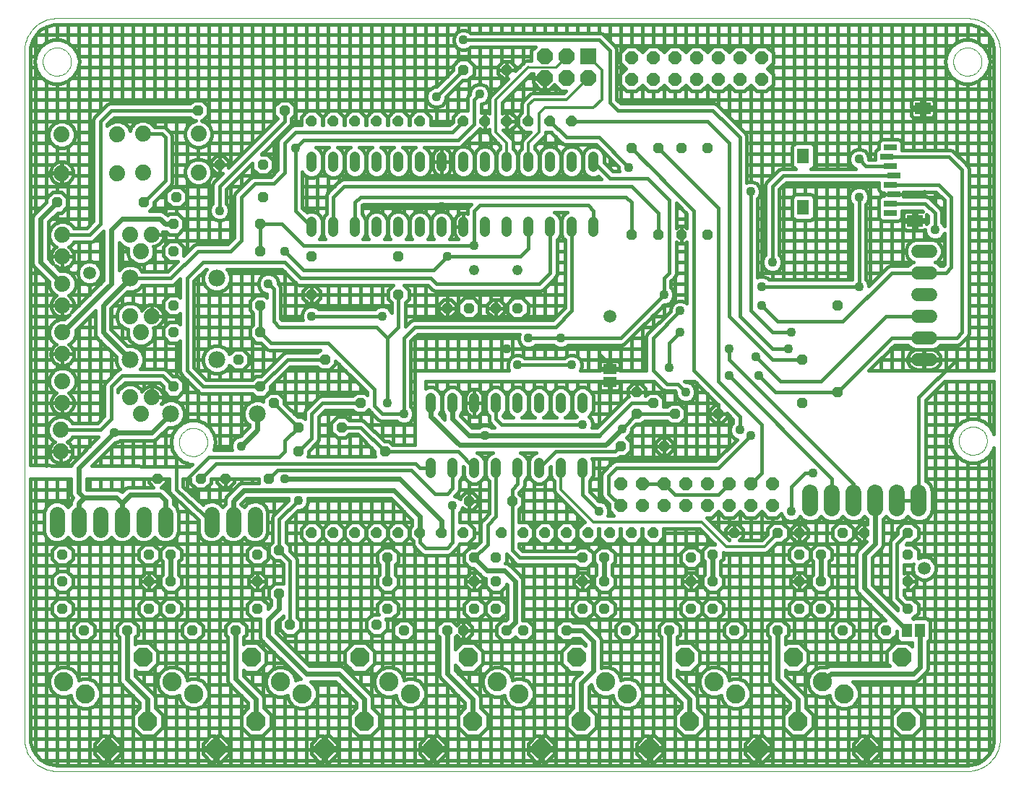
<source format=gtl>
G75*
G70*
%OFA0B0*%
%FSLAX24Y24*%
%IPPOS*%
%LPD*%
%AMOC8*
5,1,8,0,0,1.08239X$1,22.5*
%
%ADD10C,0.0000*%
%ADD11OC8,0.0885*%
%ADD12C,0.0885*%
%ADD13C,0.0480*%
%ADD14OC8,0.0480*%
%ADD15C,0.0480*%
%ADD16R,0.0740X0.0740*%
%ADD17OC8,0.0740*%
%ADD18C,0.0740*%
%ADD19C,0.0740*%
%ADD20C,0.0780*%
%ADD21C,0.0709*%
%ADD22OC8,0.0600*%
%ADD23OC8,0.0500*%
%ADD24R,0.0630X0.0460*%
%ADD25C,0.0600*%
%ADD26C,0.0591*%
%ADD27R,0.0748X0.0551*%
%ADD28R,0.0551X0.0709*%
%ADD29R,0.0591X0.0276*%
%ADD30R,0.0460X0.0630*%
%ADD31C,0.0240*%
%ADD32C,0.0160*%
%ADD33C,0.0436*%
%ADD34C,0.0120*%
%ADD35C,0.0100*%
D10*
X002681Y001338D02*
X044681Y001338D01*
X044757Y001340D01*
X044833Y001346D01*
X044908Y001355D01*
X044983Y001369D01*
X045057Y001386D01*
X045130Y001407D01*
X045202Y001431D01*
X045273Y001460D01*
X045342Y001491D01*
X045409Y001526D01*
X045474Y001565D01*
X045538Y001607D01*
X045599Y001652D01*
X045658Y001700D01*
X045714Y001751D01*
X045768Y001805D01*
X045819Y001861D01*
X045867Y001920D01*
X045912Y001981D01*
X045954Y002045D01*
X045993Y002110D01*
X046028Y002177D01*
X046059Y002246D01*
X046088Y002317D01*
X046112Y002389D01*
X046133Y002462D01*
X046150Y002536D01*
X046164Y002611D01*
X046173Y002686D01*
X046179Y002762D01*
X046181Y002838D01*
X046181Y034588D01*
X046179Y034664D01*
X046173Y034740D01*
X046164Y034815D01*
X046150Y034890D01*
X046133Y034964D01*
X046112Y035037D01*
X046088Y035109D01*
X046059Y035180D01*
X046028Y035249D01*
X045993Y035316D01*
X045954Y035381D01*
X045912Y035445D01*
X045867Y035506D01*
X045819Y035565D01*
X045768Y035621D01*
X045714Y035675D01*
X045658Y035726D01*
X045599Y035774D01*
X045538Y035819D01*
X045474Y035861D01*
X045409Y035900D01*
X045342Y035935D01*
X045273Y035966D01*
X045202Y035995D01*
X045130Y036019D01*
X045057Y036040D01*
X044983Y036057D01*
X044908Y036071D01*
X044833Y036080D01*
X044757Y036086D01*
X044681Y036088D01*
X002681Y036088D01*
X002605Y036086D01*
X002529Y036080D01*
X002454Y036071D01*
X002379Y036057D01*
X002305Y036040D01*
X002232Y036019D01*
X002160Y035995D01*
X002089Y035966D01*
X002020Y035935D01*
X001953Y035900D01*
X001888Y035861D01*
X001824Y035819D01*
X001763Y035774D01*
X001704Y035726D01*
X001648Y035675D01*
X001594Y035621D01*
X001543Y035565D01*
X001495Y035506D01*
X001450Y035445D01*
X001408Y035381D01*
X001369Y035316D01*
X001334Y035249D01*
X001303Y035180D01*
X001274Y035109D01*
X001250Y035037D01*
X001229Y034964D01*
X001212Y034890D01*
X001198Y034815D01*
X001189Y034740D01*
X001183Y034664D01*
X001181Y034588D01*
X001181Y002838D01*
X001183Y002762D01*
X001189Y002686D01*
X001198Y002611D01*
X001212Y002536D01*
X001229Y002462D01*
X001250Y002389D01*
X001274Y002317D01*
X001303Y002246D01*
X001334Y002177D01*
X001369Y002110D01*
X001408Y002045D01*
X001450Y001981D01*
X001495Y001920D01*
X001543Y001861D01*
X001594Y001805D01*
X001648Y001751D01*
X001704Y001700D01*
X001763Y001652D01*
X001824Y001607D01*
X001888Y001565D01*
X001953Y001526D01*
X002020Y001491D01*
X002089Y001460D01*
X002160Y001431D01*
X002232Y001407D01*
X002305Y001386D01*
X002379Y001369D01*
X002454Y001355D01*
X002529Y001346D01*
X002605Y001340D01*
X002681Y001338D01*
X008318Y016526D02*
X008320Y016576D01*
X008326Y016626D01*
X008336Y016676D01*
X008349Y016724D01*
X008366Y016772D01*
X008387Y016818D01*
X008411Y016862D01*
X008439Y016904D01*
X008470Y016944D01*
X008504Y016981D01*
X008541Y017016D01*
X008580Y017047D01*
X008621Y017076D01*
X008665Y017101D01*
X008711Y017123D01*
X008758Y017141D01*
X008806Y017155D01*
X008855Y017166D01*
X008905Y017173D01*
X008955Y017176D01*
X009006Y017175D01*
X009056Y017170D01*
X009106Y017161D01*
X009154Y017149D01*
X009202Y017132D01*
X009248Y017112D01*
X009293Y017089D01*
X009336Y017062D01*
X009376Y017032D01*
X009414Y016999D01*
X009449Y016963D01*
X009482Y016924D01*
X009511Y016883D01*
X009537Y016840D01*
X009560Y016795D01*
X009579Y016748D01*
X009594Y016700D01*
X009606Y016651D01*
X009614Y016601D01*
X009618Y016551D01*
X009618Y016501D01*
X009614Y016451D01*
X009606Y016401D01*
X009594Y016352D01*
X009579Y016304D01*
X009560Y016257D01*
X009537Y016212D01*
X009511Y016169D01*
X009482Y016128D01*
X009449Y016089D01*
X009414Y016053D01*
X009376Y016020D01*
X009336Y015990D01*
X009293Y015963D01*
X009248Y015940D01*
X009202Y015920D01*
X009154Y015903D01*
X009106Y015891D01*
X009056Y015882D01*
X009006Y015877D01*
X008955Y015876D01*
X008905Y015879D01*
X008855Y015886D01*
X008806Y015897D01*
X008758Y015911D01*
X008711Y015929D01*
X008665Y015951D01*
X008621Y015976D01*
X008580Y016005D01*
X008541Y016036D01*
X008504Y016071D01*
X008470Y016108D01*
X008439Y016148D01*
X008411Y016190D01*
X008387Y016234D01*
X008366Y016280D01*
X008349Y016328D01*
X008336Y016376D01*
X008326Y016426D01*
X008320Y016476D01*
X008318Y016526D01*
X002031Y034088D02*
X002033Y034138D01*
X002039Y034188D01*
X002049Y034238D01*
X002062Y034286D01*
X002079Y034334D01*
X002100Y034380D01*
X002124Y034424D01*
X002152Y034466D01*
X002183Y034506D01*
X002217Y034543D01*
X002254Y034578D01*
X002293Y034609D01*
X002334Y034638D01*
X002378Y034663D01*
X002424Y034685D01*
X002471Y034703D01*
X002519Y034717D01*
X002568Y034728D01*
X002618Y034735D01*
X002668Y034738D01*
X002719Y034737D01*
X002769Y034732D01*
X002819Y034723D01*
X002867Y034711D01*
X002915Y034694D01*
X002961Y034674D01*
X003006Y034651D01*
X003049Y034624D01*
X003089Y034594D01*
X003127Y034561D01*
X003162Y034525D01*
X003195Y034486D01*
X003224Y034445D01*
X003250Y034402D01*
X003273Y034357D01*
X003292Y034310D01*
X003307Y034262D01*
X003319Y034213D01*
X003327Y034163D01*
X003331Y034113D01*
X003331Y034063D01*
X003327Y034013D01*
X003319Y033963D01*
X003307Y033914D01*
X003292Y033866D01*
X003273Y033819D01*
X003250Y033774D01*
X003224Y033731D01*
X003195Y033690D01*
X003162Y033651D01*
X003127Y033615D01*
X003089Y033582D01*
X003049Y033552D01*
X003006Y033525D01*
X002961Y033502D01*
X002915Y033482D01*
X002867Y033465D01*
X002819Y033453D01*
X002769Y033444D01*
X002719Y033439D01*
X002668Y033438D01*
X002618Y033441D01*
X002568Y033448D01*
X002519Y033459D01*
X002471Y033473D01*
X002424Y033491D01*
X002378Y033513D01*
X002334Y033538D01*
X002293Y033567D01*
X002254Y033598D01*
X002217Y033633D01*
X002183Y033670D01*
X002152Y033710D01*
X002124Y033752D01*
X002100Y033796D01*
X002079Y033842D01*
X002062Y033890D01*
X002049Y033938D01*
X002039Y033988D01*
X002033Y034038D01*
X002031Y034088D01*
X044031Y034088D02*
X044033Y034138D01*
X044039Y034188D01*
X044049Y034238D01*
X044062Y034286D01*
X044079Y034334D01*
X044100Y034380D01*
X044124Y034424D01*
X044152Y034466D01*
X044183Y034506D01*
X044217Y034543D01*
X044254Y034578D01*
X044293Y034609D01*
X044334Y034638D01*
X044378Y034663D01*
X044424Y034685D01*
X044471Y034703D01*
X044519Y034717D01*
X044568Y034728D01*
X044618Y034735D01*
X044668Y034738D01*
X044719Y034737D01*
X044769Y034732D01*
X044819Y034723D01*
X044867Y034711D01*
X044915Y034694D01*
X044961Y034674D01*
X045006Y034651D01*
X045049Y034624D01*
X045089Y034594D01*
X045127Y034561D01*
X045162Y034525D01*
X045195Y034486D01*
X045224Y034445D01*
X045250Y034402D01*
X045273Y034357D01*
X045292Y034310D01*
X045307Y034262D01*
X045319Y034213D01*
X045327Y034163D01*
X045331Y034113D01*
X045331Y034063D01*
X045327Y034013D01*
X045319Y033963D01*
X045307Y033914D01*
X045292Y033866D01*
X045273Y033819D01*
X045250Y033774D01*
X045224Y033731D01*
X045195Y033690D01*
X045162Y033651D01*
X045127Y033615D01*
X045089Y033582D01*
X045049Y033552D01*
X045006Y033525D01*
X044961Y033502D01*
X044915Y033482D01*
X044867Y033465D01*
X044819Y033453D01*
X044769Y033444D01*
X044719Y033439D01*
X044668Y033438D01*
X044618Y033441D01*
X044568Y033448D01*
X044519Y033459D01*
X044471Y033473D01*
X044424Y033491D01*
X044378Y033513D01*
X044334Y033538D01*
X044293Y033567D01*
X044254Y033598D01*
X044217Y033633D01*
X044183Y033670D01*
X044152Y033710D01*
X044124Y033752D01*
X044100Y033796D01*
X044079Y033842D01*
X044062Y033890D01*
X044049Y033938D01*
X044039Y033988D01*
X044033Y034038D01*
X044031Y034088D01*
X044281Y016588D02*
X044283Y016638D01*
X044289Y016688D01*
X044299Y016738D01*
X044312Y016786D01*
X044329Y016834D01*
X044350Y016880D01*
X044374Y016924D01*
X044402Y016966D01*
X044433Y017006D01*
X044467Y017043D01*
X044504Y017078D01*
X044543Y017109D01*
X044584Y017138D01*
X044628Y017163D01*
X044674Y017185D01*
X044721Y017203D01*
X044769Y017217D01*
X044818Y017228D01*
X044868Y017235D01*
X044918Y017238D01*
X044969Y017237D01*
X045019Y017232D01*
X045069Y017223D01*
X045117Y017211D01*
X045165Y017194D01*
X045211Y017174D01*
X045256Y017151D01*
X045299Y017124D01*
X045339Y017094D01*
X045377Y017061D01*
X045412Y017025D01*
X045445Y016986D01*
X045474Y016945D01*
X045500Y016902D01*
X045523Y016857D01*
X045542Y016810D01*
X045557Y016762D01*
X045569Y016713D01*
X045577Y016663D01*
X045581Y016613D01*
X045581Y016563D01*
X045577Y016513D01*
X045569Y016463D01*
X045557Y016414D01*
X045542Y016366D01*
X045523Y016319D01*
X045500Y016274D01*
X045474Y016231D01*
X045445Y016190D01*
X045412Y016151D01*
X045377Y016115D01*
X045339Y016082D01*
X045299Y016052D01*
X045256Y016025D01*
X045211Y016002D01*
X045165Y015982D01*
X045117Y015965D01*
X045069Y015953D01*
X045019Y015944D01*
X044969Y015939D01*
X044918Y015938D01*
X044868Y015941D01*
X044818Y015948D01*
X044769Y015959D01*
X044721Y015973D01*
X044674Y015991D01*
X044628Y016013D01*
X044584Y016038D01*
X044543Y016067D01*
X044504Y016098D01*
X044467Y016133D01*
X044433Y016170D01*
X044402Y016210D01*
X044374Y016252D01*
X044350Y016296D01*
X044329Y016342D01*
X044312Y016390D01*
X044299Y016438D01*
X044289Y016488D01*
X044283Y016538D01*
X044281Y016588D01*
D11*
X041651Y006598D03*
X041861Y003648D03*
X040011Y002368D03*
X036861Y003648D03*
X035011Y002368D03*
X031861Y003648D03*
X030011Y002368D03*
X026861Y003648D03*
X025011Y002368D03*
X021861Y003648D03*
X020011Y002368D03*
X016861Y003648D03*
X015011Y002368D03*
X011861Y003648D03*
X010011Y002368D03*
X006861Y003648D03*
X005011Y002368D03*
X006651Y006598D03*
X011651Y006598D03*
X016651Y006598D03*
X021651Y006598D03*
X026651Y006598D03*
X031651Y006598D03*
X036651Y006598D03*
D12*
X038001Y005458D03*
X038991Y004908D03*
X033991Y004908D03*
X033001Y005458D03*
X028991Y004908D03*
X028001Y005458D03*
X023991Y004908D03*
X023001Y005458D03*
X018991Y004908D03*
X018001Y005458D03*
X013991Y004908D03*
X013001Y005458D03*
X008991Y004908D03*
X008001Y005458D03*
X003991Y004908D03*
X003001Y005458D03*
D13*
X019931Y015098D02*
X019931Y015578D01*
X020931Y015578D02*
X020931Y015098D01*
X021931Y015098D02*
X021931Y015578D01*
X022931Y015578D02*
X022931Y015098D01*
X023931Y015098D02*
X023931Y015578D01*
X024931Y015578D02*
X024931Y015098D01*
X025931Y015098D02*
X025931Y015578D01*
X026931Y015578D02*
X026931Y015098D01*
X026931Y018098D02*
X026931Y018578D01*
X025931Y018578D02*
X025931Y018098D01*
X024931Y018098D02*
X024931Y018578D01*
X023931Y018578D02*
X023931Y018098D01*
X022931Y018098D02*
X022931Y018578D01*
X021931Y018578D02*
X021931Y018098D01*
X020931Y018098D02*
X020931Y018578D01*
X019931Y018578D02*
X019931Y018098D01*
X019431Y026223D02*
X019431Y026703D01*
X020431Y026703D02*
X020431Y026223D01*
X021431Y026223D02*
X021431Y026703D01*
X022431Y026703D02*
X022431Y026223D01*
X023431Y026223D02*
X023431Y026703D01*
X024431Y026703D02*
X024431Y026223D01*
X025431Y026223D02*
X025431Y026703D01*
X026431Y026703D02*
X026431Y026223D01*
X027431Y026223D02*
X027431Y026703D01*
X027431Y029223D02*
X027431Y029703D01*
X026431Y029703D02*
X026431Y029223D01*
X025431Y029223D02*
X025431Y029703D01*
X024431Y029703D02*
X024431Y029223D01*
X023431Y029223D02*
X023431Y029703D01*
X022431Y029703D02*
X022431Y029223D01*
X021431Y029223D02*
X021431Y029703D01*
X020431Y029703D02*
X020431Y029223D01*
X019431Y029223D02*
X019431Y029703D01*
X018431Y029703D02*
X018431Y029223D01*
X017431Y029223D02*
X017431Y029703D01*
X016431Y029703D02*
X016431Y029223D01*
X015431Y029223D02*
X015431Y029703D01*
X014431Y029703D02*
X014431Y029223D01*
X014431Y026703D02*
X014431Y026223D01*
X015431Y026223D02*
X015431Y026703D01*
X016431Y026703D02*
X016431Y026223D01*
X017431Y026223D02*
X017431Y026703D01*
X018431Y026703D02*
X018431Y026223D01*
D14*
X018431Y025088D03*
X018431Y023338D03*
X020681Y022713D03*
X021681Y022713D03*
X022931Y022713D03*
X023931Y022713D03*
X029181Y026088D03*
X030431Y026088D03*
X031493Y026088D03*
X032681Y026088D03*
X032681Y030088D03*
X031493Y030088D03*
X030431Y030088D03*
X029181Y030088D03*
X023431Y033713D03*
X021431Y033713D03*
X013181Y031838D03*
X012181Y029338D03*
X012181Y027838D03*
X012056Y026588D03*
X012056Y025338D03*
X014431Y025088D03*
X014431Y023338D03*
X012056Y022838D03*
X012056Y021588D03*
X011056Y020338D03*
X012056Y019088D03*
X012681Y018338D03*
X013806Y017213D03*
X013806Y016088D03*
X012456Y014838D03*
X010456Y014838D03*
X009306Y014838D03*
X007306Y014838D03*
X006931Y011338D03*
X007931Y011338D03*
X007931Y010088D03*
X006931Y010088D03*
X006931Y008838D03*
X007931Y008838D03*
X008931Y007838D03*
X010931Y007838D03*
X011931Y008838D03*
X012931Y009538D03*
X011931Y010088D03*
X011931Y011338D03*
X012931Y011538D03*
X013431Y008088D03*
X017431Y008088D03*
X017931Y008838D03*
X018681Y007838D03*
X020681Y007838D03*
X021431Y007838D03*
X021931Y008838D03*
X022931Y008838D03*
X023431Y007838D03*
X024181Y007838D03*
X026181Y007838D03*
X026931Y008838D03*
X027931Y008838D03*
X028931Y007838D03*
X030931Y007838D03*
X031931Y008838D03*
X032931Y008838D03*
X033931Y007838D03*
X035931Y007838D03*
X036931Y008838D03*
X037931Y008838D03*
X038931Y007838D03*
X040931Y007838D03*
X041931Y008838D03*
X041931Y010088D03*
X041931Y011338D03*
X041931Y012338D03*
X039931Y012338D03*
X038931Y012338D03*
X037931Y011338D03*
X036931Y011338D03*
X036931Y012338D03*
X035931Y012338D03*
X033931Y012338D03*
X032931Y011338D03*
X031931Y011188D03*
X031931Y010088D03*
X032931Y010088D03*
X036931Y010088D03*
X037931Y010088D03*
X030681Y016338D03*
X028681Y016338D03*
X029431Y017838D03*
X030181Y018338D03*
X029431Y018838D03*
X031181Y017838D03*
X033181Y017838D03*
X037056Y018338D03*
X038681Y018838D03*
X037056Y020338D03*
X038681Y022838D03*
X027931Y011188D03*
X026931Y011188D03*
X026931Y010088D03*
X027931Y010088D03*
X023681Y013788D03*
X021681Y013788D03*
X021931Y011188D03*
X022931Y011188D03*
X022931Y010088D03*
X021931Y010088D03*
X017931Y010088D03*
X017931Y011188D03*
X017806Y016088D03*
X015806Y017213D03*
X016681Y018338D03*
X015056Y020338D03*
X008056Y019088D03*
X008056Y021588D03*
X008056Y022838D03*
X008056Y025338D03*
X008056Y026588D03*
X008181Y027838D03*
X006681Y027588D03*
X010181Y029338D03*
X009181Y031838D03*
X002681Y027588D03*
X002931Y011338D03*
X002931Y010088D03*
X002931Y008838D03*
X003931Y007838D03*
X005931Y007838D03*
D15*
X021931Y024463D03*
X023931Y024463D03*
D16*
X027181Y034338D03*
D17*
X026181Y034338D03*
X025181Y034338D03*
X025181Y033338D03*
X026181Y033338D03*
X027181Y033338D03*
D18*
X037431Y014208D02*
X037431Y013468D01*
X038431Y013468D02*
X038431Y014208D01*
X039431Y014208D02*
X039431Y013468D01*
X040431Y013468D02*
X040431Y014208D01*
X041431Y014208D02*
X041431Y013468D01*
X042431Y013468D02*
X042431Y014208D01*
D19*
X009211Y028973D03*
X009211Y030753D03*
X006651Y030753D03*
X005461Y030728D03*
X005461Y028948D03*
X006651Y028973D03*
X007056Y026088D03*
X006556Y025338D03*
X006056Y026088D03*
X002931Y026088D03*
X002931Y025088D03*
X002931Y023838D03*
X002931Y022838D03*
X002931Y021588D03*
X002931Y020588D03*
X002931Y019338D03*
X002931Y018338D03*
X002868Y017088D03*
X002868Y016088D03*
X006056Y018588D03*
X006556Y017838D03*
X007056Y018588D03*
X006556Y021588D03*
X007056Y022338D03*
X006056Y022338D03*
X002901Y028948D03*
X002901Y030728D03*
D20*
X006056Y024088D03*
X010056Y024088D03*
X010056Y020338D03*
X011931Y017838D03*
X007931Y017838D03*
X006056Y020338D03*
D21*
X005681Y013193D02*
X005681Y012484D01*
X006681Y012484D02*
X006681Y013193D01*
X007681Y013193D02*
X007681Y012484D01*
X009806Y012484D02*
X009806Y013193D01*
X010806Y013193D02*
X010806Y012484D01*
X011806Y012484D02*
X011806Y013193D01*
X004681Y013193D02*
X004681Y012484D01*
X003681Y012484D02*
X003681Y013193D01*
X002681Y013193D02*
X002681Y012484D01*
D22*
X028681Y013588D03*
X029681Y013588D03*
X030681Y013588D03*
X031681Y013588D03*
X032681Y013588D03*
X033681Y013588D03*
X034681Y013588D03*
X035681Y013588D03*
X035681Y014588D03*
X034681Y014588D03*
X033681Y014588D03*
X032681Y014588D03*
X031681Y014588D03*
X030681Y014588D03*
X029681Y014588D03*
X028681Y014588D03*
X029181Y033268D03*
X030181Y033268D03*
X031181Y033268D03*
X032181Y033268D03*
X033181Y033268D03*
X034181Y033268D03*
X035181Y033268D03*
X035181Y034268D03*
X034181Y034268D03*
X033181Y034268D03*
X032181Y034268D03*
X031181Y034268D03*
X030181Y034268D03*
X029181Y034268D03*
D23*
X026431Y031338D03*
X025431Y031338D03*
X024431Y031338D03*
X023431Y031338D03*
X022431Y031338D03*
X021431Y031338D03*
X019431Y031338D03*
X018431Y031338D03*
X017431Y031338D03*
X016431Y031338D03*
X015431Y031338D03*
X014431Y031338D03*
X014431Y012338D03*
X015431Y012338D03*
X016431Y012338D03*
X017431Y012338D03*
X018431Y012338D03*
X019431Y012338D03*
X020431Y012338D03*
X021431Y012338D03*
X023181Y012338D03*
X024181Y012338D03*
X025181Y012338D03*
X026181Y012338D03*
X027181Y012338D03*
X028181Y012338D03*
X029181Y012338D03*
X030181Y012338D03*
D24*
X028181Y019288D03*
X028181Y019888D03*
D25*
X042381Y020338D02*
X042981Y020338D01*
X042981Y021338D02*
X042381Y021338D01*
X042381Y022338D02*
X042981Y022338D01*
X042981Y023338D02*
X042381Y023338D01*
X042381Y024338D02*
X042981Y024338D01*
X042981Y025338D02*
X042381Y025338D01*
D26*
X028181Y022338D03*
X042681Y010713D03*
X004181Y024338D03*
D27*
X042262Y026746D03*
X042616Y031943D03*
D28*
X037104Y029738D03*
X037104Y027376D03*
D29*
X040962Y029699D03*
X041120Y029265D03*
X041277Y028832D03*
X041120Y028399D03*
X041277Y027966D03*
X041120Y027533D03*
X041120Y027100D03*
X041120Y030132D03*
D30*
X041881Y007838D03*
X042481Y007838D03*
D31*
X042481Y006138D01*
X042181Y005838D01*
X038381Y005838D01*
X038001Y005458D01*
X036861Y004658D02*
X035931Y005588D01*
X035931Y007838D01*
X037931Y010088D02*
X037931Y011338D01*
X039931Y011338D02*
X039931Y009788D01*
X041881Y007838D01*
X039931Y011338D02*
X040431Y011838D01*
X040431Y013838D01*
X032931Y011338D02*
X032931Y010088D01*
X030931Y007838D02*
X030931Y005588D01*
X031861Y004658D01*
X031861Y003648D01*
X027431Y005963D02*
X026861Y005393D01*
X026861Y003648D01*
X027431Y005963D02*
X027431Y007338D01*
X026931Y007838D01*
X026181Y007838D01*
X023806Y008213D02*
X023806Y010088D01*
X023306Y010588D01*
X022531Y010588D01*
X021931Y011188D01*
X020431Y012338D02*
X020431Y012888D01*
X018481Y014838D01*
X013181Y014838D01*
X011281Y014288D02*
X010806Y013813D01*
X010806Y012838D01*
X011281Y014288D02*
X018231Y014288D01*
X019431Y013088D01*
X019431Y012338D01*
X017931Y011188D02*
X017931Y010088D01*
X020681Y007838D02*
X020681Y005838D01*
X021861Y004658D01*
X021861Y003648D01*
X016861Y003648D02*
X016861Y004658D01*
X015681Y005838D01*
X014181Y005838D01*
X012431Y007588D01*
X012431Y008338D01*
X012931Y008838D01*
X012931Y009538D01*
X010931Y007838D02*
X010931Y005588D01*
X011861Y004658D01*
X011861Y003648D01*
X006861Y003648D02*
X006861Y004658D01*
X005931Y005588D01*
X005931Y007838D01*
X007931Y010088D02*
X007931Y011338D01*
X007681Y012838D02*
X007681Y013838D01*
X007431Y014088D01*
X006056Y014088D01*
X005681Y013713D01*
X005681Y012838D01*
X005681Y013713D02*
X005431Y013963D01*
X003931Y013963D01*
X003681Y014213D01*
X003681Y015338D01*
X005306Y016963D01*
X007056Y016963D01*
X007931Y017838D01*
X006056Y020338D02*
X004806Y021588D01*
X004806Y022838D01*
X006056Y024088D01*
X005181Y023838D02*
X005181Y026338D01*
X005681Y026838D01*
X007431Y026838D01*
X007681Y026588D01*
X008056Y026588D01*
X005181Y023838D02*
X002931Y021588D01*
X002931Y021588D01*
X002931Y023838D02*
X001931Y024838D01*
X001931Y026838D01*
X002681Y027588D01*
X011931Y017838D02*
X011931Y017088D01*
X011181Y016338D01*
X003931Y013963D02*
X003681Y013713D01*
X003681Y012838D01*
X019931Y017713D02*
X019931Y018338D01*
X019931Y017713D02*
X021243Y016401D01*
X027994Y016401D01*
X028743Y017151D01*
X027994Y016401D02*
X027994Y016401D01*
X027681Y016838D02*
X022431Y016838D01*
X021681Y016838D01*
X020931Y017588D01*
X020931Y018338D01*
X027931Y011188D02*
X027931Y010088D01*
X023806Y008213D02*
X023431Y007838D01*
X036861Y004658D02*
X036861Y003648D01*
D32*
X002214Y001711D02*
X001938Y001870D01*
X001713Y002096D01*
X001554Y002371D01*
X001471Y002679D01*
X001461Y002838D01*
X004629Y002838D01*
X004681Y002890D02*
X004681Y011890D01*
X004563Y011890D02*
X004799Y011890D01*
X005018Y011980D01*
X005181Y012143D01*
X005181Y002971D01*
X005260Y002971D02*
X005078Y002971D01*
X005078Y002436D01*
X004943Y002436D01*
X004943Y002301D01*
X004408Y002301D01*
X004408Y002119D01*
X004761Y001766D01*
X004943Y001766D01*
X004943Y002301D01*
X005078Y002301D01*
X005078Y001766D01*
X005260Y001766D01*
X005613Y002119D01*
X005613Y002301D01*
X005079Y002301D01*
X005079Y002436D01*
X005613Y002436D01*
X005613Y002618D01*
X005260Y002971D01*
X005393Y002838D02*
X009629Y002838D01*
X009681Y002890D02*
X009681Y011892D01*
X009688Y011890D02*
X009924Y011890D01*
X010143Y011980D01*
X010306Y012143D01*
X010469Y011980D01*
X010688Y011890D01*
X010924Y011890D01*
X011143Y011980D01*
X011306Y012143D01*
X011469Y011980D01*
X011688Y011890D01*
X011924Y011890D01*
X012143Y011980D01*
X012310Y012147D01*
X012400Y012366D01*
X012400Y013311D01*
X012310Y013529D01*
X012143Y013696D01*
X011924Y013787D01*
X011688Y013787D01*
X011469Y013696D01*
X011306Y013533D01*
X011170Y013669D01*
X011430Y013928D01*
X013348Y013928D01*
X013348Y013833D01*
X012750Y013235D01*
X012750Y013235D01*
X012660Y013145D01*
X012611Y013027D01*
X012611Y011897D01*
X012451Y011737D01*
X012451Y011339D01*
X012732Y011058D01*
X012958Y011058D01*
X013111Y010906D01*
X013111Y010018D01*
X012732Y010018D01*
X012451Y009737D01*
X012451Y009339D01*
X012571Y009219D01*
X012571Y008987D01*
X012411Y008827D01*
X012411Y009037D01*
X012130Y009318D01*
X011732Y009318D01*
X011451Y009037D01*
X011451Y008639D01*
X011732Y008358D01*
X012071Y008358D01*
X012071Y007660D01*
X012071Y007517D01*
X012126Y007384D01*
X013876Y005634D01*
X013919Y005591D01*
X013855Y005591D01*
X013683Y005520D01*
X013683Y005594D01*
X013580Y005845D01*
X013388Y006037D01*
X013137Y006141D01*
X012865Y006141D01*
X012614Y006037D01*
X012422Y005845D01*
X012318Y005594D01*
X012318Y005322D01*
X012422Y005072D01*
X012614Y004880D01*
X012865Y004776D01*
X013137Y004776D01*
X013308Y004847D01*
X013308Y004772D01*
X013412Y004522D01*
X013604Y004330D01*
X013855Y004226D01*
X014127Y004226D01*
X014378Y004330D01*
X014570Y004522D01*
X014673Y004772D01*
X014673Y005044D01*
X014570Y005295D01*
X014386Y005478D01*
X015532Y005478D01*
X016501Y004509D01*
X016501Y004253D01*
X016178Y003931D01*
X016178Y003366D01*
X016578Y002966D01*
X017144Y002966D01*
X017543Y003366D01*
X017543Y003931D01*
X017221Y004253D01*
X017221Y004587D01*
X017221Y004730D01*
X017166Y004862D01*
X015885Y006143D01*
X015753Y006198D01*
X015609Y006198D01*
X014330Y006198D01*
X012791Y007737D01*
X012791Y008189D01*
X013111Y008509D01*
X013111Y008447D01*
X012951Y008287D01*
X012951Y007889D01*
X013232Y007608D01*
X013630Y007608D01*
X013911Y007889D01*
X013911Y008287D01*
X013751Y008447D01*
X013751Y010975D01*
X013751Y011102D01*
X013702Y011220D01*
X013411Y011511D01*
X013411Y011737D01*
X013251Y011897D01*
X013251Y012831D01*
X013800Y013380D01*
X013897Y013380D01*
X014065Y013450D01*
X014194Y013579D01*
X014264Y013747D01*
X014264Y013928D01*
X018082Y013928D01*
X019071Y012939D01*
X019071Y012671D01*
X018941Y012541D01*
X018941Y012135D01*
X019111Y011965D01*
X019111Y011825D01*
X019160Y011707D01*
X019250Y011617D01*
X019500Y011367D01*
X019617Y011318D01*
X019745Y011318D01*
X020745Y011318D01*
X020862Y011367D01*
X020952Y011457D01*
X021202Y011707D01*
X021251Y011825D01*
X021251Y011848D01*
X021634Y011848D01*
X021921Y012135D01*
X021921Y012541D01*
X021634Y012828D01*
X021251Y012828D01*
X021251Y013260D01*
X021319Y013329D01*
X021389Y013497D01*
X021389Y013515D01*
X021515Y013388D01*
X021681Y013388D01*
X021847Y013388D01*
X022081Y013623D01*
X022081Y013788D01*
X021681Y013788D01*
X021681Y012781D01*
X021251Y012838D02*
X022261Y012838D01*
X022285Y012895D02*
X022236Y012777D01*
X022236Y011946D01*
X021958Y011668D01*
X021732Y011668D01*
X021451Y011387D01*
X021451Y010989D01*
X021732Y010708D01*
X021902Y010708D01*
X022327Y010283D01*
X022451Y010232D01*
X022451Y009889D01*
X022732Y009608D01*
X023130Y009608D01*
X023411Y009889D01*
X023411Y009974D01*
X023446Y009939D01*
X023446Y008362D01*
X023402Y008318D01*
X023232Y008318D01*
X022951Y008037D01*
X022951Y007639D01*
X023232Y007358D01*
X023630Y007358D01*
X023806Y007534D01*
X023982Y007358D01*
X024380Y007358D01*
X024661Y007639D01*
X024661Y008037D01*
X024380Y008318D01*
X024166Y008318D01*
X024166Y010017D01*
X024166Y010160D01*
X024111Y010292D01*
X023611Y010792D01*
X023510Y010893D01*
X023378Y010948D01*
X023370Y010948D01*
X023411Y010989D01*
X023411Y011356D01*
X023850Y010917D01*
X023967Y010868D01*
X024095Y010868D01*
X026572Y010868D01*
X026732Y010708D01*
X027130Y010708D01*
X027411Y010989D01*
X027411Y011387D01*
X027130Y011668D01*
X026732Y011668D01*
X026572Y011508D01*
X024164Y011508D01*
X024001Y011671D01*
X024001Y011848D01*
X024384Y011848D01*
X024671Y012135D01*
X024671Y012541D01*
X024384Y012828D01*
X024001Y012828D01*
X024001Y013429D01*
X024161Y013589D01*
X024161Y013987D01*
X024001Y014147D01*
X024001Y014206D01*
X024202Y014407D01*
X024251Y014525D01*
X024251Y014652D01*
X024251Y014739D01*
X024338Y014826D01*
X024411Y015003D01*
X024411Y015674D01*
X024338Y015850D01*
X024203Y015985D01*
X024068Y016041D01*
X024793Y016041D01*
X024659Y015985D01*
X024524Y015850D01*
X024451Y015674D01*
X024451Y015003D01*
X024524Y014826D01*
X024659Y014691D01*
X024835Y014618D01*
X025026Y014618D01*
X025203Y014691D01*
X025338Y014826D01*
X025411Y015003D01*
X025411Y015366D01*
X025451Y015406D01*
X025451Y015003D01*
X025524Y014826D01*
X025631Y014719D01*
X025631Y014398D01*
X025631Y014279D01*
X025677Y014168D01*
X027017Y012828D01*
X026978Y012828D01*
X026691Y012541D01*
X026691Y012135D01*
X026978Y011848D01*
X027384Y011848D01*
X027671Y012135D01*
X027671Y012538D01*
X027691Y012538D01*
X027691Y012135D01*
X027978Y011848D01*
X028384Y011848D01*
X028671Y012135D01*
X028671Y012538D01*
X028691Y012538D01*
X028691Y012135D01*
X028978Y011848D01*
X029384Y011848D01*
X029671Y012135D01*
X029671Y012538D01*
X029691Y012538D01*
X029691Y012135D01*
X029978Y011848D01*
X030384Y011848D01*
X030671Y012135D01*
X030671Y012538D01*
X032307Y012538D01*
X033027Y011818D01*
X032732Y011818D01*
X032451Y011537D01*
X032451Y011139D01*
X032571Y011019D01*
X032571Y010407D01*
X032451Y010287D01*
X032451Y009889D01*
X032732Y009608D01*
X033130Y009608D01*
X033411Y009889D01*
X033411Y010287D01*
X033291Y010407D01*
X033291Y011019D01*
X033411Y011139D01*
X033411Y011449D01*
X033496Y011413D01*
X033616Y011413D01*
X035366Y011413D01*
X035476Y011459D01*
X035560Y011543D01*
X035875Y011858D01*
X036130Y011858D01*
X036411Y012139D01*
X036411Y012537D01*
X036130Y012818D01*
X035732Y012818D01*
X035451Y012537D01*
X035451Y012282D01*
X035182Y012013D01*
X034171Y012013D01*
X034331Y012173D01*
X034331Y012338D01*
X033931Y012338D01*
X033931Y012338D01*
X035451Y012338D01*
X035181Y012013D02*
X035181Y013325D01*
X035457Y013048D01*
X035905Y013048D01*
X036099Y013243D01*
X036168Y013079D01*
X036296Y012950D01*
X036465Y012880D01*
X036647Y012880D01*
X036815Y012950D01*
X036944Y013079D01*
X036948Y013088D01*
X037085Y012951D01*
X037310Y012858D01*
X037552Y012858D01*
X037776Y012951D01*
X037931Y013106D01*
X038085Y012951D01*
X038310Y012858D01*
X038552Y012858D01*
X038776Y012951D01*
X038931Y013106D01*
X039085Y012951D01*
X039310Y012858D01*
X039552Y012858D01*
X039776Y012951D01*
X039931Y013106D01*
X040071Y012966D01*
X040071Y012738D01*
X039931Y012738D01*
X039931Y012339D01*
X039931Y012339D01*
X039931Y012738D01*
X039765Y012738D01*
X039531Y012504D01*
X039531Y012338D01*
X039531Y012173D01*
X039765Y011938D01*
X039931Y011938D01*
X040022Y011938D01*
X039626Y011542D01*
X039571Y011410D01*
X039571Y011267D01*
X039571Y009860D01*
X039571Y009717D01*
X039626Y009584D01*
X040892Y008318D01*
X040732Y008318D01*
X040451Y008037D01*
X040451Y007639D01*
X040732Y007358D01*
X041130Y007358D01*
X041411Y007639D01*
X041411Y007799D01*
X041411Y007476D01*
X041447Y007387D01*
X041515Y007320D01*
X041603Y007283D01*
X042121Y007283D01*
X042121Y007093D01*
X041934Y007281D01*
X041368Y007281D01*
X040968Y006881D01*
X040968Y006316D01*
X041086Y006198D01*
X038453Y006198D01*
X038309Y006198D01*
X038177Y006143D01*
X038163Y006130D01*
X038137Y006141D01*
X037865Y006141D01*
X037614Y006037D01*
X037422Y005845D01*
X037318Y005594D01*
X037318Y005322D01*
X037422Y005072D01*
X037614Y004880D01*
X037865Y004776D01*
X038137Y004776D01*
X038308Y004847D01*
X038308Y004772D01*
X038412Y004522D01*
X038604Y004330D01*
X038855Y004226D01*
X039127Y004226D01*
X039378Y004330D01*
X039570Y004522D01*
X039673Y004772D01*
X039673Y005044D01*
X039570Y005295D01*
X039386Y005478D01*
X042253Y005478D01*
X042385Y005533D01*
X042486Y005634D01*
X042786Y005934D01*
X042841Y006067D01*
X042841Y006210D01*
X042841Y007317D01*
X042847Y007320D01*
X042914Y007387D01*
X042951Y007476D01*
X042951Y008201D01*
X042914Y008289D01*
X042847Y008357D01*
X042759Y008393D01*
X042203Y008393D01*
X042181Y008384D01*
X042181Y008409D01*
X042181Y008384D02*
X042163Y008391D01*
X042411Y008639D01*
X042411Y009037D01*
X042130Y009318D01*
X041903Y009318D01*
X041751Y009471D01*
X041751Y009703D01*
X041765Y009688D01*
X041931Y009688D01*
X042097Y009688D01*
X042331Y009923D01*
X042331Y010088D01*
X041931Y010088D01*
X041931Y009688D01*
X041931Y010088D01*
X041931Y010088D01*
X041931Y010088D01*
X042331Y010088D01*
X042331Y010254D01*
X042097Y010488D01*
X041931Y010488D01*
X041931Y010089D01*
X041931Y010089D01*
X041931Y010488D01*
X041765Y010488D01*
X041751Y010474D01*
X041751Y010858D01*
X042130Y010858D01*
X042184Y010913D01*
X042146Y010820D01*
X042146Y010607D01*
X042227Y010410D01*
X042378Y010259D01*
X042574Y010178D01*
X042787Y010178D01*
X042984Y010259D01*
X043135Y010410D01*
X043216Y010607D01*
X043216Y010820D01*
X043135Y011016D01*
X042984Y011167D01*
X042787Y011249D01*
X042574Y011249D01*
X042411Y011181D01*
X042411Y011537D01*
X042130Y011818D01*
X041863Y011818D01*
X041903Y011858D01*
X042130Y011858D01*
X042411Y012139D01*
X042411Y012537D01*
X042130Y012818D01*
X041732Y012818D01*
X041451Y012537D01*
X041451Y012311D01*
X041250Y012110D01*
X041160Y012020D01*
X041111Y011902D01*
X041111Y009402D01*
X041111Y009275D01*
X041160Y009157D01*
X041451Y008866D01*
X041451Y008777D01*
X040291Y009937D01*
X040291Y011189D01*
X040635Y011533D01*
X040736Y011634D01*
X040791Y011767D01*
X040791Y012966D01*
X040931Y013106D01*
X041085Y012951D01*
X041310Y012858D01*
X041552Y012858D01*
X041776Y012951D01*
X041931Y013106D01*
X042085Y012951D01*
X042310Y012858D01*
X042552Y012858D01*
X042776Y012951D01*
X042948Y013123D01*
X043041Y013347D01*
X043041Y014330D01*
X042948Y014554D01*
X042776Y014725D01*
X042751Y014736D01*
X042751Y018456D01*
X043633Y019338D01*
X045901Y019338D01*
X045901Y016903D01*
X045895Y016939D01*
X045717Y017247D01*
X045717Y017247D01*
X045444Y017476D01*
X045444Y017476D01*
X045109Y017598D01*
X044987Y017598D01*
X044960Y017598D01*
X044931Y017598D01*
X044875Y017598D01*
X044753Y017598D01*
X044753Y017598D01*
X044418Y017476D01*
X044145Y017247D01*
X043967Y016939D01*
X043905Y016588D01*
X043967Y016238D01*
X043967Y016237D01*
X044145Y015929D01*
X044418Y015700D01*
X044753Y015578D01*
X044875Y015578D01*
X044931Y015578D01*
X044932Y015578D01*
X044987Y015578D01*
X045109Y015578D01*
X045444Y015700D01*
X045716Y015929D01*
X045717Y015929D01*
X045895Y016237D01*
X045895Y016238D01*
X045901Y016274D01*
X045901Y002894D01*
X045901Y002838D01*
X045891Y002679D01*
X045808Y002371D01*
X045649Y002096D01*
X045424Y001870D01*
X045148Y001711D01*
X044840Y001629D01*
X044681Y001618D01*
X044625Y001618D01*
X002737Y001618D01*
X002681Y001618D01*
X002681Y004852D01*
X002714Y004838D02*
X001461Y004838D01*
X001461Y005338D02*
X002318Y005338D01*
X002318Y005322D02*
X002422Y005072D01*
X002614Y004880D01*
X002865Y004776D01*
X003137Y004776D01*
X003308Y004847D01*
X003308Y004772D01*
X003412Y004522D01*
X003604Y004330D01*
X003855Y004226D01*
X004127Y004226D01*
X004378Y004330D01*
X004570Y004522D01*
X004673Y004772D01*
X004673Y005044D01*
X004570Y005295D01*
X004378Y005487D01*
X004127Y005591D01*
X003855Y005591D01*
X003683Y005520D01*
X003683Y005594D01*
X003580Y005845D01*
X003388Y006037D01*
X003137Y006141D01*
X002865Y006141D01*
X002614Y006037D01*
X002422Y005845D01*
X002318Y005594D01*
X002318Y005322D01*
X002420Y005838D02*
X001461Y005838D01*
X001461Y006338D02*
X005571Y006338D01*
X005571Y006838D02*
X001461Y006838D01*
X001461Y007338D02*
X005571Y007338D01*
X005571Y007519D02*
X005571Y005517D01*
X005626Y005384D01*
X005727Y005283D01*
X006501Y004509D01*
X006501Y004253D01*
X006178Y003931D01*
X006178Y003366D01*
X006578Y002966D01*
X007144Y002966D01*
X007543Y003366D01*
X007543Y003931D01*
X007221Y004253D01*
X007221Y004730D01*
X007166Y004862D01*
X007065Y004963D01*
X007065Y004963D01*
X006291Y005737D01*
X006291Y005993D01*
X006368Y005916D01*
X006934Y005916D01*
X007333Y006316D01*
X007333Y006881D01*
X006934Y007281D01*
X006368Y007281D01*
X006291Y007203D01*
X006291Y007519D01*
X006411Y007639D01*
X006411Y008037D01*
X006130Y008318D01*
X005732Y008318D01*
X005451Y008037D01*
X005451Y007639D01*
X005571Y007519D01*
X005451Y007838D02*
X004411Y007838D01*
X004411Y007639D02*
X004411Y008037D01*
X004130Y008318D01*
X003732Y008318D01*
X003451Y008037D01*
X003451Y007639D01*
X003732Y007358D01*
X004130Y007358D01*
X004411Y007639D01*
X004181Y007409D02*
X004181Y005568D01*
X004526Y005338D02*
X005672Y005338D01*
X005681Y005329D02*
X005681Y001618D01*
X005333Y001838D02*
X009689Y001838D01*
X009681Y001846D02*
X009681Y001618D01*
X009761Y001766D02*
X009408Y002119D01*
X009408Y002301D01*
X009943Y002301D01*
X009943Y002436D01*
X009408Y002436D01*
X009408Y002618D01*
X009761Y002971D01*
X009943Y002971D01*
X009943Y002436D01*
X010078Y002436D01*
X010078Y002971D01*
X010260Y002971D01*
X010613Y002618D01*
X010613Y002436D01*
X010079Y002436D01*
X010079Y002301D01*
X010613Y002301D01*
X010613Y002119D01*
X010260Y001766D01*
X010078Y001766D01*
X010078Y002301D01*
X009943Y002301D01*
X009943Y001766D01*
X009761Y001766D01*
X009943Y001838D02*
X010078Y001838D01*
X010181Y001766D02*
X010181Y001618D01*
X010333Y001838D02*
X014689Y001838D01*
X014681Y001846D02*
X014681Y001618D01*
X014761Y001766D02*
X014408Y002119D01*
X014408Y002301D01*
X014943Y002301D01*
X014943Y002436D01*
X014408Y002436D01*
X014408Y002618D01*
X014761Y002971D01*
X014943Y002971D01*
X014943Y002436D01*
X015078Y002436D01*
X015078Y002971D01*
X015260Y002971D01*
X015613Y002618D01*
X015613Y002436D01*
X015079Y002436D01*
X015079Y002301D01*
X015613Y002301D01*
X015613Y002119D01*
X015260Y001766D01*
X015078Y001766D01*
X015078Y002301D01*
X014943Y002301D01*
X014943Y001766D01*
X014761Y001766D01*
X014943Y001838D02*
X015078Y001838D01*
X015181Y001766D02*
X015181Y001618D01*
X015333Y001838D02*
X019689Y001838D01*
X019681Y001846D02*
X019681Y001618D01*
X019761Y001766D02*
X019408Y002119D01*
X019408Y002301D01*
X019943Y002301D01*
X019943Y002436D01*
X019408Y002436D01*
X019408Y002618D01*
X019761Y002971D01*
X019943Y002971D01*
X019943Y002436D01*
X020078Y002436D01*
X020078Y002971D01*
X020260Y002971D01*
X020613Y002618D01*
X020613Y002436D01*
X020079Y002436D01*
X020079Y002301D01*
X020613Y002301D01*
X020613Y002119D01*
X020260Y001766D01*
X020078Y001766D01*
X020078Y002301D01*
X019943Y002301D01*
X019943Y001766D01*
X019761Y001766D01*
X019943Y001838D02*
X020078Y001838D01*
X020181Y001766D02*
X020181Y001618D01*
X020333Y001838D02*
X024689Y001838D01*
X024681Y001846D02*
X024681Y001618D01*
X024761Y001766D02*
X024408Y002119D01*
X024408Y002301D01*
X024943Y002301D01*
X024943Y002436D01*
X024408Y002436D01*
X024408Y002618D01*
X024761Y002971D01*
X024943Y002971D01*
X024943Y002436D01*
X025078Y002436D01*
X025078Y002971D01*
X025260Y002971D01*
X025613Y002618D01*
X025613Y002436D01*
X025079Y002436D01*
X025079Y002301D01*
X025613Y002301D01*
X025613Y002119D01*
X025260Y001766D01*
X025078Y001766D01*
X025078Y002301D01*
X024943Y002301D01*
X024943Y001766D01*
X024761Y001766D01*
X024943Y001838D02*
X025078Y001838D01*
X025181Y001766D02*
X025181Y001618D01*
X025333Y001838D02*
X029689Y001838D01*
X029681Y001846D02*
X029681Y001618D01*
X029761Y001766D02*
X029408Y002119D01*
X029408Y002301D01*
X029943Y002301D01*
X029943Y002436D01*
X029408Y002436D01*
X029408Y002618D01*
X029761Y002971D01*
X029943Y002971D01*
X029943Y002436D01*
X030078Y002436D01*
X030078Y002971D01*
X030260Y002971D01*
X030613Y002618D01*
X030613Y002436D01*
X030079Y002436D01*
X030079Y002301D01*
X030613Y002301D01*
X030613Y002119D01*
X030260Y001766D01*
X030078Y001766D01*
X030078Y002301D01*
X029943Y002301D01*
X029943Y001766D01*
X029761Y001766D01*
X029943Y001838D02*
X030078Y001838D01*
X030181Y001766D02*
X030181Y001618D01*
X030333Y001838D02*
X034689Y001838D01*
X034681Y001846D02*
X034681Y001618D01*
X034761Y001766D02*
X034408Y002119D01*
X034408Y002301D01*
X034943Y002301D01*
X034943Y002436D01*
X034408Y002436D01*
X034408Y002618D01*
X034761Y002971D01*
X034943Y002971D01*
X034943Y002436D01*
X035078Y002436D01*
X035078Y002971D01*
X035260Y002971D01*
X035613Y002618D01*
X035613Y002436D01*
X035079Y002436D01*
X035079Y002301D01*
X035613Y002301D01*
X035613Y002119D01*
X035260Y001766D01*
X035078Y001766D01*
X035078Y002301D01*
X034943Y002301D01*
X034943Y001766D01*
X034761Y001766D01*
X034943Y001838D02*
X035078Y001838D01*
X035181Y001766D02*
X035181Y001618D01*
X035333Y001838D02*
X039689Y001838D01*
X039681Y001846D02*
X039681Y001618D01*
X039761Y001766D02*
X039408Y002119D01*
X039408Y002301D01*
X039943Y002301D01*
X039943Y002436D01*
X039408Y002436D01*
X039408Y002618D01*
X039761Y002971D01*
X039943Y002971D01*
X039943Y002436D01*
X040078Y002436D01*
X040078Y002971D01*
X040260Y002971D01*
X040613Y002618D01*
X040613Y002436D01*
X040079Y002436D01*
X040079Y002301D01*
X040613Y002301D01*
X040613Y002119D01*
X040260Y001766D01*
X040078Y001766D01*
X040078Y002301D01*
X039943Y002301D01*
X039943Y001766D01*
X039761Y001766D01*
X039943Y001838D02*
X040078Y001838D01*
X040181Y001766D02*
X040181Y001618D01*
X040333Y001838D02*
X045368Y001838D01*
X045181Y001730D02*
X045181Y015604D01*
X045109Y015578D02*
X045109Y015578D01*
X044987Y015578D02*
X044987Y015578D01*
X044875Y015578D02*
X044875Y015578D01*
X044753Y015578D02*
X044753Y015578D01*
X044681Y015604D02*
X044681Y001618D01*
X044181Y001618D02*
X044181Y015899D01*
X044145Y015929D02*
X044145Y015929D01*
X044254Y015838D02*
X042751Y015838D01*
X042751Y015338D02*
X045901Y015338D01*
X045901Y015838D02*
X045608Y015838D01*
X045681Y015899D02*
X045681Y002151D01*
X045789Y002338D02*
X040079Y002338D01*
X040181Y002301D02*
X040181Y002436D01*
X039943Y002338D02*
X035079Y002338D01*
X035181Y002301D02*
X035181Y002436D01*
X034943Y002338D02*
X030079Y002338D01*
X030181Y002301D02*
X030181Y002436D01*
X029943Y002338D02*
X025079Y002338D01*
X025181Y002301D02*
X025181Y002436D01*
X024943Y002338D02*
X020079Y002338D01*
X020181Y002301D02*
X020181Y002436D01*
X019943Y002338D02*
X015079Y002338D01*
X015181Y002301D02*
X015181Y002436D01*
X014943Y002338D02*
X010079Y002338D01*
X010181Y002301D02*
X010181Y002436D01*
X009943Y002338D02*
X005079Y002338D01*
X005181Y002301D02*
X005181Y002436D01*
X004943Y002436D02*
X004943Y002971D01*
X004761Y002971D01*
X004408Y002618D01*
X004408Y002436D01*
X004943Y002436D01*
X004943Y002338D02*
X001573Y002338D01*
X001681Y002151D02*
X001681Y014838D01*
X001461Y014838D02*
X003321Y014838D01*
X003321Y014142D01*
X003376Y014009D01*
X003422Y013963D01*
X003376Y013917D01*
X003321Y013785D01*
X003321Y013673D01*
X003181Y013533D01*
X003181Y014838D01*
X002681Y014838D02*
X002681Y013787D01*
X002799Y013787D02*
X002563Y013787D01*
X002344Y013696D01*
X002177Y013529D01*
X002087Y013311D01*
X002087Y012366D01*
X002177Y012147D01*
X002344Y011980D01*
X002563Y011890D01*
X002799Y011890D01*
X003018Y011980D01*
X003181Y012143D01*
X003181Y011767D01*
X003130Y011818D02*
X002732Y011818D01*
X002451Y011537D01*
X002451Y011139D01*
X002732Y010858D01*
X003130Y010858D01*
X003411Y011139D01*
X003411Y011537D01*
X003130Y011818D01*
X003344Y011980D02*
X003181Y012143D01*
X003344Y011980D02*
X003563Y011890D01*
X003799Y011890D01*
X004018Y011980D01*
X004181Y012143D01*
X004181Y008267D01*
X003681Y008267D02*
X003681Y011890D01*
X004181Y012143D02*
X004344Y011980D01*
X004563Y011890D01*
X005181Y012143D02*
X005344Y011980D01*
X005563Y011890D01*
X005799Y011890D01*
X006018Y011980D01*
X006181Y012143D01*
X006181Y008267D01*
X006451Y008639D02*
X006732Y008358D01*
X007130Y008358D01*
X007411Y008639D01*
X007411Y009037D01*
X007130Y009318D01*
X006732Y009318D01*
X006451Y009037D01*
X006451Y008639D01*
X006451Y008838D02*
X003411Y008838D01*
X003411Y008639D02*
X003130Y008358D01*
X002732Y008358D01*
X002451Y008639D01*
X002451Y009037D01*
X002732Y009318D01*
X003130Y009318D01*
X003411Y009037D01*
X003411Y008639D01*
X003181Y008409D02*
X003181Y006122D01*
X003582Y005838D02*
X005571Y005838D01*
X005727Y005283D02*
X005727Y005283D01*
X006172Y004838D02*
X004673Y004838D01*
X004386Y004338D02*
X006501Y004338D01*
X006181Y003933D02*
X006181Y004829D01*
X006690Y005338D02*
X007318Y005338D01*
X007318Y005322D02*
X007422Y005072D01*
X007614Y004880D01*
X007865Y004776D01*
X008137Y004776D01*
X008308Y004847D01*
X008308Y004772D01*
X008412Y004522D01*
X008604Y004330D01*
X008855Y004226D01*
X009127Y004226D01*
X009378Y004330D01*
X009570Y004522D01*
X009673Y004772D01*
X009673Y005044D01*
X009570Y005295D01*
X009378Y005487D01*
X009127Y005591D01*
X008855Y005591D01*
X008683Y005520D01*
X008683Y005594D01*
X008580Y005845D01*
X008388Y006037D01*
X008137Y006141D01*
X007865Y006141D01*
X007614Y006037D01*
X007422Y005845D01*
X007318Y005594D01*
X007318Y005322D01*
X007176Y004838D02*
X007714Y004838D01*
X007681Y004852D02*
X007681Y001618D01*
X008181Y001618D02*
X008181Y004794D01*
X008288Y004838D02*
X008308Y004838D01*
X008596Y004338D02*
X007221Y004338D01*
X007181Y004826D02*
X007181Y006163D01*
X007333Y006338D02*
X010571Y006338D01*
X010571Y006838D02*
X007333Y006838D01*
X007181Y007033D02*
X007181Y008409D01*
X007451Y008639D02*
X007732Y008358D01*
X008130Y008358D01*
X008411Y008639D01*
X008411Y009037D01*
X008130Y009318D01*
X007732Y009318D01*
X007451Y009037D01*
X007451Y008639D01*
X007451Y008838D02*
X007411Y008838D01*
X007181Y009267D02*
X007181Y009773D01*
X007247Y009838D02*
X007502Y009838D01*
X007451Y009889D02*
X007732Y009608D01*
X008130Y009608D01*
X008411Y009889D01*
X008411Y010287D01*
X008291Y010407D01*
X008291Y011019D01*
X008411Y011139D01*
X008411Y011537D01*
X008130Y011818D01*
X007732Y011818D01*
X007451Y011537D01*
X007451Y011139D01*
X007571Y011019D01*
X007571Y010407D01*
X007451Y010287D01*
X007451Y009889D01*
X007331Y009923D02*
X007331Y010088D01*
X006931Y010088D01*
X006931Y009688D01*
X007097Y009688D01*
X007331Y009923D01*
X007331Y010088D02*
X006931Y010088D01*
X006931Y010088D01*
X006931Y009688D01*
X006765Y009688D01*
X006531Y009923D01*
X006531Y010088D01*
X006931Y010088D01*
X006931Y010088D01*
X006931Y010088D01*
X006531Y010088D01*
X006531Y010254D01*
X006765Y010488D01*
X006931Y010488D01*
X007097Y010488D01*
X007331Y010254D01*
X007331Y010088D01*
X007181Y010088D02*
X007181Y010088D01*
X006931Y010089D02*
X006931Y010488D01*
X006931Y010089D01*
X006931Y010089D01*
X006931Y010338D02*
X006931Y010338D01*
X007181Y010404D02*
X007181Y010909D01*
X007130Y010858D02*
X007411Y011139D01*
X007411Y011537D01*
X007130Y011818D01*
X006732Y011818D01*
X006451Y011537D01*
X006451Y011139D01*
X006732Y010858D01*
X007130Y010858D01*
X007571Y010838D02*
X001461Y010838D01*
X001461Y011338D02*
X002451Y011338D01*
X002681Y010909D02*
X002681Y010517D01*
X002732Y010568D02*
X002451Y010287D01*
X002451Y009889D01*
X002732Y009608D01*
X003130Y009608D01*
X003411Y009889D01*
X003411Y010287D01*
X003130Y010568D01*
X002732Y010568D01*
X002502Y010338D02*
X001461Y010338D01*
X001461Y009838D02*
X002502Y009838D01*
X002681Y009659D02*
X002681Y009267D01*
X002451Y008838D02*
X001461Y008838D01*
X001461Y008338D02*
X012071Y008338D01*
X011681Y008409D02*
X011681Y007281D01*
X011934Y007281D02*
X011368Y007281D01*
X011291Y007203D01*
X011291Y007519D01*
X011411Y007639D01*
X011411Y008037D01*
X011130Y008318D01*
X010732Y008318D01*
X010451Y008037D01*
X010451Y007639D01*
X010571Y007519D01*
X010571Y005660D01*
X010571Y005517D01*
X010626Y005384D01*
X011501Y004509D01*
X011501Y004253D01*
X011178Y003931D01*
X011178Y003366D01*
X011578Y002966D01*
X012144Y002966D01*
X012543Y003366D01*
X012543Y003931D01*
X012221Y004253D01*
X012221Y004587D01*
X012221Y004730D01*
X012166Y004862D01*
X011291Y005737D01*
X011291Y005993D01*
X011368Y005916D01*
X011934Y005916D01*
X012333Y006316D01*
X012333Y006881D01*
X011934Y007281D01*
X012172Y007338D02*
X011291Y007338D01*
X010571Y007338D02*
X006291Y007338D01*
X006681Y007281D02*
X006681Y008409D01*
X006411Y007838D02*
X008451Y007838D01*
X008451Y008037D02*
X008451Y007639D01*
X008732Y007358D01*
X009130Y007358D01*
X009411Y007639D01*
X009411Y008037D01*
X009130Y008318D01*
X008732Y008318D01*
X008451Y008037D01*
X008681Y008267D02*
X008681Y013441D01*
X008792Y013338D02*
X008264Y013338D01*
X008275Y013311D02*
X008185Y013529D01*
X008041Y013673D01*
X008041Y013910D01*
X007986Y014042D01*
X007885Y014143D01*
X007635Y014393D01*
X007503Y014448D01*
X007481Y014448D01*
X007706Y014673D01*
X007706Y014838D01*
X007306Y014838D01*
X007306Y014838D01*
X007861Y014838D01*
X007861Y014395D01*
X007859Y014389D01*
X007861Y014332D01*
X007861Y014275D01*
X007864Y014268D01*
X007864Y014262D01*
X007888Y014210D01*
X007910Y014157D01*
X007914Y014152D01*
X007917Y014146D01*
X007959Y014108D01*
X008000Y014067D01*
X008006Y014064D01*
X009212Y012951D01*
X009212Y012366D01*
X009302Y012147D01*
X009469Y011980D01*
X009688Y011890D01*
X010181Y012018D02*
X010181Y002971D01*
X010078Y002838D02*
X009943Y002838D01*
X010393Y002838D02*
X014629Y002838D01*
X014681Y002890D02*
X014681Y005478D01*
X014526Y005338D02*
X015672Y005338D01*
X015681Y005329D02*
X015681Y001618D01*
X016181Y001618D02*
X016181Y003363D01*
X016206Y003338D02*
X012516Y003338D01*
X012181Y003003D02*
X012181Y001618D01*
X012681Y001618D02*
X012681Y004852D01*
X012714Y004838D02*
X012176Y004838D01*
X012181Y004826D02*
X012181Y006163D01*
X012333Y006338D02*
X013172Y006338D01*
X013181Y006329D02*
X013181Y006122D01*
X013582Y005838D02*
X013672Y005838D01*
X013681Y005829D02*
X013681Y005600D01*
X013308Y004838D02*
X013288Y004838D01*
X013181Y004794D02*
X013181Y001618D01*
X013681Y001618D02*
X013681Y004298D01*
X013596Y004338D02*
X012221Y004338D01*
X012543Y003838D02*
X016178Y003838D01*
X016181Y003933D02*
X016181Y004829D01*
X016172Y004838D02*
X014673Y004838D01*
X015181Y005478D02*
X015181Y002971D01*
X015078Y002838D02*
X014943Y002838D01*
X015393Y002838D02*
X019629Y002838D01*
X019681Y002890D02*
X019681Y011318D01*
X019569Y011338D02*
X018411Y011338D01*
X018411Y011387D02*
X018130Y011668D01*
X017732Y011668D01*
X017451Y011387D01*
X017451Y010989D01*
X017571Y010869D01*
X017571Y010407D01*
X017451Y010287D01*
X017451Y009889D01*
X017732Y009608D01*
X018130Y009608D01*
X018411Y009889D01*
X018411Y010287D01*
X018291Y010407D01*
X018291Y010869D01*
X018411Y010989D01*
X018411Y011387D01*
X018181Y011617D02*
X018181Y011895D01*
X018228Y011848D02*
X018634Y011848D01*
X018921Y012135D01*
X018921Y012541D01*
X018634Y012828D01*
X018228Y012828D01*
X017941Y012541D01*
X017941Y012135D01*
X018228Y011848D01*
X017921Y012135D02*
X017634Y011848D01*
X017228Y011848D01*
X016941Y012135D01*
X016941Y012541D01*
X017228Y012828D01*
X017634Y012828D01*
X017921Y012541D01*
X017921Y012135D01*
X017921Y012338D02*
X017941Y012338D01*
X018181Y012781D02*
X018181Y013829D01*
X018172Y013838D02*
X014264Y013838D01*
X014181Y013565D02*
X014181Y012781D01*
X014228Y012828D02*
X013941Y012541D01*
X013941Y012135D01*
X014228Y011848D01*
X014634Y011848D01*
X014921Y012135D01*
X014921Y012541D01*
X014634Y012828D01*
X014228Y012828D01*
X014681Y012781D02*
X014681Y013928D01*
X015181Y013928D02*
X015181Y012781D01*
X015228Y012828D02*
X014941Y012541D01*
X014941Y012135D01*
X015228Y011848D01*
X015634Y011848D01*
X015921Y012135D01*
X015921Y012541D01*
X015634Y012828D01*
X015228Y012828D01*
X015681Y012781D02*
X015681Y013928D01*
X016181Y013928D02*
X016181Y012781D01*
X016228Y012828D02*
X015941Y012541D01*
X015941Y012135D01*
X016228Y011848D01*
X016634Y011848D01*
X016921Y012135D01*
X016921Y012541D01*
X016634Y012828D01*
X016228Y012828D01*
X016681Y012781D02*
X016681Y013928D01*
X017181Y013928D02*
X017181Y012781D01*
X017681Y012781D02*
X017681Y013928D01*
X018672Y013338D02*
X013758Y013338D01*
X013681Y013261D02*
X013681Y011241D01*
X013583Y011338D02*
X017451Y011338D01*
X017681Y011617D02*
X017681Y011895D01*
X017181Y011895D02*
X017181Y008517D01*
X017232Y008568D02*
X016951Y008287D01*
X016951Y007889D01*
X017232Y007608D01*
X017630Y007608D01*
X017911Y007889D01*
X017911Y008287D01*
X017840Y008358D01*
X018130Y008358D01*
X018411Y008639D01*
X018411Y009037D01*
X018130Y009318D01*
X017732Y009318D01*
X017451Y009037D01*
X017451Y008639D01*
X017522Y008568D01*
X017232Y008568D01*
X017002Y008338D02*
X013860Y008338D01*
X013431Y008088D02*
X013431Y011038D01*
X012931Y011538D01*
X012931Y012963D01*
X013806Y013838D01*
X013348Y013838D02*
X011340Y013838D01*
X011181Y013679D02*
X011181Y013658D01*
X011681Y013784D02*
X011681Y013928D01*
X012181Y013928D02*
X012181Y013658D01*
X012389Y013338D02*
X012853Y013338D01*
X012681Y013166D02*
X012681Y013928D01*
X013181Y013928D02*
X013181Y013666D01*
X013258Y012838D02*
X019071Y012838D01*
X018681Y012781D02*
X018681Y013329D01*
X018921Y012338D02*
X018941Y012338D01*
X019431Y012338D02*
X019431Y011888D01*
X019681Y011638D01*
X020681Y011638D01*
X020931Y011888D01*
X020931Y013588D01*
X021281Y013886D02*
X021190Y013977D01*
X021036Y014041D01*
X021202Y014207D01*
X021251Y014325D01*
X021251Y014452D01*
X021251Y014739D01*
X021338Y014826D01*
X021411Y015003D01*
X021411Y015406D01*
X021451Y015366D01*
X021451Y015003D01*
X021524Y014826D01*
X021659Y014691D01*
X021835Y014618D01*
X022026Y014618D01*
X022203Y014691D01*
X022338Y014826D01*
X022411Y015003D01*
X022411Y015674D01*
X022338Y015850D01*
X022203Y015985D01*
X022068Y016041D01*
X022793Y016041D01*
X022659Y015985D01*
X022524Y015850D01*
X022451Y015674D01*
X022451Y015003D01*
X022524Y014826D01*
X022611Y014739D01*
X022611Y013221D01*
X022375Y012985D01*
X022285Y012895D01*
X022556Y012713D02*
X022556Y011813D01*
X021931Y011188D01*
X021602Y010838D02*
X018291Y010838D01*
X017571Y010838D02*
X013751Y010838D01*
X013751Y010338D02*
X017502Y010338D01*
X017502Y009838D02*
X013751Y009838D01*
X013751Y009338D02*
X023446Y009338D01*
X023181Y009267D02*
X023181Y009659D01*
X023360Y009838D02*
X023446Y009838D01*
X023130Y009318D02*
X022732Y009318D01*
X022451Y009037D01*
X022451Y008639D01*
X022732Y008358D01*
X023130Y008358D01*
X023411Y008639D01*
X023411Y009037D01*
X023130Y009318D01*
X022681Y009267D02*
X022681Y009659D01*
X022502Y009838D02*
X022247Y009838D01*
X022181Y009773D02*
X022181Y009267D01*
X022130Y009318D02*
X021732Y009318D01*
X021451Y009037D01*
X021451Y008639D01*
X021732Y008358D01*
X022130Y008358D01*
X022411Y008639D01*
X022411Y009037D01*
X022130Y009318D01*
X022097Y009688D02*
X022331Y009923D01*
X022331Y010088D01*
X021931Y010088D01*
X021931Y009688D01*
X022097Y009688D01*
X021931Y009688D02*
X021931Y010088D01*
X021931Y010088D01*
X021931Y010088D01*
X021531Y010088D01*
X021531Y009923D01*
X021765Y009688D01*
X021931Y009688D01*
X021931Y009838D02*
X021931Y009838D01*
X021931Y010088D02*
X021931Y010088D01*
X022331Y010088D01*
X022331Y010254D01*
X022097Y010488D01*
X021931Y010488D01*
X021931Y010089D01*
X021931Y010089D01*
X021931Y010488D01*
X021765Y010488D01*
X021531Y010254D01*
X021531Y010088D01*
X021931Y010088D01*
X022181Y010088D02*
X022181Y010088D01*
X022247Y010338D02*
X022272Y010338D01*
X022181Y010404D02*
X022181Y010429D01*
X021931Y010338D02*
X021931Y010338D01*
X021681Y010404D02*
X021681Y010759D01*
X021615Y010338D02*
X018360Y010338D01*
X018360Y009838D02*
X021615Y009838D01*
X021681Y009773D02*
X021681Y009267D01*
X021451Y008838D02*
X018411Y008838D01*
X018181Y008409D02*
X018181Y006122D01*
X018137Y006141D02*
X017865Y006141D01*
X017614Y006037D01*
X017422Y005845D01*
X017318Y005594D01*
X017318Y005322D01*
X017422Y005072D01*
X017614Y004880D01*
X017865Y004776D01*
X018137Y004776D01*
X018308Y004847D01*
X018308Y004772D01*
X018412Y004522D01*
X018604Y004330D01*
X018855Y004226D01*
X019127Y004226D01*
X019378Y004330D01*
X019570Y004522D01*
X019673Y004772D01*
X019673Y005044D01*
X019570Y005295D01*
X019378Y005487D01*
X019127Y005591D01*
X018855Y005591D01*
X018683Y005520D01*
X018683Y005594D01*
X018580Y005845D01*
X018388Y006037D01*
X018137Y006141D01*
X017681Y006064D02*
X017681Y007659D01*
X017860Y007838D02*
X018201Y007838D01*
X018201Y008037D02*
X018201Y007639D01*
X018482Y007358D01*
X018880Y007358D01*
X019161Y007639D01*
X019161Y008037D01*
X018880Y008318D01*
X018482Y008318D01*
X018201Y008037D01*
X017860Y008338D02*
X023422Y008338D01*
X023181Y008267D02*
X023181Y008409D01*
X023411Y008838D02*
X023446Y008838D01*
X022681Y008409D02*
X022681Y006064D01*
X022614Y006037D02*
X022865Y006141D01*
X023137Y006141D01*
X023388Y006037D01*
X023580Y005845D01*
X023683Y005594D01*
X023683Y005520D01*
X023855Y005591D01*
X024127Y005591D01*
X024378Y005487D01*
X024570Y005295D01*
X024673Y005044D01*
X024673Y004772D01*
X024570Y004522D01*
X024378Y004330D01*
X024127Y004226D01*
X023855Y004226D01*
X023604Y004330D01*
X023412Y004522D01*
X023308Y004772D01*
X023308Y004847D01*
X023137Y004776D01*
X022865Y004776D01*
X022614Y004880D01*
X022422Y005072D01*
X022318Y005322D01*
X022318Y005594D01*
X022422Y005845D01*
X022614Y006037D01*
X022420Y005838D02*
X021190Y005838D01*
X021181Y005847D02*
X021181Y006103D01*
X021041Y005987D02*
X021041Y006243D01*
X021368Y005916D01*
X021934Y005916D01*
X022333Y006316D01*
X022333Y006881D01*
X021934Y007281D01*
X021368Y007281D01*
X021041Y006953D01*
X021041Y007519D01*
X021112Y007591D01*
X021265Y007438D01*
X021431Y007438D01*
X021597Y007438D01*
X021831Y007673D01*
X021831Y007838D01*
X021431Y007838D01*
X021431Y007438D01*
X021431Y007838D01*
X021431Y007838D01*
X021431Y007838D01*
X022951Y007838D01*
X023181Y007409D02*
X023181Y006122D01*
X023582Y005838D02*
X026797Y005838D01*
X026874Y005916D02*
X026556Y005597D01*
X026501Y005465D01*
X026501Y005322D01*
X026501Y004253D01*
X026178Y003931D01*
X026178Y003366D01*
X026578Y002966D01*
X027144Y002966D01*
X027543Y003366D01*
X027543Y003931D01*
X027221Y004253D01*
X027221Y005244D01*
X027318Y005342D01*
X027318Y005322D01*
X027422Y005072D01*
X027614Y004880D01*
X027865Y004776D01*
X028137Y004776D01*
X028308Y004847D01*
X028308Y004772D01*
X028412Y004522D01*
X028604Y004330D01*
X028855Y004226D01*
X029127Y004226D01*
X029378Y004330D01*
X029570Y004522D01*
X029673Y004772D01*
X029673Y005044D01*
X029570Y005295D01*
X029378Y005487D01*
X029127Y005591D01*
X028855Y005591D01*
X028683Y005520D01*
X028683Y005594D01*
X028580Y005845D01*
X028388Y006037D01*
X028137Y006141D01*
X027865Y006141D01*
X027791Y006110D01*
X027791Y007410D01*
X027736Y007542D01*
X027635Y007643D01*
X027135Y008143D01*
X027003Y008198D01*
X026859Y008198D01*
X026500Y008198D01*
X026380Y008318D01*
X025982Y008318D01*
X025701Y008037D01*
X025701Y007639D01*
X025982Y007358D01*
X026380Y007358D01*
X026500Y007478D01*
X026782Y007478D01*
X027071Y007189D01*
X027071Y007143D01*
X026934Y007281D01*
X026368Y007281D01*
X025968Y006881D01*
X025968Y006316D01*
X026368Y005916D01*
X026874Y005916D01*
X026681Y005916D02*
X026681Y005722D01*
X026501Y005338D02*
X024526Y005338D01*
X024181Y005568D02*
X024181Y007358D01*
X023681Y007409D02*
X023681Y005600D01*
X023308Y004838D02*
X023288Y004838D01*
X023181Y004794D02*
X023181Y001618D01*
X023681Y001618D02*
X023681Y004298D01*
X023596Y004338D02*
X022221Y004338D01*
X022221Y004253D02*
X022221Y004587D01*
X022221Y004730D01*
X022166Y004862D01*
X021041Y005987D01*
X021681Y005916D02*
X021681Y005347D01*
X021690Y005338D02*
X022318Y005338D01*
X022176Y004838D02*
X022714Y004838D01*
X022681Y004852D02*
X022681Y001618D01*
X022181Y001618D02*
X022181Y003003D01*
X022144Y002966D02*
X021578Y002966D01*
X021178Y003366D01*
X021178Y003931D01*
X021501Y004253D01*
X021501Y004509D01*
X020376Y005634D01*
X020321Y005767D01*
X020321Y005910D01*
X020321Y007519D01*
X020201Y007639D01*
X020201Y008037D01*
X020482Y008318D01*
X020880Y008318D01*
X021112Y008085D01*
X021265Y008238D01*
X021431Y008238D01*
X021431Y007839D01*
X021431Y007839D01*
X021431Y008238D01*
X021597Y008238D01*
X021831Y008004D01*
X021831Y007838D01*
X021431Y007838D01*
X021681Y007838D02*
X021681Y007838D01*
X021681Y007523D02*
X021681Y007281D01*
X021181Y007093D02*
X021181Y007523D01*
X021041Y007338D02*
X026922Y007338D01*
X026681Y007281D02*
X026681Y007478D01*
X026181Y007358D02*
X026181Y007093D01*
X025968Y006838D02*
X022333Y006838D01*
X022181Y007033D02*
X022181Y008409D01*
X022411Y008838D02*
X022451Y008838D01*
X021681Y008409D02*
X021681Y008154D01*
X021181Y008154D02*
X021181Y011686D01*
X021251Y011838D02*
X022128Y011838D01*
X022181Y011891D02*
X022181Y014682D01*
X022343Y014838D02*
X022519Y014838D01*
X022611Y014338D02*
X021251Y014338D01*
X021181Y014186D02*
X021181Y013981D01*
X021281Y013954D02*
X021515Y014188D01*
X021681Y014188D01*
X021681Y013789D01*
X021681Y014682D01*
X021519Y014838D02*
X021343Y014838D01*
X020931Y014388D02*
X020681Y014138D01*
X020131Y014138D01*
X019031Y015238D01*
X012856Y015238D01*
X012456Y014838D01*
X011976Y014838D02*
X011976Y014648D01*
X011353Y014648D01*
X011209Y014648D01*
X011077Y014593D01*
X010602Y014118D01*
X010501Y014017D01*
X010446Y013885D01*
X010446Y013673D01*
X010306Y013533D01*
X010143Y013696D01*
X009924Y013787D01*
X009688Y013787D01*
X009469Y013696D01*
X009411Y013638D01*
X008501Y014478D01*
X008501Y014838D01*
X008826Y014838D01*
X008826Y014639D01*
X009107Y014358D01*
X009505Y014358D01*
X009786Y014639D01*
X009786Y014838D01*
X010456Y014838D01*
X010456Y014438D01*
X010622Y014438D01*
X010856Y014673D01*
X010856Y014838D01*
X010456Y014838D01*
X010456Y014838D01*
X010456Y014438D01*
X010290Y014438D01*
X010056Y014673D01*
X010056Y014838D01*
X010456Y014838D01*
X010456Y014838D01*
X011976Y014838D01*
X011681Y014838D02*
X011681Y014648D01*
X011181Y014636D02*
X011181Y014838D01*
X010681Y014838D02*
X010681Y014838D01*
X010456Y014838D02*
X010456Y014838D01*
X010181Y014838D02*
X010181Y014838D01*
X010181Y014548D02*
X010181Y013658D01*
X010446Y013838D02*
X009194Y013838D01*
X009181Y013851D02*
X009181Y014358D01*
X009306Y014838D02*
X010006Y015538D01*
X019231Y015538D01*
X019431Y015338D01*
X019931Y015338D01*
X020931Y015338D02*
X020931Y014388D01*
X021281Y013954D02*
X021281Y013886D01*
X021681Y013838D02*
X021681Y013838D01*
X021681Y013789D02*
X021681Y014188D01*
X021847Y014188D01*
X022081Y013954D01*
X022081Y013788D01*
X021681Y013788D01*
X021681Y013388D01*
X021681Y013788D01*
X021681Y013788D01*
X021681Y013788D01*
X021681Y013789D02*
X021681Y013789D01*
X022081Y013838D02*
X022611Y013838D01*
X022611Y013338D02*
X021323Y013338D01*
X021921Y012338D02*
X022236Y012338D01*
X022556Y012713D02*
X022931Y013088D01*
X022931Y015338D01*
X022451Y015338D02*
X022411Y015338D01*
X021931Y015338D02*
X021181Y016088D01*
X021181Y016088D01*
X017806Y016088D01*
X016681Y017213D01*
X015806Y017213D01*
X016165Y016893D02*
X016005Y016733D01*
X015607Y016733D01*
X015326Y017014D01*
X015326Y017412D01*
X015607Y017693D01*
X016005Y017693D01*
X016165Y017533D01*
X016617Y017533D01*
X016745Y017533D01*
X016862Y017485D01*
X017778Y016568D01*
X018005Y016568D01*
X018165Y016408D01*
X019181Y016408D01*
X019181Y019838D01*
X019181Y021386D01*
X019134Y021338D02*
X023973Y021338D01*
X023973Y021247D02*
X024043Y021079D01*
X024171Y020950D01*
X024340Y020880D01*
X024522Y020880D01*
X024690Y020950D01*
X024759Y021018D01*
X025603Y021018D01*
X025671Y020950D01*
X025840Y020880D01*
X026022Y020880D01*
X026190Y020950D01*
X026259Y021018D01*
X028617Y021018D01*
X028745Y021018D01*
X028862Y021067D01*
X030675Y022880D01*
X030772Y022880D01*
X030940Y022950D01*
X031069Y023079D01*
X031139Y023247D01*
X031139Y023429D01*
X031069Y023598D01*
X031001Y023666D01*
X031001Y023956D01*
X031112Y024067D01*
X031202Y024157D01*
X031251Y024275D01*
X031251Y025765D01*
X031328Y025688D01*
X031493Y025688D01*
X031493Y026088D01*
X031494Y026088D01*
X031494Y025688D01*
X031659Y025688D01*
X031736Y025765D01*
X031736Y022931D01*
X031690Y022977D01*
X031522Y023046D01*
X031340Y023046D01*
X031171Y022977D01*
X031043Y022848D01*
X030973Y022679D01*
X030973Y022583D01*
X029910Y021520D01*
X029861Y021402D01*
X029861Y021275D01*
X029861Y019838D01*
X028656Y019838D01*
X029861Y019838D01*
X029681Y019838D02*
X029681Y021886D01*
X029634Y021838D02*
X030228Y021838D01*
X030181Y021791D02*
X030181Y022386D01*
X030134Y022338D02*
X030728Y022338D01*
X030681Y022291D02*
X030681Y022880D01*
X030634Y022838D02*
X031039Y022838D01*
X031181Y022981D02*
X031181Y024136D01*
X031251Y024338D02*
X031736Y024338D01*
X031736Y023838D02*
X031001Y023838D01*
X030681Y024088D02*
X030931Y024338D01*
X030931Y027713D01*
X029931Y028713D01*
X028181Y028713D01*
X027431Y029463D01*
X027911Y029436D02*
X028314Y029033D01*
X028635Y029033D01*
X028598Y029122D01*
X028598Y029219D01*
X027548Y030268D01*
X026245Y030268D01*
X026117Y030268D01*
X026000Y030317D01*
X025468Y030848D01*
X025231Y030848D01*
X025231Y030779D01*
X025185Y030668D01*
X025101Y030584D01*
X024731Y030214D01*
X024731Y030082D01*
X024838Y029975D01*
X024911Y029799D01*
X024911Y029128D01*
X024838Y028951D01*
X024703Y028816D01*
X024526Y028743D01*
X024335Y028743D01*
X024159Y028816D01*
X024024Y028951D01*
X023951Y029128D01*
X023951Y029799D01*
X024024Y029975D01*
X024131Y030082D01*
X024131Y030279D01*
X024131Y030398D01*
X024177Y030508D01*
X024517Y030848D01*
X024228Y030848D01*
X023941Y031135D01*
X023941Y031541D01*
X024131Y031731D01*
X024131Y032148D01*
X024177Y032258D01*
X024261Y032343D01*
X024261Y032343D01*
X024427Y032508D01*
X024427Y032508D01*
X024511Y032593D01*
X024621Y032638D01*
X026057Y032638D01*
X026147Y032728D01*
X025928Y032728D01*
X025624Y033032D01*
X025400Y032808D01*
X025201Y032808D01*
X025201Y033318D01*
X025161Y033318D01*
X025161Y032808D01*
X024961Y032808D01*
X024651Y033119D01*
X024651Y033318D01*
X025161Y033318D01*
X025161Y033358D01*
X024651Y033358D01*
X024651Y033548D01*
X024565Y033548D01*
X023231Y032214D01*
X023231Y031718D01*
X023261Y031748D01*
X023431Y031748D01*
X023431Y031339D01*
X023431Y031339D01*
X023431Y031748D01*
X023601Y031748D01*
X023841Y031508D01*
X023841Y031338D01*
X023431Y031338D01*
X023431Y030928D01*
X023601Y030928D01*
X023841Y031168D01*
X023841Y031338D01*
X023431Y031338D01*
X023431Y031338D01*
X023431Y030928D01*
X023265Y030928D01*
X023601Y030593D01*
X023685Y030508D01*
X023731Y030398D01*
X023731Y030082D01*
X023838Y029975D01*
X023911Y029799D01*
X023911Y029128D01*
X023838Y028951D01*
X023703Y028816D01*
X023526Y028743D01*
X023335Y028743D01*
X023159Y028816D01*
X023024Y028951D01*
X022951Y029128D01*
X022951Y029799D01*
X023024Y029975D01*
X023131Y030082D01*
X023131Y030214D01*
X022677Y030668D01*
X022631Y030779D01*
X022631Y030898D01*
X022631Y030959D01*
X022601Y030928D01*
X022431Y030928D01*
X022431Y031338D01*
X022431Y031338D01*
X022431Y030928D01*
X022261Y030928D01*
X022180Y031010D01*
X022112Y030942D01*
X021362Y030192D01*
X021341Y030183D01*
X021526Y030183D01*
X021703Y030110D01*
X021838Y029975D01*
X021911Y029799D01*
X021911Y029128D01*
X021838Y028951D01*
X021703Y028816D01*
X021526Y028743D01*
X021335Y028743D01*
X021159Y028816D01*
X021024Y028951D01*
X020951Y029128D01*
X020951Y029799D01*
X021024Y029975D01*
X021159Y030110D01*
X021239Y030143D01*
X021117Y030143D01*
X019623Y030143D01*
X019703Y030110D01*
X019838Y029975D01*
X019911Y029799D01*
X019911Y029128D01*
X019838Y028951D01*
X019703Y028816D01*
X019526Y028743D01*
X019335Y028743D01*
X019159Y028816D01*
X019024Y028951D01*
X018951Y029128D01*
X018951Y029799D01*
X019024Y029975D01*
X019159Y030110D01*
X019239Y030143D01*
X018623Y030143D01*
X018703Y030110D01*
X018838Y029975D01*
X018911Y029799D01*
X018911Y029128D01*
X018838Y028951D01*
X018703Y028816D01*
X018526Y028743D01*
X018335Y028743D01*
X018159Y028816D01*
X018024Y028951D01*
X017951Y029128D01*
X017951Y029799D01*
X018024Y029975D01*
X018159Y030110D01*
X018239Y030143D01*
X017623Y030143D01*
X017703Y030110D01*
X017838Y029975D01*
X017911Y029799D01*
X017911Y029128D01*
X017838Y028951D01*
X017703Y028816D01*
X017526Y028743D01*
X017335Y028743D01*
X017159Y028816D01*
X017024Y028951D01*
X016951Y029128D01*
X016951Y029799D01*
X017024Y029975D01*
X017159Y030110D01*
X017239Y030143D01*
X016623Y030143D01*
X016703Y030110D01*
X016838Y029975D01*
X016911Y029799D01*
X016911Y029128D01*
X016838Y028951D01*
X016703Y028816D01*
X016526Y028743D01*
X016335Y028743D01*
X016159Y028816D01*
X016024Y028951D01*
X015951Y029128D01*
X015951Y029799D01*
X016024Y029975D01*
X016159Y030110D01*
X016239Y030143D01*
X015623Y030143D01*
X015703Y030110D01*
X015838Y029975D01*
X015911Y029799D01*
X015911Y029128D01*
X015838Y028951D01*
X015703Y028816D01*
X015526Y028743D01*
X015335Y028743D01*
X015159Y028816D01*
X015024Y028951D01*
X014951Y029128D01*
X014951Y029799D01*
X015024Y029975D01*
X015159Y030110D01*
X015239Y030143D01*
X014623Y030143D01*
X014703Y030110D01*
X014838Y029975D01*
X014911Y029799D01*
X014911Y029128D01*
X014838Y028951D01*
X014703Y028816D01*
X014526Y028743D01*
X014335Y028743D01*
X014159Y028816D01*
X014024Y028951D01*
X014001Y029007D01*
X014001Y027346D01*
X014214Y027133D01*
X014335Y027183D01*
X014526Y027183D01*
X014703Y027110D01*
X014838Y026975D01*
X014911Y026799D01*
X014911Y026128D01*
X014838Y025951D01*
X014795Y025908D01*
X015067Y025908D01*
X015024Y025951D01*
X014951Y026128D01*
X014951Y026799D01*
X015024Y026975D01*
X015111Y027062D01*
X015111Y027775D01*
X015111Y027902D01*
X015160Y028020D01*
X015660Y028519D01*
X015660Y028520D01*
X015750Y028610D01*
X015867Y028658D01*
X027783Y028658D01*
X027648Y028794D01*
X027526Y028743D01*
X027335Y028743D01*
X027159Y028816D01*
X027024Y028951D01*
X026951Y029128D01*
X026951Y029799D01*
X027024Y029975D01*
X027159Y030110D01*
X027335Y030183D01*
X027526Y030183D01*
X027703Y030110D01*
X027838Y029975D01*
X027911Y029799D01*
X027911Y029436D01*
X028008Y029338D02*
X028478Y029338D01*
X028181Y029166D02*
X028181Y029636D01*
X027978Y029838D02*
X027895Y029838D01*
X027681Y030119D02*
X027681Y030136D01*
X027681Y030588D02*
X026181Y030588D01*
X025431Y031338D01*
X025478Y030838D02*
X025231Y030838D01*
X025181Y030664D02*
X025181Y030119D01*
X025159Y030110D02*
X025024Y029975D01*
X024951Y029799D01*
X024951Y029128D01*
X025024Y028951D01*
X025159Y028816D01*
X025335Y028743D01*
X025526Y028743D01*
X025703Y028816D01*
X025838Y028951D01*
X025911Y029128D01*
X025911Y029799D01*
X025838Y029975D01*
X025703Y030110D01*
X025526Y030183D01*
X025335Y030183D01*
X025159Y030110D01*
X024967Y029838D02*
X024895Y029838D01*
X024855Y030338D02*
X025978Y030338D01*
X026181Y030268D02*
X026181Y030119D01*
X026159Y030110D02*
X026024Y029975D01*
X025951Y029799D01*
X025951Y029128D01*
X026024Y028951D01*
X026159Y028816D01*
X026335Y028743D01*
X026526Y028743D01*
X026703Y028816D01*
X026838Y028951D01*
X026911Y029128D01*
X026911Y029799D01*
X026838Y029975D01*
X026703Y030110D01*
X026526Y030183D01*
X026335Y030183D01*
X026159Y030110D01*
X025967Y029838D02*
X025895Y029838D01*
X025681Y030119D02*
X025681Y030636D01*
X026431Y031338D02*
X032681Y031338D01*
X033681Y030338D01*
X033681Y022463D01*
X033681Y022713D01*
X033681Y022463D02*
X033681Y022338D01*
X035681Y020338D01*
X037056Y020338D01*
X036431Y020838D02*
X035681Y020838D01*
X034181Y022338D01*
X034181Y030588D01*
X033681Y031088D01*
X032931Y031838D01*
X028556Y031838D01*
X028181Y032213D01*
X028181Y034588D01*
X027681Y035088D01*
X021431Y035088D01*
X021759Y034768D02*
X021690Y034700D01*
X021522Y034630D01*
X021340Y034630D01*
X021171Y034700D01*
X021043Y034829D01*
X020973Y034997D01*
X020973Y035179D01*
X021043Y035348D01*
X021171Y035477D01*
X021340Y035546D01*
X021522Y035546D01*
X021690Y035477D01*
X021759Y035408D01*
X027745Y035408D01*
X027862Y035360D01*
X027952Y035270D01*
X028452Y034770D01*
X028501Y034652D01*
X028501Y034525D01*
X028501Y032346D01*
X028689Y032158D01*
X032867Y032158D01*
X032995Y032158D01*
X033112Y032110D01*
X033862Y031360D01*
X034452Y030770D01*
X034501Y030652D01*
X034501Y030525D01*
X034501Y028509D01*
X034590Y028546D01*
X034772Y028546D01*
X034940Y028477D01*
X035069Y028348D01*
X035139Y028179D01*
X035139Y027997D01*
X035069Y027829D01*
X035001Y027760D01*
X035001Y024134D01*
X035090Y024171D01*
X035272Y024171D01*
X035440Y024102D01*
X035509Y024033D01*
X039353Y024033D01*
X039361Y024041D01*
X039361Y027510D01*
X039293Y027579D01*
X039223Y027747D01*
X039223Y027929D01*
X039293Y028098D01*
X039421Y028227D01*
X039590Y028296D01*
X039772Y028296D01*
X039940Y028227D01*
X040069Y028098D01*
X040139Y027929D01*
X040139Y027747D01*
X040069Y027579D01*
X040001Y027510D01*
X040001Y024041D01*
X040069Y023973D01*
X040139Y023804D01*
X040139Y023749D01*
X041000Y024610D01*
X041117Y024658D01*
X041245Y024658D01*
X041937Y024658D01*
X042075Y024796D01*
X042177Y024838D01*
X040001Y024838D01*
X040001Y024338D02*
X040728Y024338D01*
X040681Y024291D02*
X040681Y026767D01*
X040689Y026759D02*
X040777Y026722D01*
X041463Y026722D01*
X041551Y026759D01*
X041619Y026826D01*
X041655Y026915D01*
X041655Y027213D01*
X042603Y027213D01*
X042635Y027181D01*
X042319Y027181D01*
X042319Y026804D01*
X042204Y026804D01*
X042204Y027181D01*
X041867Y027181D01*
X041826Y027170D01*
X041789Y027149D01*
X041760Y027120D01*
X041739Y027083D01*
X041728Y027042D01*
X041728Y026804D01*
X042204Y026804D01*
X042204Y026688D01*
X042319Y026688D01*
X042319Y026310D01*
X042657Y026310D01*
X042697Y026321D01*
X042723Y026336D01*
X042723Y026247D01*
X042793Y026079D01*
X042921Y025950D01*
X043090Y025880D01*
X043272Y025880D01*
X043440Y025950D01*
X043569Y026079D01*
X043611Y026179D01*
X043611Y024721D01*
X043548Y024658D01*
X043425Y024658D01*
X043287Y024796D01*
X043185Y024838D01*
X043611Y024838D01*
X043439Y025032D02*
X043521Y025231D01*
X043521Y025446D01*
X043439Y025644D01*
X043287Y025796D01*
X043088Y025878D01*
X042274Y025878D01*
X042075Y025796D01*
X041923Y025644D01*
X041841Y025446D01*
X041841Y025231D01*
X041923Y025032D01*
X042075Y024880D01*
X042177Y024838D01*
X041681Y024658D02*
X041681Y027213D01*
X041728Y026838D02*
X041624Y026838D01*
X041728Y026688D02*
X041728Y026449D01*
X041739Y026408D01*
X041760Y026372D01*
X041789Y026342D01*
X041826Y026321D01*
X041867Y026310D01*
X042204Y026310D01*
X042204Y026688D01*
X041728Y026688D01*
X041796Y026338D02*
X040001Y026338D01*
X040001Y025838D02*
X042177Y025838D01*
X042181Y025840D02*
X042181Y026310D01*
X042204Y026338D02*
X042319Y026338D01*
X042320Y026688D02*
X042320Y026804D01*
X042796Y026804D01*
X042796Y027021D01*
X042861Y026956D01*
X042861Y026666D01*
X042796Y026601D01*
X042796Y026688D01*
X042320Y026688D01*
X042181Y026688D02*
X042181Y026804D01*
X042204Y026838D02*
X042319Y026838D01*
X042681Y026804D02*
X042681Y026688D01*
X042796Y026838D02*
X042861Y026838D01*
X043181Y027088D02*
X043181Y026338D01*
X043181Y025880D02*
X043181Y025840D01*
X043185Y025838D02*
X043611Y025838D01*
X043611Y025338D02*
X043521Y025338D01*
X043439Y025032D02*
X043287Y024880D01*
X043185Y024838D01*
X043681Y024338D02*
X042681Y024338D01*
X041181Y024338D01*
X038931Y022088D01*
X035931Y022088D01*
X035181Y022838D01*
X034681Y022588D02*
X034681Y028088D01*
X034681Y028546D02*
X034681Y033005D01*
X034957Y032728D01*
X035405Y032728D01*
X035721Y033045D01*
X035721Y033492D01*
X035445Y033768D01*
X035721Y034045D01*
X035721Y034492D01*
X035405Y034808D01*
X034957Y034808D01*
X034681Y034532D01*
X034681Y035808D01*
X035181Y035808D02*
X035181Y034808D01*
X035681Y034532D02*
X035681Y035808D01*
X036181Y035808D02*
X036181Y029152D01*
X036239Y029152D02*
X036111Y029152D01*
X035994Y029104D01*
X035500Y028610D01*
X035410Y028520D01*
X035361Y028402D01*
X035361Y025166D01*
X035293Y025098D01*
X035223Y024929D01*
X035223Y024747D01*
X035293Y024579D01*
X035421Y024450D01*
X035590Y024380D01*
X035772Y024380D01*
X035940Y024450D01*
X036069Y024579D01*
X036139Y024747D01*
X036139Y024929D01*
X036069Y025098D01*
X036001Y025166D01*
X036001Y028206D01*
X036308Y028512D01*
X040585Y028512D01*
X040585Y028214D01*
X040621Y028126D01*
X040689Y028058D01*
X040777Y028021D01*
X040822Y028021D01*
X040822Y027966D01*
X040822Y027911D01*
X040777Y027911D01*
X040689Y027874D01*
X040621Y027807D01*
X040585Y027719D01*
X040585Y027348D01*
X040598Y027317D01*
X040585Y027286D01*
X040585Y026915D01*
X040621Y026826D01*
X040689Y026759D01*
X040616Y026838D02*
X040001Y026838D01*
X040001Y027338D02*
X040589Y027338D01*
X040653Y027838D02*
X040139Y027838D01*
X039681Y027838D02*
X039681Y023713D01*
X035181Y023713D01*
X035681Y024033D02*
X035681Y024380D01*
X035681Y024838D02*
X035681Y028338D01*
X036175Y028832D01*
X041277Y028832D01*
X041120Y028399D02*
X043370Y028399D01*
X043931Y027838D01*
X043931Y024588D01*
X043681Y024338D01*
X044751Y024338D02*
X045901Y024338D01*
X045901Y023838D02*
X044751Y023838D01*
X044751Y023338D02*
X045901Y023338D01*
X045901Y022838D02*
X044751Y022838D01*
X044751Y022338D02*
X045901Y022338D01*
X045901Y021838D02*
X044751Y021838D01*
X044751Y021652D02*
X044751Y029152D01*
X044702Y029270D01*
X044612Y029360D01*
X044002Y029970D01*
X043884Y030018D01*
X043757Y030018D01*
X041655Y030018D01*
X041655Y030317D01*
X041619Y030405D01*
X041551Y030473D01*
X041463Y030509D01*
X040777Y030509D01*
X040689Y030473D01*
X040621Y030405D01*
X040585Y030317D01*
X040585Y030062D01*
X040531Y030040D01*
X040464Y029972D01*
X040427Y029884D01*
X040427Y029585D01*
X040139Y029585D01*
X040139Y029679D01*
X040069Y029848D01*
X039940Y029977D01*
X039772Y030046D01*
X039590Y030046D01*
X039421Y029977D01*
X039293Y029848D01*
X039223Y029679D01*
X039223Y029497D01*
X039293Y029329D01*
X039421Y029200D01*
X039536Y029152D01*
X037449Y029152D01*
X037516Y029180D01*
X037583Y029248D01*
X037620Y029336D01*
X037620Y030140D01*
X037583Y030228D01*
X037516Y030296D01*
X037427Y030332D01*
X036781Y030332D01*
X036693Y030296D01*
X036625Y030228D01*
X036589Y030140D01*
X036589Y029336D01*
X036625Y029248D01*
X036693Y029180D01*
X036760Y029152D01*
X036239Y029152D01*
X036589Y029338D02*
X034501Y029338D01*
X034501Y028838D02*
X035728Y028838D01*
X035681Y028791D02*
X035681Y033005D01*
X035515Y032838D02*
X045901Y032838D01*
X045901Y032338D02*
X043096Y032338D01*
X043088Y032346D02*
X043052Y032367D01*
X043011Y032378D01*
X042674Y032378D01*
X042674Y032001D01*
X042558Y032001D01*
X042558Y032378D01*
X042221Y032378D01*
X042180Y032367D01*
X042144Y032346D01*
X042114Y032316D01*
X042093Y032280D01*
X042082Y032239D01*
X042082Y032000D01*
X042558Y032000D01*
X042558Y031885D01*
X042082Y031885D01*
X042082Y031646D01*
X042093Y031605D01*
X042114Y031569D01*
X042144Y031539D01*
X042180Y031518D01*
X042221Y031507D01*
X042558Y031507D01*
X042558Y031885D01*
X042674Y031885D01*
X042674Y032000D01*
X043150Y032000D01*
X043150Y032239D01*
X043139Y032280D01*
X043118Y032316D01*
X043088Y032346D01*
X042681Y032378D02*
X042681Y035808D01*
X043181Y035808D02*
X043181Y030018D01*
X043681Y030018D02*
X043681Y033943D01*
X043699Y033838D02*
X035515Y033838D01*
X035681Y034005D02*
X035681Y033532D01*
X035721Y033338D02*
X044004Y033338D01*
X043895Y033429D02*
X044168Y033200D01*
X044503Y033078D01*
X044625Y033078D01*
X044625Y033078D01*
X044681Y033078D01*
X044681Y029291D01*
X044633Y029338D02*
X045901Y029338D01*
X045901Y028838D02*
X044751Y028838D01*
X044431Y029088D02*
X044431Y021588D01*
X044181Y021338D01*
X042681Y021338D01*
X041181Y021338D01*
X038681Y018838D01*
X035806Y018838D01*
X035056Y019588D01*
X035556Y019838D02*
X035556Y019838D01*
X034931Y020463D01*
X035556Y019838D02*
X036056Y019338D01*
X037931Y019338D01*
X040931Y022338D01*
X042681Y022338D01*
X043425Y021018D02*
X044245Y021018D01*
X044362Y021067D01*
X044452Y021157D01*
X044702Y021407D01*
X044751Y021525D01*
X044751Y021652D01*
X044681Y021386D02*
X044681Y019838D01*
X044681Y019338D02*
X044681Y017572D01*
X044875Y017598D02*
X044875Y017598D01*
X044987Y017598D02*
X044987Y017598D01*
X045109Y017598D02*
X045109Y017598D01*
X045181Y017572D02*
X045181Y019338D01*
X045681Y019338D02*
X045681Y017277D01*
X045608Y017338D02*
X045901Y017338D01*
X045895Y016939D02*
X045895Y016939D01*
X045901Y017838D02*
X042751Y017838D01*
X042751Y018338D02*
X045901Y018338D01*
X045901Y018838D02*
X043134Y018838D01*
X043181Y018886D02*
X043181Y010905D01*
X043209Y010838D02*
X045901Y010838D01*
X045901Y011338D02*
X042411Y011338D01*
X042681Y011249D02*
X042681Y012912D01*
X042181Y012912D02*
X042181Y012767D01*
X042411Y012338D02*
X045901Y012338D01*
X045901Y012838D02*
X040791Y012838D01*
X041181Y012912D02*
X041181Y012041D01*
X041111Y011838D02*
X040791Y011838D01*
X040681Y011579D02*
X040681Y009547D01*
X040890Y009338D02*
X041111Y009338D01*
X041181Y009136D02*
X041181Y009047D01*
X041390Y008838D02*
X041451Y008838D01*
X041931Y008838D02*
X041431Y009338D01*
X041431Y011838D01*
X041931Y012338D01*
X041931Y012338D01*
X041451Y012338D02*
X040791Y012338D01*
X039931Y012338D02*
X039931Y011938D01*
X039931Y012338D01*
X039931Y012338D01*
X039531Y012338D01*
X039931Y012338D01*
X039931Y012338D01*
X039411Y012338D01*
X039411Y012139D02*
X039411Y012537D01*
X039130Y012818D01*
X038732Y012818D01*
X038451Y012537D01*
X038451Y012139D01*
X038732Y011858D01*
X039130Y011858D01*
X039411Y012139D01*
X039681Y012023D02*
X039681Y011597D01*
X039571Y011338D02*
X038411Y011338D01*
X038411Y011139D02*
X038291Y011019D01*
X038291Y010407D01*
X038411Y010287D01*
X038411Y009889D01*
X038130Y009608D01*
X037732Y009608D01*
X037451Y009889D01*
X037451Y010287D01*
X037571Y010407D01*
X037571Y011019D01*
X037451Y011139D01*
X037451Y011537D01*
X037732Y011818D01*
X038130Y011818D01*
X038411Y011537D01*
X038411Y011139D01*
X038291Y010838D02*
X039571Y010838D01*
X039571Y010338D02*
X038360Y010338D01*
X038360Y009838D02*
X039571Y009838D01*
X039681Y009529D02*
X039681Y006198D01*
X040181Y006198D02*
X040181Y009029D01*
X040372Y008838D02*
X038411Y008838D01*
X038411Y008639D02*
X038130Y008358D01*
X037732Y008358D01*
X037451Y008639D01*
X037451Y009037D01*
X037732Y009318D01*
X038130Y009318D01*
X038411Y009037D01*
X038411Y008639D01*
X038181Y008409D02*
X038181Y006145D01*
X038681Y006198D02*
X038681Y007409D01*
X038732Y007358D02*
X039130Y007358D01*
X039411Y007639D01*
X039411Y008037D01*
X039130Y008318D01*
X038732Y008318D01*
X038451Y008037D01*
X038451Y007639D01*
X038732Y007358D01*
X039181Y007409D02*
X039181Y006198D01*
X039681Y005478D02*
X039681Y002890D01*
X039629Y002838D02*
X035393Y002838D01*
X035181Y002971D02*
X035181Y011413D01*
X034681Y011413D02*
X034681Y002890D01*
X034629Y002838D02*
X030393Y002838D01*
X030181Y002971D02*
X030181Y011848D01*
X030671Y012338D02*
X032507Y012338D01*
X032681Y012164D02*
X032681Y011767D01*
X033007Y011838D02*
X024001Y011838D01*
X024181Y011848D02*
X024181Y011508D01*
X024031Y011188D02*
X023681Y011538D01*
X023681Y013788D01*
X023681Y014338D01*
X023931Y014588D01*
X023931Y015338D01*
X024411Y015338D02*
X024451Y015338D01*
X024931Y015338D02*
X025681Y016088D01*
X028431Y016088D01*
X028681Y016338D01*
X028681Y015858D02*
X028681Y015658D01*
X028612Y015817D02*
X028612Y015817D01*
X028545Y015789D01*
X028495Y015768D01*
X028367Y015768D01*
X027372Y015768D01*
X027411Y015674D01*
X027411Y015003D01*
X027338Y014826D01*
X027251Y014739D01*
X027251Y014221D01*
X027675Y013796D01*
X027772Y013796D01*
X027940Y013727D01*
X028069Y013598D01*
X028139Y013429D01*
X028139Y013247D01*
X028094Y013138D01*
X028367Y013138D01*
X028141Y013365D01*
X028141Y013676D01*
X027937Y013879D01*
X027847Y013969D01*
X027798Y014087D01*
X027798Y014900D01*
X027798Y015027D01*
X027847Y015145D01*
X028222Y015520D01*
X028312Y015610D01*
X028430Y015658D01*
X033048Y015658D01*
X034041Y016651D01*
X033921Y016700D01*
X033793Y016829D01*
X033723Y016997D01*
X033723Y017179D01*
X033793Y017348D01*
X033861Y017416D01*
X033861Y017581D01*
X033581Y017861D01*
X033581Y017838D01*
X033181Y017838D01*
X033181Y015791D01*
X033228Y015838D02*
X028634Y015838D01*
X028654Y015858D02*
X028880Y015858D01*
X029161Y016139D01*
X029161Y016537D01*
X028955Y016743D01*
X029003Y016762D01*
X029132Y016891D01*
X029202Y017060D01*
X029202Y017156D01*
X029403Y017358D01*
X029630Y017358D01*
X029790Y017518D01*
X030822Y017518D01*
X030982Y017358D01*
X031380Y017358D01*
X031661Y017639D01*
X031661Y018037D01*
X031380Y018318D01*
X030982Y018318D01*
X030822Y018158D01*
X030661Y018158D01*
X030661Y018537D01*
X030380Y018818D01*
X029982Y018818D01*
X029822Y018658D01*
X029816Y018658D01*
X029831Y018673D01*
X029831Y018838D01*
X029431Y018838D01*
X029431Y018838D01*
X031223Y018838D01*
X031223Y018844D02*
X031223Y018747D01*
X031293Y018579D01*
X031421Y018450D01*
X031590Y018380D01*
X031772Y018380D01*
X031940Y018450D01*
X032069Y018579D01*
X032139Y018747D01*
X032139Y018929D01*
X032069Y019098D01*
X031940Y019227D01*
X031772Y019296D01*
X031675Y019296D01*
X031633Y019338D01*
X032103Y019338D01*
X033203Y018238D01*
X033181Y018238D01*
X033181Y017839D01*
X033181Y018261D01*
X033181Y018238D02*
X033015Y018238D01*
X032781Y018004D01*
X032781Y017838D01*
X032781Y017673D01*
X033015Y017438D01*
X033181Y017438D01*
X033347Y017438D01*
X033581Y017673D01*
X033581Y017838D01*
X033181Y017838D01*
X033181Y017438D01*
X033181Y017838D01*
X033181Y017838D01*
X033181Y017838D01*
X033603Y017838D01*
X033681Y017761D02*
X033681Y016291D01*
X033728Y016338D02*
X030681Y016338D01*
X030681Y015658D01*
X030681Y015938D02*
X030847Y015938D01*
X031081Y016173D01*
X031081Y016338D01*
X030681Y016338D01*
X030681Y015938D01*
X030681Y016338D01*
X030681Y016338D01*
X030681Y016338D01*
X030281Y016338D01*
X030281Y016173D01*
X030515Y015938D01*
X030681Y015938D01*
X030681Y016338D02*
X030681Y016338D01*
X029161Y016338D01*
X029181Y017010D02*
X029181Y015658D01*
X029681Y015658D02*
X029681Y017409D01*
X029384Y017338D02*
X033789Y017338D01*
X034181Y017088D02*
X034181Y017713D01*
X032056Y019838D01*
X032056Y027213D01*
X029181Y030088D01*
X029931Y029338D01*
X029056Y029213D02*
X027681Y030588D01*
X027181Y030268D02*
X027181Y030119D01*
X026967Y029838D02*
X026895Y029838D01*
X026681Y030119D02*
X026681Y030268D01*
X026911Y029338D02*
X026951Y029338D01*
X027137Y028838D02*
X026725Y028838D01*
X026681Y028807D02*
X026681Y028658D01*
X027181Y028658D02*
X027181Y028807D01*
X027681Y028761D02*
X027681Y028658D01*
X028931Y027838D02*
X029181Y027588D01*
X029181Y026088D01*
X030431Y026088D02*
X030431Y027088D01*
X029181Y028338D01*
X015931Y028338D01*
X015431Y027838D01*
X015431Y026463D01*
X014951Y026338D02*
X014911Y026338D01*
X014431Y026463D02*
X013681Y027213D01*
X013681Y030088D01*
X014056Y030463D01*
X021181Y030463D01*
X021931Y031213D01*
X021931Y032338D01*
X022181Y032588D01*
X021723Y032583D02*
X021660Y032520D01*
X021611Y032402D01*
X021611Y032275D01*
X021611Y031828D01*
X021228Y031828D01*
X020941Y031541D01*
X020941Y031301D01*
X020798Y031158D01*
X019921Y031158D01*
X019921Y031541D01*
X019634Y031828D01*
X019228Y031828D01*
X018941Y031541D01*
X018941Y031158D01*
X018921Y031158D01*
X018921Y031541D01*
X018634Y031828D01*
X018228Y031828D01*
X017941Y031541D01*
X017941Y031158D01*
X017921Y031158D01*
X017921Y031541D01*
X017634Y031828D01*
X017228Y031828D01*
X016941Y031541D01*
X016941Y031158D01*
X016921Y031158D01*
X016921Y031541D01*
X016634Y031828D01*
X016228Y031828D01*
X015941Y031541D01*
X015941Y031158D01*
X015921Y031158D01*
X015921Y031541D01*
X015634Y031828D01*
X015228Y031828D01*
X014941Y031541D01*
X014941Y031158D01*
X014921Y031158D01*
X014921Y031541D01*
X014634Y031828D01*
X014228Y031828D01*
X013941Y031541D01*
X013941Y031158D01*
X013617Y031158D01*
X013500Y031110D01*
X013410Y031020D01*
X012910Y030520D01*
X012861Y030402D01*
X012861Y030275D01*
X012861Y029096D01*
X012548Y028783D01*
X011742Y028783D01*
X011625Y028735D01*
X011535Y028645D01*
X011535Y028644D02*
X011000Y028110D01*
X011000Y028110D01*
X010910Y028020D01*
X010861Y027902D01*
X010861Y025971D01*
X010548Y025658D01*
X009117Y025658D01*
X009000Y025610D01*
X008910Y025520D01*
X008536Y025146D01*
X008536Y025537D01*
X008255Y025818D01*
X007857Y025818D01*
X007576Y025537D01*
X007576Y025139D01*
X007857Y024858D01*
X008248Y024858D01*
X007798Y024408D01*
X006605Y024408D01*
X006590Y024445D01*
X006413Y024622D01*
X006181Y024718D01*
X006181Y024851D01*
X006193Y024838D02*
X005541Y024838D01*
X005699Y024622D02*
X005541Y024464D01*
X005541Y025741D01*
X005710Y025571D01*
X005935Y025478D01*
X005954Y025478D01*
X005946Y025460D01*
X005946Y025217D01*
X006039Y024993D01*
X006210Y024821D01*
X006435Y024728D01*
X006677Y024728D01*
X006901Y024821D01*
X007073Y024993D01*
X007166Y025217D01*
X007166Y025460D01*
X007123Y025562D01*
X007180Y025571D01*
X007259Y025597D01*
X007334Y025635D01*
X007401Y025684D01*
X007460Y025743D01*
X007509Y025810D01*
X007547Y025885D01*
X007573Y025964D01*
X007586Y026047D01*
X007586Y026088D01*
X007056Y026088D01*
X007056Y026088D01*
X007586Y026088D01*
X007586Y026130D01*
X007573Y026212D01*
X007561Y026248D01*
X007609Y026228D01*
X007737Y026228D01*
X007857Y026108D01*
X008255Y026108D01*
X008536Y026389D01*
X008536Y026787D01*
X008255Y027068D01*
X007857Y027068D01*
X007784Y026995D01*
X007635Y027143D01*
X007503Y027198D01*
X007359Y027198D01*
X006970Y027198D01*
X007161Y027389D01*
X007161Y027616D01*
X007952Y028407D01*
X008001Y028525D01*
X008001Y028652D01*
X008001Y030652D01*
X007952Y030770D01*
X007862Y030860D01*
X007697Y031025D01*
X007580Y031073D01*
X007452Y031073D01*
X007179Y031073D01*
X007168Y031099D01*
X006996Y031270D01*
X006772Y031363D01*
X006530Y031363D01*
X006305Y031270D01*
X006134Y031099D01*
X006051Y030898D01*
X005978Y031074D01*
X005806Y031245D01*
X005582Y031338D01*
X005340Y031338D01*
X005115Y031245D01*
X005001Y031131D01*
X005001Y031206D01*
X005314Y031518D01*
X008822Y031518D01*
X008982Y031358D01*
X009078Y031358D01*
X008865Y031270D01*
X008694Y031099D01*
X008601Y030875D01*
X008601Y030632D01*
X008694Y030408D01*
X008865Y030236D01*
X009090Y030143D01*
X009332Y030143D01*
X009556Y030236D01*
X009728Y030408D01*
X009821Y030632D01*
X009821Y030875D01*
X009728Y031099D01*
X009556Y031270D01*
X009344Y031358D01*
X009380Y031358D01*
X009661Y031639D01*
X009661Y032037D01*
X009380Y032318D01*
X008982Y032318D01*
X008822Y032158D01*
X005117Y032158D01*
X005000Y032110D01*
X004910Y032020D01*
X004410Y031520D01*
X004361Y031402D01*
X004361Y031275D01*
X004361Y026721D01*
X004048Y026408D01*
X003459Y026408D01*
X003448Y026434D01*
X003276Y026605D01*
X003052Y026698D01*
X002810Y026698D01*
X002585Y026605D01*
X002414Y026434D01*
X002321Y026210D01*
X002321Y025967D01*
X002414Y025743D01*
X002585Y025571D01*
X002655Y025542D01*
X002653Y025542D01*
X002586Y025492D01*
X002527Y025434D01*
X002478Y025366D01*
X002440Y025292D01*
X002414Y025212D01*
X002401Y025130D01*
X002401Y025088D01*
X002401Y025047D01*
X002414Y024964D01*
X002440Y024885D01*
X002478Y024810D01*
X002504Y024774D01*
X002291Y024987D01*
X002291Y026689D01*
X002710Y027108D01*
X002880Y027108D01*
X003161Y027389D01*
X003161Y027787D01*
X002880Y028068D01*
X002482Y028068D01*
X002201Y027787D01*
X002201Y027617D01*
X001727Y027143D01*
X001626Y027042D01*
X001571Y026910D01*
X001571Y024910D01*
X001571Y024767D01*
X001626Y024634D01*
X002321Y023939D01*
X002321Y023717D01*
X002414Y023493D01*
X002585Y023321D01*
X002655Y023292D01*
X002653Y023292D01*
X002586Y023242D01*
X002527Y023184D01*
X002478Y023116D01*
X002440Y023042D01*
X002414Y022962D01*
X002401Y022880D01*
X002401Y022838D01*
X002401Y022797D01*
X002414Y022714D01*
X002440Y022635D01*
X002478Y022560D01*
X002527Y022493D01*
X002586Y022434D01*
X002653Y022385D01*
X002727Y022347D01*
X002807Y022321D01*
X002889Y022308D01*
X002931Y022308D01*
X002973Y022308D01*
X003055Y022321D01*
X003134Y022347D01*
X003209Y022385D01*
X003245Y022411D01*
X003032Y022198D01*
X002810Y022198D01*
X002585Y022105D01*
X002414Y021934D01*
X002321Y021710D01*
X002321Y021467D01*
X002414Y021243D01*
X002585Y021071D01*
X002655Y021042D01*
X002653Y021042D01*
X002586Y020992D01*
X002527Y020934D01*
X002478Y020866D01*
X002440Y020792D01*
X002414Y020712D01*
X002401Y020630D01*
X002401Y020588D01*
X002401Y020547D01*
X002414Y020464D01*
X002440Y020385D01*
X002478Y020310D01*
X002527Y020243D01*
X002586Y020184D01*
X002653Y020135D01*
X002728Y020097D01*
X002807Y020071D01*
X002889Y020058D01*
X002931Y020058D01*
X002973Y020058D01*
X003055Y020071D01*
X003134Y020097D01*
X003209Y020135D01*
X003276Y020184D01*
X003335Y020243D01*
X003384Y020310D01*
X003422Y020385D01*
X003448Y020464D01*
X003461Y020547D01*
X003461Y020588D01*
X002931Y020588D01*
X002931Y020058D01*
X002931Y020588D01*
X002931Y020588D01*
X002931Y020588D01*
X002401Y020588D01*
X002931Y020588D01*
X002931Y020588D01*
X003461Y020588D01*
X003461Y020630D01*
X003448Y020712D01*
X003422Y020792D01*
X003384Y020866D01*
X003335Y020934D01*
X003276Y020992D01*
X003209Y021042D01*
X003207Y021042D01*
X003276Y021071D01*
X003448Y021243D01*
X003541Y021467D01*
X003541Y021689D01*
X004446Y022594D01*
X004446Y021517D01*
X004501Y021384D01*
X004602Y021283D01*
X005426Y020459D01*
X005426Y020213D01*
X005522Y019981D01*
X005602Y019902D01*
X005500Y019860D01*
X004910Y019270D01*
X004861Y019152D01*
X004861Y019025D01*
X004861Y017721D01*
X004548Y017408D01*
X003396Y017408D01*
X003386Y017434D01*
X003214Y017605D01*
X002990Y017698D01*
X002747Y017698D01*
X002523Y017605D01*
X002351Y017434D01*
X002258Y017210D01*
X002258Y016967D01*
X002351Y016743D01*
X002523Y016571D01*
X002592Y016542D01*
X002591Y016542D01*
X002523Y016492D01*
X002464Y016434D01*
X002415Y016366D01*
X002377Y016292D01*
X002351Y016212D01*
X002338Y016130D01*
X002338Y016088D01*
X002338Y016047D01*
X002351Y015964D01*
X002377Y015885D01*
X002415Y015810D01*
X002464Y015743D01*
X002523Y015684D01*
X002591Y015635D01*
X002665Y015597D01*
X002744Y015571D01*
X002827Y015558D01*
X002868Y015558D01*
X002868Y016088D01*
X002338Y016088D01*
X002868Y016088D01*
X002868Y016088D01*
X002869Y016088D01*
X002869Y016088D01*
X003398Y016088D01*
X003398Y016047D01*
X003385Y015964D01*
X003360Y015885D01*
X003322Y015810D01*
X003273Y015743D01*
X003214Y015684D01*
X003146Y015635D01*
X003072Y015597D01*
X002993Y015571D01*
X002910Y015558D01*
X002869Y015558D01*
X002869Y016088D01*
X003398Y016088D01*
X003398Y016130D01*
X003385Y016212D01*
X003360Y016292D01*
X003322Y016366D01*
X003273Y016434D01*
X003214Y016492D01*
X003146Y016542D01*
X003145Y016542D01*
X003214Y016571D01*
X003386Y016743D01*
X003396Y016768D01*
X004602Y016768D01*
X003376Y015542D01*
X003335Y015444D01*
X001461Y015456D01*
X001461Y034533D01*
X001461Y034588D01*
X001471Y034748D01*
X001554Y035055D01*
X001713Y035331D01*
X001938Y035556D01*
X002214Y035715D01*
X002522Y035798D01*
X002681Y035808D01*
X002681Y035098D01*
X002681Y035098D01*
X002737Y035098D01*
X002737Y035098D01*
X002859Y035098D01*
X002859Y035098D01*
X003194Y034976D01*
X003194Y034976D01*
X003467Y034747D01*
X003467Y034747D01*
X003645Y034439D01*
X003645Y034439D01*
X003706Y034088D01*
X003706Y034088D01*
X003645Y033738D01*
X003645Y033737D01*
X003467Y033429D01*
X003467Y033429D01*
X003466Y033429D01*
X003194Y033200D01*
X003194Y033200D01*
X002859Y033078D01*
X002859Y033078D01*
X002737Y033078D01*
X002737Y033078D01*
X002698Y033078D01*
X002681Y033078D01*
X002681Y031297D01*
X002780Y031338D02*
X002555Y031245D01*
X002384Y031074D01*
X002291Y030850D01*
X002291Y030607D01*
X002384Y030383D01*
X002555Y030211D01*
X002780Y030118D01*
X003022Y030118D01*
X003246Y030211D01*
X003418Y030383D01*
X003511Y030607D01*
X003511Y030850D01*
X003418Y031074D01*
X003246Y031245D01*
X003022Y031338D01*
X002780Y031338D01*
X003181Y031272D02*
X003181Y033195D01*
X003358Y033338D02*
X020603Y033338D01*
X020681Y033416D02*
X020681Y035808D01*
X021181Y035808D02*
X021181Y035481D01*
X021039Y035338D02*
X001720Y035338D01*
X001681Y035275D02*
X001681Y034233D01*
X001699Y034338D02*
X001461Y034338D01*
X001717Y034439D02*
X001655Y034088D01*
X001717Y033738D01*
X001717Y033737D01*
X001895Y033429D01*
X002168Y033200D01*
X002503Y033078D01*
X002625Y033078D01*
X002625Y033078D01*
X002681Y033078D01*
X002503Y033078D02*
X002503Y033078D01*
X002181Y033196D02*
X002181Y027597D01*
X002252Y027838D02*
X001461Y027838D01*
X001461Y027338D02*
X001922Y027338D01*
X001727Y027143D02*
X001727Y027143D01*
X001681Y027097D02*
X001681Y033943D01*
X001699Y033838D02*
X001461Y033838D01*
X001717Y034439D02*
X001717Y034439D01*
X001895Y034747D01*
X002168Y034976D01*
X002168Y034976D01*
X002503Y035098D01*
X002503Y035098D01*
X002625Y035098D01*
X002625Y035098D01*
X002681Y035098D01*
X003181Y034981D02*
X003181Y035808D01*
X002737Y035808D02*
X044625Y035808D01*
X044681Y035808D01*
X044681Y035098D01*
X044679Y035098D01*
X044625Y035098D01*
X044503Y035098D01*
X044503Y035098D01*
X044168Y034976D01*
X043895Y034747D01*
X043717Y034439D01*
X043655Y034088D01*
X043717Y033738D01*
X043717Y033737D01*
X043895Y033429D01*
X043895Y033429D01*
X044168Y033200D02*
X044168Y033200D01*
X044181Y033196D02*
X044181Y029791D01*
X044133Y029838D02*
X045901Y029838D01*
X045901Y030338D02*
X041646Y030338D01*
X041681Y030018D02*
X041681Y035808D01*
X042181Y035808D02*
X042181Y032367D01*
X042136Y032338D02*
X028508Y032338D01*
X028681Y032166D02*
X028681Y033005D01*
X028641Y033045D02*
X028957Y032728D01*
X029405Y032728D01*
X029681Y033005D01*
X029681Y032158D01*
X030181Y032158D02*
X030181Y032728D01*
X029957Y032728D02*
X030405Y032728D01*
X030681Y033005D01*
X030681Y032158D01*
X031181Y032158D02*
X031181Y032728D01*
X031405Y032728D02*
X031681Y033005D01*
X031681Y032158D01*
X032181Y032158D02*
X032181Y032728D01*
X032405Y032728D02*
X032681Y033005D01*
X032681Y032158D01*
X033181Y032041D02*
X033181Y032728D01*
X033405Y032728D02*
X033681Y033005D01*
X033681Y031541D01*
X033883Y031338D02*
X045901Y031338D01*
X045901Y030838D02*
X034383Y030838D01*
X034181Y031041D02*
X034181Y032728D01*
X034405Y032728D02*
X034681Y033005D01*
X034515Y032838D02*
X034847Y032838D01*
X035181Y032728D02*
X035181Y024171D01*
X035001Y024338D02*
X039361Y024338D01*
X039181Y024033D02*
X039181Y028512D01*
X038681Y028512D02*
X038681Y024033D01*
X038181Y024033D02*
X038181Y028512D01*
X037681Y028512D02*
X037681Y024033D01*
X037181Y024033D02*
X037181Y026781D01*
X037427Y026781D02*
X036781Y026781D01*
X036693Y026818D01*
X036625Y026885D01*
X036589Y026974D01*
X036589Y027778D01*
X036625Y027866D01*
X036693Y027933D01*
X036781Y027970D01*
X037427Y027970D01*
X037516Y027933D01*
X037583Y027866D01*
X037620Y027778D01*
X037620Y026974D01*
X037583Y026885D01*
X037516Y026818D01*
X037427Y026781D01*
X037536Y026838D02*
X039361Y026838D01*
X039361Y027338D02*
X037620Y027338D01*
X037595Y027838D02*
X039223Y027838D01*
X039681Y028296D02*
X039681Y028512D01*
X040181Y028512D02*
X040181Y023791D01*
X040228Y023838D02*
X040125Y023838D01*
X039361Y024838D02*
X036139Y024838D01*
X036001Y025338D02*
X039361Y025338D01*
X039361Y025838D02*
X036001Y025838D01*
X036001Y026338D02*
X039361Y026338D01*
X040001Y025338D02*
X041841Y025338D01*
X041181Y024658D02*
X041181Y026722D01*
X042181Y027181D02*
X042181Y027213D01*
X042181Y027853D02*
X042181Y028079D01*
X042559Y027966D02*
X042681Y028088D01*
X042681Y028079D02*
X042681Y027853D01*
X042672Y027853D02*
X041733Y027853D01*
X041733Y027966D01*
X041278Y027966D01*
X041278Y027966D01*
X041733Y027966D01*
X041733Y028079D01*
X043237Y028079D01*
X043611Y027706D01*
X043611Y026497D01*
X043569Y026598D01*
X043501Y026666D01*
X043501Y027152D01*
X043452Y027270D01*
X043362Y027360D01*
X042917Y027804D01*
X042800Y027853D01*
X042672Y027853D01*
X042559Y027966D02*
X041277Y027966D01*
X040822Y027966D01*
X041277Y027966D01*
X041277Y027966D01*
X041181Y027966D02*
X041181Y027966D01*
X041120Y027533D02*
X042736Y027533D01*
X043181Y027088D01*
X043383Y027338D02*
X043611Y027338D01*
X043362Y027360D02*
X043362Y027360D01*
X043181Y027541D02*
X043181Y028079D01*
X043478Y027838D02*
X042836Y027838D01*
X041681Y027966D02*
X041681Y027966D01*
X040681Y027867D02*
X040681Y028066D01*
X040585Y028338D02*
X036134Y028338D01*
X036181Y028386D02*
X036181Y024033D01*
X036681Y024033D02*
X036681Y026830D01*
X036672Y026838D02*
X036001Y026838D01*
X036001Y027338D02*
X036589Y027338D01*
X036614Y027838D02*
X036001Y027838D01*
X036681Y027922D02*
X036681Y028512D01*
X037181Y028512D02*
X037181Y027970D01*
X037681Y029152D02*
X037681Y035808D01*
X038181Y035808D02*
X038181Y029152D01*
X038681Y029152D02*
X038681Y035808D01*
X039181Y035808D02*
X039181Y029152D01*
X039289Y029338D02*
X037620Y029338D01*
X037620Y029838D02*
X039289Y029838D01*
X039681Y030046D02*
X039681Y035808D01*
X040181Y035808D02*
X040181Y029585D01*
X040073Y029838D02*
X040427Y029838D01*
X040593Y030338D02*
X034501Y030338D01*
X034501Y029838D02*
X036589Y029838D01*
X036681Y030284D02*
X036681Y035808D01*
X037181Y035808D02*
X037181Y030332D01*
X036681Y029192D02*
X036681Y029152D01*
X035361Y028338D02*
X035073Y028338D01*
X035073Y027838D02*
X035361Y027838D01*
X035361Y027338D02*
X035001Y027338D01*
X035001Y026838D02*
X035361Y026838D01*
X035361Y026338D02*
X035001Y026338D01*
X035001Y025838D02*
X035361Y025838D01*
X035361Y025338D02*
X035001Y025338D01*
X035001Y024838D02*
X035223Y024838D01*
X034681Y022588D02*
X035681Y021588D01*
X036556Y021588D01*
X033681Y020838D02*
X033681Y020338D01*
X039431Y014588D01*
X039431Y013838D01*
X038431Y013838D02*
X038431Y014838D01*
X033681Y019588D01*
X033181Y019338D02*
X035181Y017338D01*
X035181Y015088D01*
X034681Y014588D01*
X033681Y014588D02*
X033181Y014088D01*
X031181Y014088D01*
X030681Y014588D01*
X029681Y014588D01*
X028493Y015338D02*
X033181Y015338D01*
X034681Y016838D01*
X033789Y016838D02*
X029079Y016838D01*
X028743Y017151D02*
X029431Y017838D01*
X029431Y017838D01*
X031181Y017838D01*
X031181Y017838D01*
X031661Y017838D02*
X033181Y017838D01*
X032781Y017838D01*
X033181Y017838D01*
X033181Y017838D01*
X033181Y017839D02*
X033181Y017839D01*
X033181Y018238D01*
X033103Y018338D02*
X030661Y018338D01*
X030681Y018158D02*
X030681Y018919D01*
X030625Y018942D02*
X030742Y018893D01*
X030870Y018893D01*
X031173Y018893D01*
X031223Y018844D01*
X031181Y018886D02*
X031181Y018318D01*
X031681Y018380D02*
X031681Y015658D01*
X032181Y015658D02*
X032181Y019261D01*
X032139Y018838D02*
X032603Y018838D01*
X032681Y018761D02*
X032681Y015658D01*
X031181Y015658D02*
X031181Y017358D01*
X030847Y016738D02*
X030681Y016738D01*
X030681Y016339D01*
X030681Y017518D01*
X030181Y017518D02*
X030181Y015658D01*
X030281Y016338D02*
X030681Y016338D01*
X031081Y016338D01*
X031081Y016504D01*
X030847Y016738D01*
X030681Y016738D02*
X030515Y016738D01*
X030281Y016504D01*
X030281Y016338D01*
X030681Y016339D02*
X030681Y016738D01*
X030681Y016339D02*
X030681Y016339D01*
X028654Y015858D02*
X028613Y015818D01*
X028612Y015817D01*
X028181Y015768D02*
X028181Y015478D01*
X028041Y015338D02*
X027411Y015338D01*
X026931Y015338D02*
X026931Y015276D01*
X026931Y015338D02*
X026931Y014088D01*
X027681Y013338D01*
X028139Y013338D02*
X028167Y013338D01*
X028181Y013325D02*
X028181Y013138D01*
X028681Y013588D02*
X028118Y014151D01*
X028118Y014963D01*
X028493Y015338D01*
X027798Y014838D02*
X027343Y014838D01*
X027251Y014338D02*
X027798Y014338D01*
X027633Y013838D02*
X027978Y013838D01*
X027681Y013796D02*
X027681Y015768D01*
X027681Y016838D02*
X029181Y018338D01*
X030181Y018338D01*
X030181Y018818D02*
X030181Y019338D01*
X030228Y019338D02*
X030625Y018942D01*
X030806Y019213D02*
X030181Y019838D01*
X030181Y021338D01*
X031431Y022588D01*
X031681Y022981D02*
X031681Y025710D01*
X031494Y025838D02*
X031493Y025838D01*
X031493Y026089D02*
X031493Y026488D01*
X031328Y026488D01*
X031251Y026411D01*
X031251Y027566D01*
X031736Y027081D01*
X031736Y026411D01*
X031659Y026488D01*
X031494Y026488D01*
X031494Y026089D01*
X031493Y026089D01*
X031493Y026338D02*
X031494Y026338D01*
X031681Y026466D02*
X031681Y027136D01*
X031478Y027338D02*
X031251Y027338D01*
X031251Y026838D02*
X031736Y026838D01*
X033181Y027338D02*
X033181Y019338D01*
X031681Y019296D02*
X031681Y019338D01*
X031306Y019213D02*
X030806Y019213D01*
X031306Y019213D02*
X031681Y018838D01*
X030931Y019963D02*
X030931Y021088D01*
X031431Y021588D01*
X029861Y021338D02*
X029134Y021338D01*
X029181Y021386D02*
X029181Y019838D01*
X029181Y019338D02*
X029181Y019154D01*
X029265Y019238D02*
X029031Y019004D01*
X029031Y018838D01*
X029031Y018673D01*
X029066Y018637D01*
X029000Y018609D01*
X027588Y017198D01*
X027369Y017198D01*
X027389Y017247D01*
X027389Y017429D01*
X027319Y017598D01*
X027214Y017703D01*
X027338Y017826D01*
X027411Y018003D01*
X027411Y018674D01*
X027338Y018850D01*
X027203Y018985D01*
X027026Y019058D01*
X026835Y019058D01*
X026659Y018985D01*
X026524Y018850D01*
X026451Y018674D01*
X026451Y018003D01*
X026524Y017826D01*
X026648Y017703D01*
X026603Y017658D01*
X026123Y017658D01*
X026203Y017691D01*
X026338Y017826D01*
X026411Y018003D01*
X026411Y018674D01*
X026338Y018850D01*
X026203Y018985D01*
X026026Y019058D01*
X025835Y019058D01*
X025659Y018985D01*
X025524Y018850D01*
X025451Y018674D01*
X025451Y018003D01*
X025524Y017826D01*
X025659Y017691D01*
X025739Y017658D01*
X025123Y017658D01*
X025203Y017691D01*
X025338Y017826D01*
X025411Y018003D01*
X025411Y018674D01*
X025338Y018850D01*
X025203Y018985D01*
X025026Y019058D01*
X024835Y019058D01*
X024659Y018985D01*
X024524Y018850D01*
X024451Y018674D01*
X024451Y018003D01*
X024524Y017826D01*
X024659Y017691D01*
X024739Y017658D01*
X024123Y017658D01*
X024203Y017691D01*
X024338Y017826D01*
X024411Y018003D01*
X024411Y018674D01*
X024338Y018850D01*
X024203Y018985D01*
X024026Y019058D01*
X023835Y019058D01*
X023659Y018985D01*
X023524Y018850D01*
X023451Y018674D01*
X023451Y018003D01*
X023524Y017826D01*
X023659Y017691D01*
X023739Y017658D01*
X023314Y017658D01*
X023251Y017721D01*
X023251Y017739D01*
X023338Y017826D01*
X023411Y018003D01*
X023411Y018674D01*
X023338Y018850D01*
X023203Y018985D01*
X023026Y019058D01*
X022835Y019058D01*
X022659Y018985D01*
X022524Y018850D01*
X022451Y018674D01*
X022451Y018003D01*
X022524Y017826D01*
X022611Y017739D01*
X022611Y017652D01*
X022611Y017525D01*
X022660Y017407D01*
X022868Y017198D01*
X022719Y017198D01*
X022690Y017227D01*
X022522Y017296D01*
X022340Y017296D01*
X022171Y017227D01*
X022143Y017198D01*
X021830Y017198D01*
X021291Y017737D01*
X021291Y017779D01*
X021338Y017826D01*
X021411Y018003D01*
X021411Y018674D01*
X021338Y018850D01*
X021203Y018985D01*
X021026Y019058D01*
X020835Y019058D01*
X020659Y018985D01*
X020524Y018850D01*
X020451Y018674D01*
X020451Y018003D01*
X020524Y017826D01*
X020571Y017779D01*
X020571Y017660D01*
X020571Y017582D01*
X020332Y017821D01*
X020338Y017826D01*
X020411Y018003D01*
X020411Y018674D01*
X020338Y018850D01*
X020203Y018985D01*
X020026Y019058D01*
X019835Y019058D01*
X019681Y018994D01*
X019681Y019338D01*
X027706Y019338D01*
X027706Y019323D01*
X028146Y019323D01*
X028146Y019253D01*
X028216Y019253D01*
X028216Y018898D01*
X028517Y018898D01*
X028558Y018909D01*
X028594Y018930D01*
X028624Y018960D01*
X028645Y018996D01*
X028656Y019037D01*
X028656Y019253D01*
X028216Y019253D01*
X028216Y019323D01*
X028656Y019323D01*
X028656Y019338D01*
X030228Y019338D01*
X029831Y019004D02*
X029597Y019238D01*
X029431Y019238D01*
X029431Y018839D01*
X029431Y018839D01*
X029431Y019238D01*
X029265Y019238D01*
X029181Y018838D02*
X029181Y018838D01*
X029031Y018838D02*
X029431Y018838D01*
X029431Y018838D01*
X027343Y018838D01*
X027181Y018994D02*
X027181Y019338D01*
X027681Y019338D02*
X027681Y017291D01*
X027728Y017338D02*
X027389Y017338D01*
X026931Y017338D02*
X023181Y017338D01*
X022931Y017588D01*
X022931Y018338D01*
X023411Y018338D02*
X023451Y018338D01*
X023519Y017838D02*
X023343Y017838D01*
X023681Y017682D02*
X023681Y017658D01*
X024181Y017658D02*
X024181Y017682D01*
X024343Y017838D02*
X024519Y017838D01*
X024681Y017682D02*
X024681Y017658D01*
X025181Y017658D02*
X025181Y017682D01*
X025343Y017838D02*
X025519Y017838D01*
X025681Y017682D02*
X025681Y017658D01*
X026181Y017658D02*
X026181Y017682D01*
X026343Y017838D02*
X026519Y017838D01*
X026451Y018338D02*
X026411Y018338D01*
X026343Y018838D02*
X026519Y018838D01*
X026681Y018994D02*
X026681Y019338D01*
X026181Y019338D02*
X026181Y018994D01*
X025681Y018994D02*
X025681Y019338D01*
X025181Y019338D02*
X025181Y018994D01*
X025343Y018838D02*
X025519Y018838D01*
X025451Y018338D02*
X025411Y018338D01*
X024451Y018338D02*
X024411Y018338D01*
X024343Y018838D02*
X024519Y018838D01*
X024681Y018994D02*
X024681Y019338D01*
X024181Y019338D02*
X024181Y018994D01*
X023681Y018994D02*
X023681Y019338D01*
X023181Y019338D02*
X023181Y018994D01*
X023343Y018838D02*
X023519Y018838D01*
X022681Y018994D02*
X022681Y019338D01*
X022681Y019838D02*
X022681Y021518D01*
X023181Y021518D02*
X023181Y019838D01*
X023473Y019997D02*
X023539Y019838D01*
X019001Y019838D01*
X019181Y019838D02*
X023539Y019838D01*
X023473Y019997D02*
X023473Y020179D01*
X023543Y020348D01*
X023671Y020477D01*
X023840Y020546D01*
X024022Y020546D01*
X024190Y020477D01*
X024259Y020408D01*
X026103Y020408D01*
X026171Y020477D01*
X026340Y020546D01*
X026522Y020546D01*
X026690Y020477D01*
X026819Y020348D01*
X026889Y020179D01*
X026889Y019997D01*
X026823Y019838D01*
X027706Y019838D01*
X026823Y019838D01*
X027181Y019838D02*
X027181Y021018D01*
X027681Y021018D02*
X027681Y019838D01*
X027706Y019838D02*
X027706Y019853D01*
X028146Y019853D01*
X028146Y019923D01*
X027706Y019923D01*
X027706Y020139D01*
X027717Y020180D01*
X027738Y020216D01*
X027768Y020246D01*
X027804Y020267D01*
X027845Y020278D01*
X028146Y020278D01*
X028146Y019924D01*
X028216Y019924D01*
X028216Y020278D01*
X028517Y020278D01*
X028558Y020267D01*
X028594Y020246D01*
X028624Y020216D01*
X028645Y020180D01*
X028656Y020139D01*
X028656Y019923D01*
X028216Y019923D01*
X028216Y019853D01*
X028656Y019853D01*
X028656Y019838D01*
X028681Y019838D02*
X028681Y021018D01*
X028681Y021338D02*
X030681Y023338D01*
X030681Y024088D01*
X031139Y023338D02*
X031736Y023338D01*
X031736Y024838D02*
X031251Y024838D01*
X031251Y025338D02*
X031736Y025338D01*
X033181Y027338D02*
X030431Y030088D01*
X029181Y032158D02*
X029181Y032728D01*
X029515Y032838D02*
X029847Y032838D01*
X029957Y032728D02*
X029681Y033005D01*
X028847Y032838D02*
X028501Y032838D01*
X028641Y033045D02*
X028641Y033492D01*
X028917Y033768D01*
X028641Y034045D01*
X028641Y034492D01*
X028957Y034808D01*
X029405Y034808D01*
X029681Y034532D01*
X029681Y035808D01*
X030181Y035808D02*
X030181Y034808D01*
X030405Y034808D02*
X029957Y034808D01*
X029681Y034532D01*
X029181Y034808D02*
X029181Y035808D01*
X028681Y035808D02*
X028681Y034532D01*
X028641Y034338D02*
X028501Y034338D01*
X028681Y034005D02*
X028681Y033532D01*
X028641Y033338D02*
X028501Y033338D01*
X028501Y033838D02*
X028847Y033838D01*
X028383Y034838D02*
X044004Y034838D01*
X043895Y034747D02*
X043895Y034747D01*
X043895Y034747D01*
X043717Y034439D02*
X043717Y034439D01*
X043699Y034338D02*
X035721Y034338D01*
X034681Y034532D02*
X034405Y034808D01*
X033957Y034808D01*
X033681Y034532D01*
X033681Y035808D01*
X034181Y035808D02*
X034181Y034808D01*
X033681Y034532D02*
X033405Y034808D01*
X032957Y034808D01*
X032681Y034532D01*
X032681Y035808D01*
X033181Y035808D02*
X033181Y034808D01*
X032681Y034532D02*
X032405Y034808D01*
X031957Y034808D01*
X031681Y034532D01*
X031681Y035808D01*
X032181Y035808D02*
X032181Y034808D01*
X031681Y034532D02*
X031405Y034808D01*
X030957Y034808D01*
X030681Y034532D01*
X030681Y035808D01*
X031181Y035808D02*
X031181Y034808D01*
X030681Y034532D02*
X030405Y034808D01*
X030681Y033005D02*
X030957Y032728D01*
X031405Y032728D01*
X031515Y032838D02*
X031847Y032838D01*
X031957Y032728D02*
X032405Y032728D01*
X032515Y032838D02*
X032847Y032838D01*
X032957Y032728D02*
X033405Y032728D01*
X033515Y032838D02*
X033847Y032838D01*
X033957Y032728D02*
X034405Y032728D01*
X033957Y032728D02*
X033681Y033005D01*
X032957Y032728D02*
X032681Y033005D01*
X031957Y032728D02*
X031681Y033005D01*
X030847Y032838D02*
X030515Y032838D01*
X033383Y031838D02*
X042082Y031838D01*
X042181Y031885D02*
X042181Y032000D01*
X042558Y031838D02*
X042674Y031838D01*
X042674Y031885D02*
X042674Y031507D01*
X043011Y031507D01*
X043052Y031518D01*
X043088Y031539D01*
X043118Y031569D01*
X043139Y031605D01*
X043150Y031646D01*
X043150Y031885D01*
X042674Y031885D01*
X042681Y031885D02*
X042681Y032000D01*
X042674Y032338D02*
X042558Y032338D01*
X043150Y031838D02*
X045901Y031838D01*
X045901Y033338D02*
X045358Y033338D01*
X045466Y033429D02*
X045467Y033429D01*
X045645Y033738D01*
X045706Y034088D01*
X045645Y034439D01*
X045467Y034747D01*
X045467Y034747D01*
X045194Y034976D01*
X045194Y034976D01*
X044859Y035098D01*
X044737Y035098D01*
X044681Y035098D01*
X044737Y035098D02*
X044737Y035098D01*
X044625Y035098D02*
X044625Y035098D01*
X044859Y035098D02*
X044859Y035098D01*
X045181Y034981D02*
X045181Y035696D01*
X045148Y035715D02*
X045424Y035556D01*
X045649Y035331D01*
X045808Y035055D01*
X045891Y034747D01*
X045901Y034588D01*
X045901Y034533D01*
X045901Y019838D01*
X040133Y019838D01*
X041314Y021018D01*
X041937Y021018D01*
X042075Y020880D01*
X042274Y020798D01*
X043088Y020798D01*
X043287Y020880D01*
X043425Y021018D01*
X043681Y021018D02*
X043681Y019838D01*
X043374Y020097D02*
X043407Y020162D01*
X043430Y020231D01*
X043441Y020302D01*
X043441Y020318D01*
X042701Y020318D01*
X042701Y019878D01*
X043017Y019878D01*
X043089Y019890D01*
X043158Y019912D01*
X043222Y019945D01*
X043281Y019987D01*
X043332Y020039D01*
X043374Y020097D01*
X043181Y019924D02*
X043181Y019838D01*
X043181Y020318D02*
X043181Y020358D01*
X043441Y020358D02*
X043441Y020374D01*
X043430Y020446D01*
X043407Y020515D01*
X043374Y020579D01*
X043332Y020638D01*
X043281Y020689D01*
X043222Y020732D01*
X043158Y020765D01*
X043089Y020787D01*
X043017Y020798D01*
X042701Y020798D01*
X042701Y020359D01*
X042661Y020359D01*
X042661Y020798D01*
X042345Y020798D01*
X042273Y020787D01*
X042204Y020765D01*
X042140Y020732D01*
X042081Y020689D01*
X042030Y020638D01*
X041988Y020579D01*
X041955Y020515D01*
X041932Y020446D01*
X041921Y020374D01*
X041921Y020358D01*
X042661Y020358D01*
X042661Y020318D01*
X042701Y020318D01*
X042701Y020358D01*
X043441Y020358D01*
X043181Y020753D02*
X043181Y020837D01*
X043185Y020838D02*
X045901Y020838D01*
X045901Y021338D02*
X044634Y021338D01*
X044181Y021018D02*
X044181Y019838D01*
X044181Y019338D02*
X044181Y017277D01*
X044145Y017247D02*
X044145Y017247D01*
X044145Y017247D01*
X044254Y017338D02*
X042751Y017338D01*
X042751Y016838D02*
X043949Y016838D01*
X043967Y016939D02*
X043967Y016939D01*
X043905Y016588D02*
X043905Y016588D01*
X043949Y016338D02*
X042751Y016338D01*
X042751Y014838D02*
X045901Y014838D01*
X045901Y014338D02*
X043037Y014338D01*
X043041Y013838D02*
X045901Y013838D01*
X045901Y013338D02*
X043037Y013338D01*
X042431Y013838D02*
X041431Y013838D01*
X042431Y013838D02*
X042431Y018588D01*
X044181Y020338D01*
X043681Y019338D02*
X043681Y001618D01*
X043181Y001618D02*
X043181Y010522D01*
X043063Y010338D02*
X045901Y010338D01*
X045901Y009838D02*
X042247Y009838D01*
X042181Y009773D02*
X042181Y009267D01*
X041883Y009338D02*
X045901Y009338D01*
X045901Y008838D02*
X042411Y008838D01*
X042681Y008393D02*
X042681Y010178D01*
X042299Y010338D02*
X042247Y010338D01*
X042181Y010404D02*
X042181Y010522D01*
X041931Y010338D02*
X041931Y010338D01*
X042181Y010088D02*
X042181Y010088D01*
X041931Y009838D02*
X041931Y009838D01*
X041111Y009838D02*
X040390Y009838D01*
X040291Y010338D02*
X041111Y010338D01*
X041111Y010838D02*
X040291Y010838D01*
X040440Y011338D02*
X041111Y011338D01*
X041751Y010838D02*
X042153Y010838D01*
X042181Y010905D02*
X042181Y010909D01*
X042181Y011767D02*
X042181Y011909D01*
X041883Y011838D02*
X045901Y011838D01*
X045901Y008338D02*
X042865Y008338D01*
X042951Y007838D02*
X045901Y007838D01*
X045901Y007338D02*
X042865Y007338D01*
X042841Y006838D02*
X045901Y006838D01*
X045901Y006338D02*
X042841Y006338D01*
X042690Y005838D02*
X045901Y005838D01*
X045901Y005338D02*
X039526Y005338D01*
X039673Y004838D02*
X045901Y004838D01*
X045901Y004338D02*
X039386Y004338D01*
X039181Y004248D02*
X039181Y001618D01*
X038681Y001618D02*
X038681Y004298D01*
X038596Y004338D02*
X037221Y004338D01*
X037221Y004253D02*
X037221Y004587D01*
X037221Y004730D01*
X037166Y004862D01*
X036291Y005737D01*
X036291Y005993D01*
X036368Y005916D01*
X036934Y005916D01*
X037333Y006316D01*
X037333Y006881D01*
X036934Y007281D01*
X036368Y007281D01*
X036291Y007203D01*
X036291Y007519D01*
X036411Y007639D01*
X036411Y008037D01*
X036130Y008318D01*
X035732Y008318D01*
X035451Y008037D01*
X035451Y007639D01*
X035571Y007519D01*
X035571Y005660D01*
X035571Y005517D01*
X035626Y005384D01*
X036501Y004509D01*
X036501Y004253D01*
X036178Y003931D01*
X036178Y003366D01*
X036578Y002966D01*
X037144Y002966D01*
X037543Y003366D01*
X037543Y003931D01*
X037221Y004253D01*
X037543Y003838D02*
X041178Y003838D01*
X041178Y003931D02*
X041178Y003366D01*
X041578Y002966D01*
X042144Y002966D01*
X042543Y003366D01*
X042543Y003931D01*
X042144Y004331D01*
X041578Y004331D01*
X041178Y003931D01*
X041181Y003933D02*
X041181Y005478D01*
X041681Y005478D02*
X041681Y004331D01*
X042181Y004293D02*
X042181Y005478D01*
X042681Y005829D02*
X042681Y001618D01*
X042181Y001618D02*
X042181Y003003D01*
X042516Y003338D02*
X045901Y003338D01*
X045901Y002838D02*
X040393Y002838D01*
X040181Y002971D02*
X040181Y005478D01*
X040681Y005478D02*
X040681Y001618D01*
X041181Y001618D02*
X041181Y003363D01*
X041206Y003338D02*
X037516Y003338D01*
X037181Y003003D02*
X037181Y001618D01*
X037681Y001618D02*
X037681Y004852D01*
X037714Y004838D02*
X037176Y004838D01*
X037181Y004826D02*
X037181Y006163D01*
X037333Y006338D02*
X040968Y006338D01*
X040681Y006198D02*
X040681Y007409D01*
X041181Y007409D02*
X041181Y007093D01*
X040968Y006838D02*
X037333Y006838D01*
X037181Y007033D02*
X037181Y008409D01*
X037130Y008358D02*
X037411Y008639D01*
X037411Y009037D01*
X037130Y009318D01*
X036732Y009318D01*
X036451Y009037D01*
X036451Y008639D01*
X036732Y008358D01*
X037130Y008358D01*
X036681Y008409D02*
X036681Y007281D01*
X036291Y007338D02*
X041496Y007338D01*
X041681Y007281D02*
X041681Y007283D01*
X041411Y007799D02*
X041411Y007799D01*
X040872Y008338D02*
X024166Y008338D01*
X024181Y008318D02*
X024181Y010868D01*
X024031Y011188D02*
X026931Y011188D01*
X027260Y010838D02*
X027571Y010838D01*
X027571Y010869D02*
X027571Y010407D01*
X027451Y010287D01*
X027451Y009889D01*
X027732Y009608D01*
X028130Y009608D01*
X028411Y009889D01*
X028411Y010287D01*
X028291Y010407D01*
X028291Y010869D01*
X028411Y010989D01*
X028411Y011387D01*
X028130Y011668D01*
X027732Y011668D01*
X027451Y011387D01*
X027451Y010989D01*
X027571Y010869D01*
X027181Y010759D02*
X027181Y010404D01*
X027247Y010338D02*
X027502Y010338D01*
X027331Y010254D02*
X027097Y010488D01*
X026931Y010488D01*
X026931Y010089D01*
X026931Y010089D01*
X026931Y010488D01*
X026765Y010488D01*
X026531Y010254D01*
X026531Y010088D01*
X026531Y009923D01*
X026765Y009688D01*
X026931Y009688D01*
X027097Y009688D01*
X027331Y009923D01*
X027331Y010088D01*
X026931Y010088D01*
X026931Y009688D01*
X026931Y010088D01*
X026931Y010088D01*
X026931Y010088D01*
X026531Y010088D01*
X026931Y010088D01*
X026931Y010088D01*
X027331Y010088D01*
X027331Y010254D01*
X027181Y010088D02*
X027181Y010088D01*
X027247Y009838D02*
X027502Y009838D01*
X027681Y009659D02*
X027681Y009267D01*
X027732Y009318D02*
X027451Y009037D01*
X027451Y008639D01*
X027732Y008358D01*
X028130Y008358D01*
X028411Y008639D01*
X028411Y009037D01*
X028130Y009318D01*
X027732Y009318D01*
X027411Y009037D02*
X027130Y009318D01*
X026732Y009318D01*
X026451Y009037D01*
X026451Y008639D01*
X026732Y008358D01*
X027130Y008358D01*
X027411Y008639D01*
X027411Y009037D01*
X027411Y008838D02*
X027451Y008838D01*
X027681Y008409D02*
X027681Y007597D01*
X027791Y007338D02*
X030571Y007338D01*
X030571Y007519D02*
X030571Y005660D01*
X030571Y005517D01*
X030626Y005384D01*
X031501Y004509D01*
X031501Y004253D01*
X031178Y003931D01*
X031178Y003366D01*
X031578Y002966D01*
X032144Y002966D01*
X032543Y003366D01*
X032543Y003931D01*
X032221Y004253D01*
X032221Y004587D01*
X032221Y004730D01*
X032166Y004862D01*
X031291Y005737D01*
X031291Y005993D01*
X031368Y005916D01*
X031934Y005916D01*
X032333Y006316D01*
X032333Y006881D01*
X031934Y007281D01*
X031368Y007281D01*
X031291Y007203D01*
X031291Y007519D01*
X031411Y007639D01*
X031411Y008037D01*
X031130Y008318D01*
X030732Y008318D01*
X030451Y008037D01*
X030451Y007639D01*
X030571Y007519D01*
X030451Y007838D02*
X029411Y007838D01*
X029411Y007639D02*
X029411Y008037D01*
X029130Y008318D01*
X028732Y008318D01*
X028451Y008037D01*
X028451Y007639D01*
X028732Y007358D01*
X029130Y007358D01*
X029411Y007639D01*
X029181Y007409D02*
X029181Y005568D01*
X029526Y005338D02*
X030672Y005338D01*
X030681Y005329D02*
X030681Y001618D01*
X031181Y001618D02*
X031181Y003363D01*
X031206Y003338D02*
X027516Y003338D01*
X027181Y003003D02*
X027181Y001618D01*
X027681Y001618D02*
X027681Y004852D01*
X027714Y004838D02*
X027221Y004838D01*
X027315Y005338D02*
X027318Y005338D01*
X026501Y004838D02*
X024673Y004838D01*
X024386Y004338D02*
X026501Y004338D01*
X026181Y003933D02*
X026181Y006103D01*
X025968Y006338D02*
X022333Y006338D01*
X022181Y006163D02*
X022181Y004826D01*
X022221Y004253D02*
X022543Y003931D01*
X022543Y003366D01*
X022144Y002966D01*
X021681Y002966D02*
X021681Y001618D01*
X021181Y001618D02*
X021181Y003363D01*
X021206Y003338D02*
X017516Y003338D01*
X017181Y003003D02*
X017181Y001618D01*
X017681Y001618D02*
X017681Y004852D01*
X017714Y004838D02*
X017176Y004838D01*
X017181Y004826D02*
X017181Y006163D01*
X017333Y006316D02*
X016934Y005916D01*
X016368Y005916D01*
X015968Y006316D01*
X015968Y006881D01*
X016368Y007281D01*
X016934Y007281D01*
X017333Y006881D01*
X017333Y006316D01*
X017333Y006338D02*
X020321Y006338D01*
X020321Y006838D02*
X017333Y006838D01*
X017181Y007033D02*
X017181Y007659D01*
X017002Y007838D02*
X013860Y007838D01*
X013681Y007659D02*
X013681Y006847D01*
X013690Y006838D02*
X015968Y006838D01*
X016181Y007093D02*
X016181Y011895D01*
X016681Y011895D02*
X016681Y007281D01*
X015968Y006338D02*
X014190Y006338D01*
X014181Y006347D02*
X014181Y011895D01*
X014681Y011895D02*
X014681Y006198D01*
X015181Y006198D02*
X015181Y011895D01*
X015681Y011895D02*
X015681Y006198D01*
X016181Y006103D02*
X016181Y005847D01*
X016190Y005838D02*
X017420Y005838D01*
X017318Y005338D02*
X016690Y005338D01*
X016681Y005347D02*
X016681Y005916D01*
X018181Y004794D02*
X018181Y001618D01*
X018681Y001618D02*
X018681Y004298D01*
X018596Y004338D02*
X017221Y004338D01*
X017543Y003838D02*
X021178Y003838D01*
X021181Y003933D02*
X021181Y004829D01*
X021172Y004838D02*
X019673Y004838D01*
X019526Y005338D02*
X020672Y005338D01*
X020681Y005329D02*
X020681Y001618D01*
X019681Y002301D02*
X019681Y002436D01*
X019943Y002838D02*
X020078Y002838D01*
X020181Y002971D02*
X020181Y011318D01*
X020681Y011318D02*
X020681Y008318D01*
X020201Y007838D02*
X019161Y007838D01*
X018681Y008318D02*
X018681Y011895D01*
X019111Y011838D02*
X013310Y011838D01*
X013251Y012338D02*
X013941Y012338D01*
X014921Y012338D02*
X014941Y012338D01*
X015921Y012338D02*
X015941Y012338D01*
X016921Y012338D02*
X016941Y012338D01*
X019181Y011686D02*
X019181Y005568D01*
X018681Y005600D02*
X018681Y007358D01*
X018582Y005838D02*
X020321Y005838D01*
X020321Y007338D02*
X013190Y007338D01*
X013181Y007347D02*
X013181Y007659D01*
X013002Y007838D02*
X012791Y007838D01*
X012940Y008338D02*
X013002Y008338D01*
X012422Y008838D02*
X012411Y008838D01*
X012181Y009267D02*
X012181Y009773D01*
X012247Y009838D02*
X012552Y009838D01*
X012681Y009967D02*
X012681Y011109D01*
X012411Y011139D02*
X012130Y010858D01*
X011732Y010858D01*
X011451Y011139D01*
X011451Y011537D01*
X011732Y011818D01*
X012130Y011818D01*
X012411Y011537D01*
X012411Y011139D01*
X012411Y011338D02*
X012452Y011338D01*
X012181Y010909D02*
X012181Y010404D01*
X012247Y010338D02*
X013111Y010338D01*
X012331Y010254D02*
X012097Y010488D01*
X011931Y010488D01*
X011931Y010089D01*
X011931Y010089D01*
X011931Y010488D01*
X011765Y010488D01*
X011531Y010254D01*
X011531Y010088D01*
X011531Y009923D01*
X011765Y009688D01*
X011931Y009688D01*
X012097Y009688D01*
X012331Y009923D01*
X012331Y010088D01*
X011931Y010088D01*
X011931Y009688D01*
X011931Y010088D01*
X011931Y010088D01*
X011931Y010088D01*
X011531Y010088D01*
X011931Y010088D01*
X011931Y010088D01*
X012331Y010088D01*
X012331Y010254D01*
X012181Y010088D02*
X012181Y010088D01*
X011931Y009838D02*
X011931Y009838D01*
X011681Y009773D02*
X011681Y009267D01*
X011451Y008838D02*
X008411Y008838D01*
X008181Y008409D02*
X008181Y006122D01*
X008582Y005838D02*
X010571Y005838D01*
X010672Y005338D02*
X009526Y005338D01*
X009181Y005568D02*
X009181Y007409D01*
X008681Y007409D02*
X008681Y005600D01*
X007681Y006064D02*
X007681Y008409D01*
X007681Y009267D02*
X007681Y009659D01*
X008181Y009659D02*
X008181Y009267D01*
X008360Y009838D02*
X011615Y009838D01*
X011681Y010088D02*
X011681Y010088D01*
X011615Y010338D02*
X008360Y010338D01*
X008291Y010838D02*
X013111Y010838D01*
X012552Y011838D02*
X001461Y011838D01*
X002181Y012143D02*
X002181Y001730D01*
X002214Y001711D02*
X002522Y001629D01*
X002681Y001618D01*
X003181Y001618D02*
X003181Y004794D01*
X003288Y004838D02*
X003308Y004838D01*
X003596Y004338D02*
X001461Y004338D01*
X001461Y003838D02*
X006178Y003838D01*
X006181Y003363D02*
X006181Y001618D01*
X006681Y001618D02*
X006681Y002966D01*
X007181Y003003D02*
X007181Y001618D01*
X008681Y001618D02*
X008681Y004298D01*
X009181Y004248D02*
X009181Y001618D01*
X009681Y002301D02*
X009681Y002436D01*
X010681Y001618D02*
X010681Y005329D01*
X011172Y004838D02*
X009673Y004838D01*
X009386Y004338D02*
X011501Y004338D01*
X011181Y003933D02*
X011181Y004829D01*
X011690Y005338D02*
X012318Y005338D01*
X012420Y005838D02*
X011291Y005838D01*
X011681Y005916D02*
X011681Y005347D01*
X012681Y006064D02*
X012681Y006829D01*
X012672Y006838D02*
X012333Y006838D01*
X012181Y007033D02*
X012181Y007329D01*
X012071Y007838D02*
X011411Y007838D01*
X011181Y008267D02*
X011181Y012018D01*
X011681Y011892D02*
X011681Y011767D01*
X011451Y011338D02*
X008411Y011338D01*
X008181Y011767D02*
X008181Y012143D01*
X008185Y012147D02*
X008275Y012366D01*
X008275Y013311D01*
X008181Y013533D02*
X008181Y013903D01*
X008251Y013838D02*
X008041Y013838D01*
X008181Y014338D02*
X008181Y015588D01*
X008181Y015412D02*
X008181Y015870D01*
X008183Y015867D02*
X008456Y015638D01*
X008790Y015516D01*
X008790Y015516D01*
X008906Y015516D01*
X008798Y015407D01*
X004289Y015438D01*
X005357Y016505D01*
X005397Y016505D01*
X005565Y016575D01*
X005594Y016603D01*
X006984Y016603D01*
X007128Y016603D01*
X007260Y016658D01*
X007810Y017208D01*
X008056Y017208D01*
X008288Y017304D01*
X008465Y017481D01*
X008561Y017713D01*
X008561Y017964D01*
X008465Y018195D01*
X008288Y018372D01*
X008056Y018468D01*
X007806Y018468D01*
X007574Y018372D01*
X007501Y018299D01*
X007509Y018310D01*
X007547Y018385D01*
X007573Y018464D01*
X007586Y018547D01*
X007586Y018588D01*
X007056Y018588D01*
X007056Y018588D01*
X007586Y018588D01*
X007586Y018630D01*
X007573Y018712D01*
X007547Y018792D01*
X007509Y018866D01*
X007460Y018934D01*
X007401Y018992D01*
X007334Y019042D01*
X007259Y019079D01*
X007180Y019105D01*
X007098Y019118D01*
X007056Y019118D01*
X007056Y018589D01*
X007056Y018589D01*
X007056Y019118D01*
X007014Y019118D01*
X006932Y019105D01*
X006852Y019079D01*
X006778Y019042D01*
X006711Y018992D01*
X006652Y018934D01*
X006603Y018866D01*
X006602Y018864D01*
X006573Y018934D01*
X006401Y019105D01*
X006177Y019198D01*
X005935Y019198D01*
X005710Y019105D01*
X005539Y018934D01*
X005501Y018842D01*
X005501Y018956D01*
X005814Y019268D01*
X007423Y019268D01*
X007576Y019116D01*
X007576Y018889D01*
X007857Y018608D01*
X008255Y018608D01*
X008536Y018889D01*
X008536Y019287D01*
X008255Y019568D01*
X008029Y019568D01*
X007827Y019770D01*
X007737Y019860D01*
X007620Y019908D01*
X006517Y019908D01*
X006590Y019981D01*
X006686Y020213D01*
X006686Y020464D01*
X006590Y020695D01*
X006413Y020872D01*
X006181Y020968D01*
X006181Y021101D01*
X006210Y021071D02*
X006435Y020978D01*
X006677Y020978D01*
X006901Y021071D01*
X007073Y021243D01*
X007166Y021467D01*
X007166Y021710D01*
X007123Y021812D01*
X007180Y021821D01*
X007259Y021847D01*
X007334Y021885D01*
X007401Y021934D01*
X007460Y021993D01*
X007509Y022060D01*
X007547Y022135D01*
X007573Y022214D01*
X007586Y022297D01*
X007586Y022338D01*
X007056Y022338D01*
X007056Y022338D01*
X008361Y022338D01*
X008255Y022358D02*
X008361Y022465D01*
X008361Y021962D01*
X008255Y022068D01*
X007857Y022068D01*
X007576Y021787D01*
X007576Y021389D01*
X007857Y021108D01*
X008255Y021108D01*
X008361Y021215D01*
X008361Y019775D01*
X008410Y019657D01*
X008500Y019567D01*
X009250Y018817D01*
X009367Y018768D01*
X009495Y018768D01*
X011697Y018768D01*
X011857Y018608D01*
X012255Y018608D01*
X012536Y018889D01*
X012536Y019116D01*
X013439Y020018D01*
X014697Y020018D01*
X014857Y019858D01*
X015255Y019858D01*
X015536Y020139D01*
X015536Y020281D01*
X016986Y018831D01*
X016986Y018712D01*
X016880Y018818D01*
X016482Y018818D01*
X016322Y018658D01*
X014995Y018658D01*
X014867Y018658D01*
X014750Y018610D01*
X014250Y018110D01*
X014160Y018020D01*
X014111Y017902D01*
X014111Y017587D01*
X014005Y017693D01*
X013778Y017693D01*
X013161Y018311D01*
X013161Y018537D01*
X012880Y018818D01*
X012482Y018818D01*
X012201Y018537D01*
X012201Y018408D01*
X012056Y018468D01*
X011806Y018468D01*
X011574Y018372D01*
X011397Y018195D01*
X011301Y017964D01*
X011301Y017713D01*
X011397Y017481D01*
X011571Y017307D01*
X011571Y017237D01*
X011130Y016796D01*
X011090Y016796D01*
X010921Y016727D01*
X010793Y016598D01*
X010723Y016429D01*
X010723Y016247D01*
X010760Y016158D01*
X009922Y016158D01*
X009932Y016175D01*
X009994Y016526D01*
X009932Y016876D01*
X009932Y016877D01*
X009754Y017185D01*
X009481Y017414D01*
X009146Y017536D01*
X009024Y017536D01*
X008968Y017536D01*
X008913Y017536D01*
X008913Y017536D01*
X008790Y017536D01*
X008456Y017414D01*
X008456Y017414D01*
X008183Y017185D01*
X008183Y017185D01*
X008005Y016877D01*
X008005Y016876D01*
X007943Y016526D01*
X007943Y016526D01*
X008005Y016175D01*
X008183Y015867D01*
X008217Y015838D02*
X004690Y015838D01*
X004681Y015829D02*
X004681Y015435D01*
X005181Y015432D02*
X005181Y016329D01*
X005190Y016338D02*
X007976Y016338D01*
X008005Y016175D02*
X008005Y016175D01*
X008456Y015638D02*
X008456Y015638D01*
X008681Y015556D02*
X008681Y015408D01*
X008681Y014838D02*
X009681Y015838D01*
X012931Y015838D01*
X013181Y016088D01*
X013181Y016588D01*
X013806Y017213D01*
X012681Y018338D01*
X013161Y018338D02*
X014478Y018338D01*
X014681Y018541D02*
X014681Y020018D01*
X015056Y020338D02*
X013306Y020338D01*
X012056Y019088D01*
X009431Y019088D01*
X008681Y019838D01*
X008681Y024088D01*
X009431Y024838D01*
X013181Y024838D01*
X013931Y024088D01*
X019931Y024088D01*
X020181Y023838D01*
X024931Y023838D01*
X025431Y024338D01*
X025431Y026463D01*
X025911Y026338D02*
X025951Y026338D01*
X025951Y026128D02*
X026024Y025951D01*
X026111Y025864D01*
X026111Y022721D01*
X025548Y022158D01*
X019245Y022158D01*
X019117Y022158D01*
X019000Y022110D01*
X018751Y021861D01*
X018751Y021902D01*
X018751Y022979D01*
X018911Y023139D01*
X018911Y023537D01*
X018680Y023768D01*
X019798Y023768D01*
X020000Y023567D01*
X020117Y023518D01*
X020245Y023518D01*
X024867Y023518D01*
X024995Y023518D01*
X025112Y023567D01*
X025612Y024067D01*
X025612Y024067D01*
X025702Y024157D01*
X025751Y024275D01*
X025751Y025864D01*
X025838Y025951D01*
X025911Y026128D01*
X025911Y026799D01*
X025838Y026975D01*
X025703Y027110D01*
X025623Y027143D01*
X026239Y027143D01*
X026159Y027110D01*
X026024Y026975D01*
X025951Y026799D01*
X025951Y026128D01*
X026111Y025838D02*
X025751Y025838D01*
X025751Y025338D02*
X026111Y025338D01*
X026111Y024838D02*
X025751Y024838D01*
X025751Y024338D02*
X026111Y024338D01*
X025681Y024136D02*
X025681Y022291D01*
X025728Y022338D02*
X024235Y022338D01*
X024181Y022284D02*
X024181Y022158D01*
X024130Y022233D02*
X024411Y022514D01*
X024411Y022912D01*
X024130Y023193D01*
X023732Y023193D01*
X023451Y022912D01*
X023451Y022514D01*
X023732Y022233D01*
X024130Y022233D01*
X023681Y022284D02*
X023681Y022158D01*
X023627Y022338D02*
X023122Y022338D01*
X023097Y022313D02*
X023331Y022548D01*
X023331Y022713D01*
X022931Y022713D01*
X022931Y022313D01*
X023097Y022313D01*
X023181Y022398D02*
X023181Y022158D01*
X022931Y022313D02*
X022931Y022713D01*
X022931Y022713D01*
X022931Y022713D01*
X022531Y022713D01*
X022531Y022548D01*
X022765Y022313D01*
X022931Y022313D01*
X022931Y022338D02*
X022931Y022338D01*
X022740Y022338D02*
X021985Y022338D01*
X021880Y022233D02*
X022161Y022514D01*
X022161Y022912D01*
X021880Y023193D01*
X021482Y023193D01*
X021201Y022912D01*
X021201Y022514D01*
X021482Y022233D01*
X021880Y022233D01*
X021681Y022233D02*
X021681Y022158D01*
X021377Y022338D02*
X020872Y022338D01*
X020847Y022313D02*
X021081Y022548D01*
X021081Y022713D01*
X020681Y022713D01*
X020681Y022158D01*
X020681Y022313D02*
X020847Y022313D01*
X020681Y022313D02*
X020681Y022713D01*
X020681Y022713D01*
X020681Y022313D01*
X020515Y022313D01*
X020281Y022548D01*
X020281Y022713D01*
X020681Y022713D01*
X020681Y022713D01*
X020681Y022713D01*
X021081Y022713D01*
X021081Y022879D01*
X020847Y023113D01*
X020681Y023113D01*
X020681Y022714D01*
X020681Y023518D01*
X020681Y023113D02*
X020515Y023113D01*
X020281Y022879D01*
X020281Y022713D01*
X020681Y022713D01*
X020681Y022714D02*
X020681Y022714D01*
X020681Y023113D01*
X020681Y022838D02*
X020681Y022838D01*
X021081Y022838D02*
X021201Y022838D01*
X021681Y023193D02*
X021681Y023518D01*
X022181Y023518D02*
X022181Y022158D01*
X022681Y022158D02*
X022681Y022398D01*
X022681Y022713D02*
X022681Y022713D01*
X022531Y022713D02*
X022931Y022713D01*
X022931Y022713D01*
X023331Y022713D01*
X023331Y022879D01*
X023097Y023113D01*
X022931Y023113D01*
X022931Y022714D01*
X022931Y022714D01*
X022931Y023113D01*
X022765Y023113D01*
X022531Y022879D01*
X022531Y022713D01*
X022531Y022838D02*
X022161Y022838D01*
X022681Y023029D02*
X022681Y023518D01*
X023181Y023518D02*
X023181Y023029D01*
X023331Y022838D02*
X023451Y022838D01*
X023181Y022713D02*
X023181Y022713D01*
X022931Y022838D02*
X022931Y022838D01*
X023681Y023142D02*
X023681Y023518D01*
X024181Y023518D02*
X024181Y023142D01*
X024411Y022838D02*
X026111Y022838D01*
X026431Y022588D02*
X025681Y021838D01*
X019181Y021838D01*
X018681Y021338D01*
X018681Y017838D01*
X017681Y017838D01*
X017306Y018213D01*
X017306Y018963D01*
X015181Y021088D01*
X012556Y021088D01*
X012056Y021588D01*
X012056Y022838D01*
X011576Y022838D02*
X009001Y022838D01*
X009001Y022338D02*
X011736Y022338D01*
X011736Y022479D02*
X011736Y021947D01*
X011576Y021787D01*
X011576Y021389D01*
X011857Y021108D01*
X012083Y021108D01*
X012285Y020907D01*
X012375Y020817D01*
X012492Y020768D01*
X014807Y020768D01*
X014697Y020658D01*
X013370Y020658D01*
X013242Y020658D01*
X013125Y020610D01*
X012083Y019568D01*
X011857Y019568D01*
X011697Y019408D01*
X009564Y019408D01*
X009001Y019971D01*
X009001Y023956D01*
X009564Y024518D01*
X009595Y024518D01*
X009522Y024445D01*
X009426Y024214D01*
X009426Y023963D01*
X009522Y023731D01*
X009699Y023554D01*
X009931Y023458D01*
X010181Y023458D01*
X010181Y020968D01*
X009931Y020968D01*
X009699Y020872D01*
X009522Y020695D01*
X009426Y020464D01*
X009426Y020213D01*
X009522Y019981D01*
X009699Y019804D01*
X009931Y019708D01*
X010181Y019708D01*
X010181Y019408D01*
X010181Y019708D02*
X010413Y019804D01*
X010590Y019981D01*
X010632Y020083D01*
X010857Y019858D01*
X011255Y019858D01*
X011536Y020139D01*
X011536Y020537D01*
X011255Y020818D01*
X010857Y020818D01*
X010632Y020593D01*
X010590Y020695D01*
X010413Y020872D01*
X010181Y020968D01*
X010447Y020838D02*
X012353Y020838D01*
X012181Y021011D02*
X012181Y019666D01*
X012353Y019838D02*
X010447Y019838D01*
X010681Y020034D02*
X010681Y019408D01*
X011181Y019408D02*
X011181Y019858D01*
X011536Y020338D02*
X012853Y020338D01*
X012681Y020166D02*
X012681Y020768D01*
X013181Y020768D02*
X013181Y020633D01*
X013681Y020658D02*
X013681Y020768D01*
X014181Y020768D02*
X014181Y020658D01*
X014681Y020658D02*
X014681Y020768D01*
X015181Y021088D02*
X015243Y021026D01*
X015681Y020136D02*
X015681Y018658D01*
X016181Y018658D02*
X016181Y019636D01*
X015978Y019838D02*
X013258Y019838D01*
X013181Y019761D02*
X013181Y018291D01*
X013633Y017838D02*
X014111Y017838D01*
X014181Y018041D02*
X014181Y020018D01*
X013681Y020018D02*
X013681Y017791D01*
X014431Y017838D02*
X014431Y016713D01*
X013806Y016088D01*
X014286Y016116D02*
X014286Y015889D01*
X014255Y015858D01*
X017357Y015858D01*
X017326Y015889D01*
X017326Y016116D01*
X016548Y016893D01*
X016165Y016893D01*
X016181Y016893D02*
X016181Y015858D01*
X016681Y015858D02*
X016681Y016761D01*
X016603Y016838D02*
X016110Y016838D01*
X015681Y016733D02*
X015681Y015858D01*
X015181Y015858D02*
X015181Y018018D01*
X015064Y018018D02*
X014751Y017706D01*
X014751Y016777D01*
X014751Y016650D01*
X014702Y016532D01*
X014286Y016116D01*
X014508Y016338D02*
X017103Y016338D01*
X017181Y016261D02*
X017181Y015858D01*
X017681Y016666D02*
X017681Y017518D01*
X017745Y017518D02*
X018353Y017518D01*
X018421Y017450D01*
X018590Y017380D01*
X018772Y017380D01*
X018940Y017450D01*
X019069Y017579D01*
X019139Y017747D01*
X019139Y017929D01*
X019069Y018098D01*
X019001Y018166D01*
X019001Y021206D01*
X019314Y021518D01*
X024010Y021518D01*
X023973Y021429D01*
X023973Y021247D01*
X024181Y020946D02*
X024181Y020481D01*
X023931Y020088D02*
X026431Y020088D01*
X026823Y020338D02*
X029861Y020338D01*
X029861Y020838D02*
X019001Y020838D01*
X019681Y021518D02*
X019681Y019838D01*
X019681Y019338D02*
X019681Y018994D01*
X020181Y018994D02*
X020181Y019338D01*
X020681Y019338D02*
X020681Y018994D01*
X020519Y018838D02*
X020343Y018838D01*
X020411Y018338D02*
X020451Y018338D01*
X020519Y017838D02*
X020343Y017838D01*
X021343Y017838D02*
X021625Y017838D01*
X021620Y017843D02*
X021676Y017788D01*
X021741Y017744D01*
X021814Y017714D01*
X021891Y017698D01*
X021931Y017698D01*
X021970Y017698D01*
X022048Y017714D01*
X022120Y017744D01*
X022186Y017788D01*
X022242Y017843D01*
X022285Y017909D01*
X022316Y017982D01*
X022331Y018059D01*
X022331Y018338D01*
X021931Y018338D01*
X021931Y017698D01*
X021931Y018338D01*
X021931Y018338D01*
X021931Y018338D01*
X022451Y018338D01*
X022331Y018338D02*
X022331Y018618D01*
X022316Y018695D01*
X022285Y018768D01*
X022242Y018833D01*
X022186Y018889D01*
X022120Y018933D01*
X022048Y018963D01*
X021970Y018978D01*
X021931Y018978D01*
X021931Y018339D01*
X021931Y018339D01*
X021931Y018978D01*
X021891Y018978D01*
X021814Y018963D01*
X021741Y018933D01*
X021676Y018889D01*
X021620Y018833D01*
X021576Y018768D01*
X021546Y018695D01*
X021531Y018618D01*
X021531Y018338D01*
X021531Y018059D01*
X021546Y017982D01*
X021576Y017909D01*
X021620Y017843D01*
X021681Y017784D02*
X021681Y017347D01*
X021690Y017338D02*
X022728Y017338D01*
X022681Y017386D02*
X022681Y017231D01*
X022181Y017231D02*
X022181Y017784D01*
X022237Y017838D02*
X022519Y017838D01*
X022331Y018338D02*
X021931Y018338D01*
X021531Y018338D01*
X021931Y018338D01*
X021931Y018338D01*
X021411Y018338D01*
X021681Y018338D02*
X021681Y018338D01*
X022181Y018338D02*
X022181Y018338D01*
X022237Y018838D02*
X022519Y018838D01*
X022181Y018892D02*
X022181Y019338D01*
X021681Y019338D02*
X021681Y018892D01*
X021625Y018838D02*
X021343Y018838D01*
X021181Y018994D02*
X021181Y019338D01*
X021181Y019838D02*
X021181Y021518D01*
X021681Y021518D02*
X021681Y019838D01*
X022181Y019838D02*
X022181Y021518D01*
X021181Y022158D02*
X021181Y023518D01*
X020181Y023518D02*
X020181Y022158D01*
X020490Y022338D02*
X018751Y022338D01*
X019181Y022158D02*
X019181Y023768D01*
X019681Y023768D02*
X019681Y022158D01*
X020181Y021518D02*
X020181Y019838D01*
X020681Y019838D02*
X020681Y021518D01*
X020681Y022338D02*
X020681Y022338D01*
X020281Y022838D02*
X018751Y022838D01*
X018911Y023338D02*
X026111Y023338D01*
X026111Y023838D02*
X025383Y023838D01*
X025181Y023636D02*
X025181Y022158D01*
X024681Y022158D02*
X024681Y023518D01*
X026431Y022588D02*
X026431Y026463D01*
X025967Y026838D02*
X025895Y026838D01*
X025681Y027119D02*
X025681Y027143D01*
X026181Y027119D02*
X026181Y027143D01*
X027181Y027463D02*
X027431Y027213D01*
X027431Y026463D01*
X027181Y027463D02*
X022181Y027463D01*
X021931Y027213D01*
X021931Y025588D01*
X014056Y025588D01*
X013056Y026588D01*
X012056Y026588D01*
X012056Y025338D01*
X011181Y025838D02*
X011181Y027838D01*
X011806Y028463D01*
X012681Y028463D01*
X013181Y028963D01*
X013181Y030338D01*
X013681Y030838D01*
X020931Y030838D01*
X021431Y031338D01*
X020941Y031338D02*
X019921Y031338D01*
X020181Y031158D02*
X020181Y032005D01*
X020272Y032005D02*
X020440Y032075D01*
X020569Y032204D01*
X020639Y032372D01*
X020639Y032469D01*
X021404Y033233D01*
X021630Y033233D01*
X021911Y033514D01*
X021911Y033912D01*
X021630Y034193D01*
X021232Y034193D01*
X020951Y033912D01*
X020951Y033686D01*
X020186Y032921D01*
X020090Y032921D01*
X019921Y032852D01*
X019793Y032723D01*
X019723Y032554D01*
X019723Y032372D01*
X019793Y032204D01*
X019921Y032075D01*
X020090Y032005D01*
X020272Y032005D01*
X020181Y032463D02*
X021431Y033713D01*
X021735Y033338D02*
X023240Y033338D01*
X023265Y033313D02*
X023431Y033313D01*
X023482Y033313D01*
X022677Y032508D01*
X022631Y032398D01*
X022631Y032279D01*
X022631Y031718D01*
X022601Y031748D01*
X022431Y031748D01*
X022431Y031339D01*
X022431Y031339D01*
X022431Y031748D01*
X022261Y031748D01*
X022251Y031738D01*
X022251Y032130D01*
X022272Y032130D01*
X022440Y032200D01*
X022569Y032329D01*
X022639Y032497D01*
X022639Y032679D01*
X022569Y032848D01*
X022440Y032977D01*
X022272Y033046D01*
X022090Y033046D01*
X021921Y032977D01*
X021793Y032848D01*
X021723Y032679D01*
X021723Y032583D01*
X021681Y032541D02*
X021681Y033284D01*
X021789Y032838D02*
X021008Y032838D01*
X021181Y033011D02*
X021181Y031781D01*
X021611Y031838D02*
X013661Y031838D01*
X013661Y031639D02*
X013501Y031479D01*
X013501Y031402D01*
X013501Y031275D01*
X013452Y031157D01*
X012113Y029818D01*
X012380Y029818D01*
X012661Y029537D01*
X012661Y029139D01*
X012380Y028858D01*
X011982Y028858D01*
X011701Y029139D01*
X011701Y029406D01*
X010501Y028206D01*
X010501Y027541D01*
X010569Y027473D01*
X010639Y027304D01*
X010639Y027122D01*
X010569Y026954D01*
X010440Y026825D01*
X010272Y026755D01*
X010090Y026755D01*
X009921Y026825D01*
X009793Y026954D01*
X009723Y027122D01*
X009723Y027304D01*
X009793Y027473D01*
X009861Y027541D01*
X009861Y028275D01*
X009861Y028402D01*
X009910Y028520D01*
X009957Y028567D01*
X010000Y028610D01*
X010328Y028938D01*
X010181Y028938D01*
X010181Y029338D01*
X010181Y028791D01*
X010228Y028838D02*
X009815Y028838D01*
X009821Y028852D02*
X009821Y029095D01*
X009794Y029160D01*
X010015Y028938D01*
X010181Y028938D01*
X010181Y029338D01*
X010181Y029338D01*
X010181Y029338D01*
X010581Y029338D01*
X010581Y029191D01*
X012861Y031471D01*
X012861Y031479D01*
X012701Y031639D01*
X012701Y032037D01*
X012982Y032318D01*
X013380Y032318D01*
X013661Y032037D01*
X013661Y031639D01*
X013501Y031338D02*
X013941Y031338D01*
X013681Y031158D02*
X013681Y035808D01*
X013181Y035808D02*
X013181Y032318D01*
X013181Y031838D02*
X013181Y031338D01*
X010181Y028338D01*
X010181Y027213D01*
X010181Y026755D02*
X010181Y025658D01*
X009681Y025658D02*
X009681Y028581D01*
X009728Y028628D02*
X009556Y028456D01*
X009332Y028363D01*
X009090Y028363D01*
X008865Y028456D01*
X008694Y028628D01*
X008601Y028852D01*
X008601Y029095D01*
X008694Y029319D01*
X008865Y029490D01*
X009090Y029583D01*
X009332Y029583D01*
X009556Y029490D01*
X009728Y029319D01*
X009781Y029191D01*
X009781Y029338D01*
X010181Y029338D01*
X010728Y029338D01*
X010681Y029291D02*
X010681Y035808D01*
X011181Y035808D02*
X011181Y029791D01*
X011228Y029838D02*
X008001Y029838D01*
X008001Y030338D02*
X008763Y030338D01*
X008681Y030439D02*
X008681Y029288D01*
X008713Y029338D02*
X008001Y029338D01*
X008001Y028838D02*
X008607Y028838D01*
X008681Y028659D02*
X008681Y025291D01*
X008728Y025338D02*
X008536Y025338D01*
X008181Y025818D02*
X008181Y026108D01*
X008485Y026338D02*
X010861Y026338D01*
X010728Y025838D02*
X007523Y025838D01*
X007681Y025642D02*
X007681Y026228D01*
X007181Y026088D02*
X007181Y026088D01*
X007181Y025572D02*
X007181Y024408D01*
X007681Y024408D02*
X007681Y025034D01*
X007576Y025338D02*
X007166Y025338D01*
X006919Y024838D02*
X008228Y024838D01*
X008181Y024858D02*
X008181Y024791D01*
X007931Y024088D02*
X009181Y025338D01*
X010681Y025338D01*
X011181Y025838D01*
X010681Y025791D02*
X010681Y028386D01*
X010633Y028338D02*
X011228Y028338D01*
X011181Y028291D02*
X011181Y028886D01*
X011133Y028838D02*
X012603Y028838D01*
X012681Y028916D02*
X012681Y030386D01*
X012633Y030338D02*
X012861Y030338D01*
X012861Y029838D02*
X012133Y029838D01*
X012181Y029818D02*
X012181Y029886D01*
X011728Y030338D02*
X009659Y030338D01*
X009681Y030361D02*
X009681Y029366D01*
X009709Y029338D02*
X010181Y029338D01*
X010181Y029338D01*
X010581Y029338D01*
X010581Y029504D01*
X010347Y029738D01*
X010181Y029738D01*
X010181Y029339D01*
X010181Y035808D01*
X009681Y035808D02*
X009681Y031146D01*
X009821Y030838D02*
X012228Y030838D01*
X012181Y030791D02*
X012181Y035808D01*
X012681Y035808D02*
X012681Y031291D01*
X012728Y031338D02*
X009392Y031338D01*
X009029Y031338D02*
X006833Y031338D01*
X006681Y031363D02*
X006681Y031518D01*
X006469Y031338D02*
X005134Y031338D01*
X005181Y031386D02*
X005181Y031273D01*
X004681Y031338D02*
X005181Y031838D01*
X009181Y031838D01*
X009181Y031838D01*
X009661Y031838D02*
X012701Y031838D01*
X013181Y030886D02*
X013181Y030791D01*
X013228Y030838D02*
X013133Y030838D01*
X014181Y031781D02*
X014181Y035808D01*
X014681Y035808D02*
X014681Y031781D01*
X015181Y031781D02*
X015181Y035808D01*
X015681Y035808D02*
X015681Y031781D01*
X016181Y031781D02*
X016181Y035808D01*
X016681Y035808D02*
X016681Y031781D01*
X017181Y031781D02*
X017181Y035808D01*
X017681Y035808D02*
X017681Y031781D01*
X018181Y031781D02*
X018181Y035808D01*
X018681Y035808D02*
X018681Y031781D01*
X019181Y031781D02*
X019181Y035808D01*
X019681Y035808D02*
X019681Y031781D01*
X018941Y031338D02*
X018921Y031338D01*
X017941Y031338D02*
X017921Y031338D01*
X016941Y031338D02*
X016921Y031338D01*
X015941Y031338D02*
X015921Y031338D01*
X014941Y031338D02*
X014921Y031338D01*
X014681Y030143D02*
X014681Y030119D01*
X014895Y029838D02*
X014967Y029838D01*
X015181Y030119D02*
X015181Y030143D01*
X015681Y030119D02*
X015681Y030143D01*
X015895Y029838D02*
X015967Y029838D01*
X016181Y030119D02*
X016181Y030143D01*
X016681Y030119D02*
X016681Y030143D01*
X016895Y029838D02*
X016967Y029838D01*
X017181Y030119D02*
X017181Y030143D01*
X017681Y030119D02*
X017681Y030143D01*
X017895Y029838D02*
X017967Y029838D01*
X018181Y030119D02*
X018181Y030143D01*
X018681Y030119D02*
X018681Y030143D01*
X018895Y029838D02*
X018967Y029838D01*
X019181Y030119D02*
X019181Y030143D01*
X019681Y030119D02*
X019681Y030143D01*
X019895Y029838D02*
X020054Y029838D01*
X020046Y029820D02*
X020031Y029743D01*
X020031Y029463D01*
X020031Y029184D01*
X020046Y029107D01*
X020076Y029034D01*
X020120Y028968D01*
X020176Y028913D01*
X020241Y028869D01*
X020314Y028839D01*
X020391Y028823D01*
X020431Y028823D01*
X020470Y028823D01*
X020548Y028839D01*
X020620Y028869D01*
X020686Y028913D01*
X020742Y028968D01*
X020785Y029034D01*
X020816Y029107D01*
X020831Y029184D01*
X020831Y029463D01*
X020431Y029463D01*
X020431Y028823D01*
X020431Y029463D01*
X020431Y029463D01*
X020431Y029463D01*
X020031Y029463D01*
X020431Y029463D01*
X020431Y029463D01*
X020831Y029463D01*
X020831Y029743D01*
X020816Y029820D01*
X020785Y029893D01*
X020742Y029958D01*
X020686Y030014D01*
X020620Y030058D01*
X020548Y030088D01*
X020470Y030103D01*
X020431Y030103D01*
X020431Y029464D01*
X020431Y029464D01*
X020431Y030103D01*
X020391Y030103D01*
X020314Y030088D01*
X020241Y030058D01*
X020176Y030014D01*
X020120Y029958D01*
X020076Y029893D01*
X020046Y029820D01*
X020181Y030017D02*
X020181Y030143D01*
X020431Y029838D02*
X020431Y029838D01*
X020681Y030017D02*
X020681Y030143D01*
X020808Y029838D02*
X020967Y029838D01*
X021181Y030119D02*
X021181Y030143D01*
X021509Y030338D02*
X023007Y030338D01*
X022703Y030110D02*
X022526Y030183D01*
X022335Y030183D01*
X022159Y030110D01*
X022024Y029975D01*
X021951Y029799D01*
X021951Y029128D01*
X022024Y028951D01*
X022159Y028816D01*
X022335Y028743D01*
X022526Y028743D01*
X022703Y028816D01*
X022838Y028951D01*
X022911Y029128D01*
X022911Y029799D01*
X022838Y029975D01*
X022703Y030110D01*
X022681Y030119D02*
X022681Y030664D01*
X022631Y030838D02*
X022009Y030838D01*
X022181Y031008D02*
X022181Y030119D01*
X021967Y029838D02*
X021895Y029838D01*
X021681Y030119D02*
X021681Y030511D01*
X020681Y031158D02*
X020681Y032511D01*
X020625Y032338D02*
X021611Y032338D01*
X022181Y033046D02*
X022181Y034768D01*
X021759Y034768D02*
X024748Y034768D01*
X024571Y034591D01*
X024571Y034128D01*
X024515Y034128D01*
X024491Y034138D01*
X024371Y034138D01*
X024261Y034093D01*
X023831Y033662D01*
X023831Y033713D01*
X023431Y033713D01*
X023431Y033313D01*
X023431Y033713D01*
X023431Y033713D01*
X023431Y033713D01*
X023031Y033713D01*
X023031Y033548D01*
X023265Y033313D01*
X023181Y033398D02*
X023181Y033013D01*
X023007Y032838D02*
X022573Y032838D01*
X022681Y032513D02*
X022681Y034768D01*
X023181Y034768D02*
X023181Y034029D01*
X023265Y034113D02*
X023031Y033879D01*
X023031Y033713D01*
X023431Y033713D01*
X023431Y033713D01*
X023831Y033713D01*
X023831Y033879D01*
X023597Y034113D01*
X023431Y034113D01*
X023431Y033714D01*
X023431Y033714D01*
X023431Y034113D01*
X023265Y034113D01*
X023431Y033838D02*
X023431Y033838D01*
X023681Y033713D02*
X023681Y033713D01*
X023831Y033838D02*
X024007Y033838D01*
X024181Y034013D02*
X024181Y034768D01*
X024681Y034768D02*
X024681Y034701D01*
X024571Y034338D02*
X003662Y034338D01*
X003681Y034233D02*
X003681Y035808D01*
X004181Y035808D02*
X004181Y026541D01*
X004361Y026838D02*
X002440Y026838D01*
X002681Y026645D02*
X002681Y027079D01*
X003110Y027338D02*
X004361Y027338D01*
X004361Y027838D02*
X003110Y027838D01*
X002681Y028068D02*
X002681Y028466D01*
X002697Y028457D02*
X002777Y028431D01*
X002859Y028418D01*
X002881Y028418D01*
X002881Y028928D01*
X002921Y028928D01*
X002921Y028418D01*
X002943Y028418D01*
X003025Y028431D01*
X003104Y028457D01*
X003179Y028495D01*
X003246Y028544D01*
X003305Y028603D01*
X003354Y028670D01*
X003392Y028745D01*
X003418Y028824D01*
X003431Y028907D01*
X003431Y028928D01*
X002921Y028928D01*
X002921Y028968D01*
X003431Y028968D01*
X003431Y028990D01*
X003418Y029072D01*
X003392Y029152D01*
X003354Y029226D01*
X003305Y029294D01*
X003246Y029352D01*
X003179Y029402D01*
X003104Y029439D01*
X003025Y029465D01*
X002943Y029478D01*
X002921Y029478D01*
X002921Y028969D01*
X002881Y028969D01*
X002881Y029478D01*
X002859Y029478D01*
X002777Y029465D01*
X002697Y029439D01*
X002623Y029402D01*
X002556Y029352D01*
X002497Y029294D01*
X002448Y029226D01*
X002410Y029152D01*
X002384Y029072D01*
X002371Y028990D01*
X002371Y028968D01*
X002881Y028968D01*
X002881Y028928D01*
X002371Y028928D01*
X002371Y028907D01*
X002384Y028824D01*
X002410Y028745D01*
X002448Y028670D01*
X002497Y028603D01*
X002556Y028544D01*
X002623Y028495D01*
X002697Y028457D01*
X002881Y028838D02*
X002921Y028838D01*
X002681Y028928D02*
X002681Y028968D01*
X002382Y028838D02*
X001461Y028838D01*
X001461Y028338D02*
X004361Y028338D01*
X004361Y028838D02*
X003420Y028838D01*
X003181Y028928D02*
X003181Y028968D01*
X003260Y029338D02*
X004361Y029338D01*
X004361Y029838D02*
X001461Y029838D01*
X001461Y030338D02*
X002428Y030338D01*
X002681Y030159D02*
X002681Y029431D01*
X002541Y029338D02*
X001461Y029338D01*
X002881Y029338D02*
X002921Y029338D01*
X003181Y029400D02*
X003181Y030184D01*
X003374Y030338D02*
X004361Y030338D01*
X004361Y030838D02*
X003511Y030838D01*
X004361Y031338D02*
X001461Y031338D01*
X001461Y030838D02*
X002291Y030838D01*
X001461Y031838D02*
X004728Y031838D01*
X004681Y031791D02*
X004681Y035808D01*
X005181Y035808D02*
X005181Y032158D01*
X005681Y032158D02*
X005681Y035808D01*
X006181Y035808D02*
X006181Y032158D01*
X006681Y032158D02*
X006681Y035808D01*
X007181Y035808D02*
X007181Y032158D01*
X007681Y032158D02*
X007681Y035808D01*
X008181Y035808D02*
X008181Y032158D01*
X008681Y032158D02*
X008681Y035808D01*
X009181Y035808D02*
X009181Y032318D01*
X008681Y031518D02*
X008681Y031068D01*
X008601Y030838D02*
X007883Y030838D01*
X007681Y031031D02*
X007681Y031518D01*
X008181Y031518D02*
X008181Y028318D01*
X008380Y028318D02*
X007982Y028318D01*
X007701Y028037D01*
X007701Y027639D01*
X007982Y027358D01*
X008380Y027358D01*
X008661Y027639D01*
X008661Y028037D01*
X008380Y028318D01*
X007883Y028338D02*
X009861Y028338D01*
X009728Y028628D02*
X009821Y028852D01*
X009781Y029338D02*
X010181Y029338D01*
X010181Y029339D02*
X010181Y029339D01*
X010181Y029738D01*
X010015Y029738D01*
X009781Y029504D01*
X009781Y029338D01*
X009181Y029583D02*
X009181Y030143D01*
X007681Y030588D02*
X007681Y028588D01*
X006681Y027588D01*
X007110Y027338D02*
X009737Y027338D01*
X009861Y027838D02*
X008661Y027838D01*
X008181Y027358D02*
X008181Y027068D01*
X008485Y026838D02*
X009908Y026838D01*
X010454Y026838D02*
X010861Y026838D01*
X010861Y027338D02*
X010625Y027338D01*
X010501Y027838D02*
X010861Y027838D01*
X011535Y028644D02*
X011535Y028645D01*
X011681Y028758D02*
X011681Y029386D01*
X011701Y029338D02*
X011633Y029338D01*
X012181Y028858D02*
X012181Y028783D01*
X012661Y029338D02*
X012861Y029338D01*
X014001Y028838D02*
X014137Y028838D01*
X014181Y028807D02*
X014181Y027166D01*
X014008Y027338D02*
X015111Y027338D01*
X014681Y027119D02*
X014681Y028807D01*
X014725Y028838D02*
X015137Y028838D01*
X015181Y028807D02*
X015181Y028041D01*
X015111Y027838D02*
X014001Y027838D01*
X014001Y028338D02*
X015478Y028338D01*
X015681Y028541D02*
X015681Y028807D01*
X015725Y028838D02*
X016137Y028838D01*
X016181Y028807D02*
X016181Y028658D01*
X016681Y028658D02*
X016681Y028807D01*
X016725Y028838D02*
X017137Y028838D01*
X017181Y028807D02*
X017181Y028658D01*
X017681Y028658D02*
X017681Y028807D01*
X017725Y028838D02*
X018137Y028838D01*
X018181Y028807D02*
X018181Y028658D01*
X018681Y028658D02*
X018681Y028807D01*
X018725Y028838D02*
X019137Y028838D01*
X019181Y028807D02*
X019181Y028658D01*
X019681Y028658D02*
X019681Y028807D01*
X019725Y028838D02*
X020316Y028838D01*
X020431Y028838D02*
X020431Y028838D01*
X020546Y028838D02*
X021137Y028838D01*
X021181Y028807D02*
X021181Y028658D01*
X021681Y028658D02*
X021681Y028807D01*
X021725Y028838D02*
X022137Y028838D01*
X022181Y028807D02*
X022181Y028658D01*
X021951Y029338D02*
X021911Y029338D01*
X022681Y028807D02*
X022681Y028658D01*
X022725Y028838D02*
X023137Y028838D01*
X023181Y028807D02*
X023181Y028658D01*
X023681Y028658D02*
X023681Y028807D01*
X023725Y028838D02*
X024137Y028838D01*
X024181Y028807D02*
X024181Y028658D01*
X024681Y028658D02*
X024681Y028807D01*
X024725Y028838D02*
X025137Y028838D01*
X025181Y028807D02*
X025181Y028658D01*
X025681Y028658D02*
X025681Y028807D01*
X025725Y028838D02*
X026137Y028838D01*
X026181Y028807D02*
X026181Y028658D01*
X025951Y029338D02*
X025911Y029338D01*
X024951Y029338D02*
X024911Y029338D01*
X023951Y029338D02*
X023911Y029338D01*
X023895Y029838D02*
X023967Y029838D01*
X024131Y030338D02*
X023731Y030338D01*
X023681Y030512D02*
X023681Y031008D01*
X023681Y031338D02*
X023681Y031338D01*
X023431Y031338D02*
X023941Y031338D01*
X023681Y031668D02*
X023681Y032664D01*
X023855Y032838D02*
X024931Y032838D01*
X025161Y032838D02*
X025201Y032838D01*
X025181Y032638D02*
X025181Y033318D01*
X025161Y033338D02*
X024355Y033338D01*
X024181Y033164D02*
X024181Y032263D01*
X024257Y032338D02*
X023355Y032338D01*
X023231Y031838D02*
X024131Y031838D01*
X023431Y031338D02*
X023431Y031338D01*
X023355Y030838D02*
X024507Y030838D01*
X024181Y030895D02*
X024181Y030513D01*
X022967Y029838D02*
X022895Y029838D01*
X022911Y029338D02*
X022951Y029338D01*
X020951Y029338D02*
X020831Y029338D01*
X020681Y029463D02*
X020681Y029463D01*
X020431Y029338D02*
X020431Y029338D01*
X020181Y029463D02*
X020181Y029463D01*
X020031Y029338D02*
X019911Y029338D01*
X020181Y028909D02*
X020181Y028658D01*
X020681Y028658D02*
X020681Y028909D01*
X020681Y027518D02*
X020681Y027119D01*
X020703Y027110D02*
X020526Y027183D01*
X020335Y027183D01*
X020159Y027110D01*
X020024Y026975D01*
X019951Y026799D01*
X019951Y026128D01*
X020024Y025951D01*
X020067Y025908D01*
X019795Y025908D01*
X019838Y025951D01*
X019911Y026128D01*
X019911Y026799D01*
X019838Y026975D01*
X019703Y027110D01*
X019526Y027183D01*
X019335Y027183D01*
X019159Y027110D01*
X019024Y026975D01*
X018951Y026799D01*
X018951Y026128D01*
X019024Y025951D01*
X019067Y025908D01*
X018795Y025908D01*
X018838Y025951D01*
X018911Y026128D01*
X018911Y026799D01*
X018838Y026975D01*
X018703Y027110D01*
X018526Y027183D01*
X018335Y027183D01*
X018159Y027110D01*
X018024Y026975D01*
X017951Y026799D01*
X017951Y026128D01*
X018024Y025951D01*
X018067Y025908D01*
X017795Y025908D01*
X017838Y025951D01*
X017911Y026128D01*
X017911Y026799D01*
X017838Y026975D01*
X017703Y027110D01*
X017526Y027183D01*
X017335Y027183D01*
X017159Y027110D01*
X017024Y026975D01*
X016951Y026799D01*
X016951Y026128D01*
X017024Y025951D01*
X017067Y025908D01*
X016795Y025908D01*
X016838Y025951D01*
X016911Y026128D01*
X016911Y026799D01*
X016838Y026975D01*
X016751Y027062D01*
X016751Y027456D01*
X016814Y027518D01*
X021783Y027518D01*
X021660Y027395D01*
X021611Y027277D01*
X021611Y027150D01*
X021611Y027062D01*
X021548Y027088D01*
X021470Y027103D01*
X021431Y027103D01*
X021431Y026464D01*
X021431Y026464D01*
X021431Y027103D01*
X021391Y027103D01*
X021314Y027088D01*
X021241Y027058D01*
X021176Y027014D01*
X021120Y026958D01*
X021076Y026893D01*
X021046Y026820D01*
X021031Y026743D01*
X021031Y026463D01*
X021031Y026184D01*
X021046Y026107D01*
X021076Y026034D01*
X021120Y025968D01*
X021176Y025913D01*
X021182Y025908D01*
X020795Y025908D01*
X020838Y025951D01*
X020911Y026128D01*
X020911Y026799D01*
X020838Y026975D01*
X020703Y027110D01*
X020895Y026838D02*
X021054Y026838D01*
X021181Y027017D02*
X021181Y027518D01*
X021636Y027338D02*
X016751Y027338D01*
X016431Y027588D02*
X016681Y027838D01*
X028931Y027838D01*
X024431Y026463D02*
X024431Y025463D01*
X024056Y025088D01*
X020681Y025088D01*
X020056Y024463D01*
X014056Y024463D01*
X013181Y025338D01*
X013048Y024518D02*
X013750Y023817D01*
X013867Y023768D01*
X013995Y023768D01*
X018182Y023768D01*
X017951Y023537D01*
X017951Y023139D01*
X018111Y022979D01*
X018111Y022497D01*
X018069Y022598D01*
X017940Y022727D01*
X017772Y022796D01*
X017590Y022796D01*
X017421Y022727D01*
X017353Y022658D01*
X014759Y022658D01*
X014690Y022727D01*
X014522Y022796D01*
X014340Y022796D01*
X014171Y022727D01*
X014043Y022598D01*
X013973Y022429D01*
X013973Y022247D01*
X014010Y022158D01*
X013064Y022158D01*
X013001Y022221D01*
X013001Y023525D01*
X013001Y023652D01*
X012952Y023770D01*
X012889Y023833D01*
X012889Y023929D01*
X012819Y024098D01*
X012690Y024227D01*
X012522Y024296D01*
X012340Y024296D01*
X012171Y024227D01*
X012043Y024098D01*
X011973Y023929D01*
X011973Y023747D01*
X012043Y023579D01*
X012171Y023450D01*
X012340Y023380D01*
X012361Y023380D01*
X012361Y023212D01*
X012255Y023318D01*
X011857Y023318D01*
X011576Y023037D01*
X011576Y022639D01*
X011736Y022479D01*
X011681Y022534D02*
X011681Y021892D01*
X011627Y021838D02*
X009001Y021838D01*
X009001Y021338D02*
X011627Y021338D01*
X011681Y021284D02*
X011681Y019408D01*
X011681Y018768D02*
X011681Y018417D01*
X011540Y018338D02*
X008322Y018338D01*
X008181Y018417D02*
X008181Y018608D01*
X008485Y018838D02*
X009228Y018838D01*
X009181Y018886D02*
X009181Y017523D01*
X009146Y017536D02*
X009146Y017536D01*
X009024Y017536D02*
X009024Y017536D01*
X008968Y017536D02*
X008968Y017536D01*
X008790Y017536D02*
X008790Y017536D01*
X008681Y017496D02*
X008681Y019386D01*
X008728Y019338D02*
X008485Y019338D01*
X008181Y019568D02*
X008181Y021108D01*
X008361Y020838D02*
X006447Y020838D01*
X006681Y020980D02*
X006681Y020476D01*
X006686Y020338D02*
X008361Y020338D01*
X008361Y019838D02*
X007758Y019838D01*
X007681Y019883D02*
X007681Y021284D01*
X007627Y021338D02*
X007113Y021338D01*
X007181Y021822D02*
X007181Y019908D01*
X007556Y019588D02*
X005868Y019588D01*
X005681Y019588D01*
X005181Y019088D01*
X005181Y017588D01*
X004681Y017088D01*
X002868Y017088D01*
X003181Y016557D02*
X003181Y016516D01*
X003336Y016338D02*
X004172Y016338D01*
X004181Y016347D02*
X004181Y016768D01*
X003681Y016768D02*
X003681Y015847D01*
X003672Y015838D02*
X003336Y015838D01*
X003181Y015660D02*
X003181Y015445D01*
X002681Y015448D02*
X002681Y015592D01*
X002868Y015838D02*
X002869Y015838D01*
X002681Y016088D02*
X002681Y016088D01*
X002401Y015838D02*
X001461Y015838D01*
X001681Y015455D02*
X001681Y024579D01*
X001571Y024838D02*
X001461Y024838D01*
X001461Y024338D02*
X001922Y024338D01*
X002181Y024079D02*
X002181Y015452D01*
X002181Y014838D02*
X002181Y013533D01*
X002098Y013338D02*
X001461Y013338D01*
X001461Y012838D02*
X002087Y012838D01*
X002098Y012338D02*
X001461Y012338D01*
X002681Y011890D02*
X002681Y011767D01*
X003411Y011338D02*
X006451Y011338D01*
X006681Y010909D02*
X006681Y010404D01*
X006615Y010338D02*
X003360Y010338D01*
X003181Y010517D02*
X003181Y010909D01*
X003360Y009838D02*
X006615Y009838D01*
X006681Y009773D02*
X006681Y009267D01*
X006931Y009838D02*
X006931Y009838D01*
X006681Y010088D02*
X006681Y010088D01*
X007247Y010338D02*
X007502Y010338D01*
X007451Y011338D02*
X007411Y011338D01*
X007181Y011767D02*
X007181Y012143D01*
X007344Y011980D01*
X007563Y011890D01*
X007799Y011890D01*
X008018Y011980D01*
X008185Y012147D01*
X008264Y012338D02*
X009223Y012338D01*
X009212Y012838D02*
X008275Y012838D01*
X009181Y012980D02*
X009181Y008267D01*
X009411Y007838D02*
X010451Y007838D01*
X010681Y008267D02*
X010681Y011892D01*
X009806Y012838D02*
X008181Y014338D01*
X007861Y014338D02*
X007690Y014338D01*
X007681Y014347D02*
X007681Y014648D01*
X007681Y014838D02*
X007681Y014838D01*
X007306Y014838D02*
X004041Y014838D01*
X004041Y014362D01*
X004080Y014323D01*
X005359Y014323D01*
X005503Y014323D01*
X005635Y014268D01*
X005681Y014222D01*
X005751Y014292D01*
X005852Y014393D01*
X005984Y014448D01*
X007130Y014448D01*
X006906Y014673D01*
X006906Y014838D01*
X007306Y014838D01*
X007306Y014838D01*
X007181Y014838D02*
X007181Y014838D01*
X006681Y014838D02*
X006681Y014448D01*
X006181Y014448D02*
X006181Y014838D01*
X005681Y014838D02*
X005681Y014222D01*
X005797Y014338D02*
X004065Y014338D01*
X004181Y014323D02*
X004181Y014838D01*
X004681Y014838D02*
X004681Y014323D01*
X005181Y014323D02*
X005181Y014838D01*
X005681Y015428D02*
X005681Y016603D01*
X006181Y016603D02*
X006181Y015425D01*
X006681Y015422D02*
X006681Y016603D01*
X007181Y016625D02*
X007181Y015418D01*
X007681Y015415D02*
X007681Y017079D01*
X007440Y016838D02*
X007998Y016838D01*
X008181Y017182D02*
X008181Y017260D01*
X008183Y017185D02*
X008183Y017185D01*
X008322Y017338D02*
X008366Y017338D01*
X008561Y017838D02*
X011301Y017838D01*
X011540Y017338D02*
X009571Y017338D01*
X009481Y017414D02*
X009481Y017414D01*
X009681Y017246D02*
X009681Y018768D01*
X010181Y018768D02*
X010181Y016158D01*
X009932Y016175D02*
X009932Y016175D01*
X009961Y016338D02*
X010723Y016338D01*
X010681Y016158D02*
X010681Y018768D01*
X011181Y018768D02*
X011181Y016847D01*
X011172Y016838D02*
X009939Y016838D01*
X009994Y016526D02*
X009994Y016526D01*
X009754Y017185D02*
X009754Y017185D01*
X007681Y018417D02*
X007681Y018784D01*
X007627Y018838D02*
X007523Y018838D01*
X007181Y018588D02*
X007181Y018588D01*
X007056Y018838D02*
X007056Y018838D01*
X007181Y019105D02*
X007181Y019268D01*
X007556Y019588D02*
X008056Y019088D01*
X007540Y018338D02*
X007523Y018338D01*
X006681Y018963D02*
X006681Y019268D01*
X006181Y019268D02*
X006181Y019197D01*
X005681Y019136D02*
X005681Y019076D01*
X005181Y019541D02*
X005181Y020704D01*
X005047Y020838D02*
X003398Y020838D01*
X003181Y020588D02*
X003181Y020588D01*
X003398Y020338D02*
X005426Y020338D01*
X005478Y019838D02*
X003294Y019838D01*
X003276Y019855D02*
X003052Y019948D01*
X002810Y019948D01*
X002585Y019855D01*
X002414Y019684D01*
X002321Y019460D01*
X002321Y019217D01*
X002414Y018993D01*
X002585Y018821D01*
X002655Y018792D01*
X002653Y018792D01*
X002586Y018742D01*
X002527Y018684D01*
X002478Y018616D01*
X002440Y018542D01*
X002414Y018462D01*
X002401Y018380D01*
X002401Y018338D01*
X002401Y018297D01*
X002414Y018214D01*
X002440Y018135D01*
X002478Y018060D01*
X002527Y017993D01*
X002586Y017934D01*
X002653Y017885D01*
X002728Y017847D01*
X002807Y017821D01*
X002889Y017808D01*
X002931Y017808D01*
X002973Y017808D01*
X003055Y017821D01*
X003134Y017847D01*
X003209Y017885D01*
X003276Y017934D01*
X003335Y017993D01*
X003384Y018060D01*
X003422Y018135D01*
X003448Y018214D01*
X003461Y018297D01*
X003461Y018338D01*
X002931Y018338D01*
X002931Y017808D01*
X002931Y018338D01*
X002931Y018338D01*
X002931Y018338D01*
X002401Y018338D01*
X002931Y018338D01*
X002931Y018338D01*
X004861Y018338D01*
X004861Y017838D02*
X003107Y017838D01*
X003181Y017871D02*
X003181Y017619D01*
X002931Y017838D02*
X002931Y017838D01*
X002755Y017838D02*
X001461Y017838D01*
X001461Y018338D02*
X002931Y018338D01*
X003461Y018338D01*
X003461Y018380D01*
X003448Y018462D01*
X003422Y018542D01*
X003384Y018616D01*
X003335Y018684D01*
X003276Y018742D01*
X003209Y018792D01*
X003207Y018792D01*
X003276Y018821D01*
X003448Y018993D01*
X003541Y019217D01*
X003541Y019460D01*
X003448Y019684D01*
X003276Y019855D01*
X003181Y019895D02*
X003181Y020121D01*
X002931Y020338D02*
X002931Y020338D01*
X002681Y020121D02*
X002681Y019895D01*
X002568Y019838D02*
X001461Y019838D01*
X001461Y019338D02*
X002321Y019338D01*
X002568Y018838D02*
X001461Y018838D01*
X002681Y018338D02*
X002681Y018338D01*
X002681Y017871D02*
X002681Y017671D01*
X002312Y017338D02*
X001461Y017338D01*
X001461Y016838D02*
X002312Y016838D01*
X002401Y016338D02*
X001461Y016338D01*
X003181Y016088D02*
X003181Y016088D01*
X003681Y017408D02*
X003681Y021829D01*
X003690Y021838D02*
X004446Y021838D01*
X004547Y021338D02*
X003488Y021338D01*
X002681Y020588D02*
X002681Y020588D01*
X002464Y020338D02*
X001461Y020338D01*
X001461Y020838D02*
X002464Y020838D01*
X002374Y021338D02*
X001461Y021338D01*
X001461Y021838D02*
X002374Y021838D01*
X002681Y022145D02*
X002681Y022371D01*
X002755Y022338D02*
X001461Y022338D01*
X001461Y022838D02*
X002931Y022838D01*
X002931Y022308D01*
X002931Y022838D01*
X002931Y022838D01*
X002931Y022838D01*
X003461Y022838D01*
X003461Y022797D01*
X003448Y022714D01*
X003422Y022635D01*
X003384Y022560D01*
X003358Y022524D01*
X004821Y023987D01*
X004821Y026267D01*
X004821Y026276D01*
X004362Y025817D01*
X004245Y025768D01*
X004117Y025768D01*
X003459Y025768D01*
X003448Y025743D01*
X003276Y025571D01*
X003207Y025542D01*
X003209Y025542D01*
X003276Y025492D01*
X003335Y025434D01*
X003384Y025366D01*
X003422Y025292D01*
X003448Y025212D01*
X003461Y025130D01*
X003461Y025088D01*
X002931Y025088D01*
X002931Y024558D01*
X002973Y024558D01*
X003055Y024571D01*
X003134Y024597D01*
X003209Y024635D01*
X003276Y024684D01*
X003335Y024743D01*
X003384Y024810D01*
X003422Y024885D01*
X003448Y024964D01*
X003461Y025047D01*
X003461Y025088D01*
X002931Y025088D01*
X002931Y025088D01*
X002931Y024558D01*
X002889Y024558D01*
X002807Y024571D01*
X002727Y024597D01*
X002653Y024635D01*
X002617Y024661D01*
X002830Y024448D01*
X003052Y024448D01*
X003276Y024355D01*
X003448Y024184D01*
X003541Y023960D01*
X003541Y023717D01*
X003448Y023493D01*
X003276Y023321D01*
X003207Y023292D01*
X003209Y023292D01*
X003276Y023242D01*
X003335Y023184D01*
X003384Y023116D01*
X003422Y023042D01*
X003448Y022962D01*
X003461Y022880D01*
X003461Y022838D01*
X002931Y022838D01*
X003672Y022838D01*
X003681Y022847D02*
X003681Y024147D01*
X003646Y024232D02*
X003727Y024035D01*
X003878Y023884D01*
X004074Y023803D01*
X004287Y023803D01*
X004484Y023884D01*
X004635Y024035D01*
X004716Y024232D01*
X004716Y024445D01*
X004635Y024641D01*
X004484Y024792D01*
X004287Y024874D01*
X004074Y024874D01*
X003878Y024792D01*
X003727Y024641D01*
X003646Y024445D01*
X003646Y024232D01*
X003646Y024338D02*
X003294Y024338D01*
X003181Y024395D02*
X003181Y024621D01*
X003398Y024838D02*
X003989Y024838D01*
X004181Y024874D02*
X004181Y025768D01*
X004383Y025838D02*
X004821Y025838D01*
X004681Y026136D02*
X004681Y024530D01*
X004716Y024338D02*
X004821Y024338D01*
X004681Y024147D02*
X004681Y023847D01*
X004672Y023838D02*
X004373Y023838D01*
X004181Y023803D02*
X004181Y023347D01*
X004172Y023338D02*
X003294Y023338D01*
X003181Y022838D02*
X003181Y022838D01*
X002931Y022838D02*
X002401Y022838D01*
X002931Y022838D01*
X002931Y022838D01*
X002681Y022838D02*
X002681Y022838D01*
X002568Y023338D02*
X001461Y023338D01*
X001461Y023838D02*
X002321Y023838D01*
X002681Y024597D02*
X002681Y024621D01*
X002463Y024838D02*
X002440Y024838D01*
X002401Y025088D02*
X002931Y025088D01*
X002931Y025088D01*
X002931Y025088D01*
X002401Y025088D01*
X002464Y025338D02*
X002291Y025338D01*
X002681Y025088D02*
X002681Y025088D01*
X002931Y024838D02*
X002931Y024838D01*
X003181Y025088D02*
X003181Y025088D01*
X003398Y025338D02*
X004821Y025338D01*
X005541Y025338D02*
X005946Y025338D01*
X005681Y025601D02*
X005681Y024604D01*
X005699Y024622D02*
X005931Y024718D01*
X006181Y024718D01*
X006681Y024730D02*
X006681Y024408D01*
X006681Y023768D02*
X006681Y022713D01*
X006652Y022684D02*
X006603Y022616D01*
X006602Y022614D01*
X006573Y022684D01*
X006401Y022855D01*
X006177Y022948D01*
X005935Y022948D01*
X005710Y022855D01*
X005539Y022684D01*
X005446Y022460D01*
X005446Y022217D01*
X005539Y021993D01*
X005710Y021821D01*
X005935Y021728D01*
X005954Y021728D01*
X005946Y021710D01*
X005946Y021467D01*
X006039Y021243D01*
X006210Y021071D01*
X006181Y020968D02*
X005935Y020968D01*
X005166Y021737D01*
X005166Y022689D01*
X005935Y023458D01*
X006181Y023458D01*
X006181Y022947D01*
X006419Y022838D02*
X006880Y022838D01*
X006852Y022829D02*
X006778Y022792D01*
X006711Y022742D01*
X006652Y022684D01*
X006852Y022829D02*
X006932Y022855D01*
X007014Y022868D01*
X007056Y022868D01*
X007098Y022868D01*
X007180Y022855D01*
X007259Y022829D01*
X007334Y022792D01*
X007401Y022742D01*
X007460Y022684D01*
X007509Y022616D01*
X007547Y022542D01*
X007573Y022462D01*
X007586Y022380D01*
X007586Y022338D01*
X007056Y022338D01*
X007056Y022339D02*
X007056Y022339D01*
X007056Y022868D01*
X007056Y022339D01*
X007181Y022338D02*
X007181Y022338D01*
X007576Y022639D02*
X007857Y022358D01*
X008255Y022358D01*
X008181Y022358D02*
X008181Y022068D01*
X007681Y021892D02*
X007681Y022534D01*
X007576Y022639D02*
X007576Y023037D01*
X007857Y023318D01*
X008255Y023318D01*
X008361Y023212D01*
X008361Y024066D01*
X008112Y023817D01*
X007995Y023768D01*
X007867Y023768D01*
X006605Y023768D01*
X006590Y023731D01*
X006413Y023554D01*
X006181Y023458D01*
X005815Y023338D02*
X008361Y023338D01*
X008181Y023318D02*
X008181Y023886D01*
X008133Y023838D02*
X008361Y023838D01*
X007931Y024088D02*
X006056Y024088D01*
X005681Y023204D02*
X005681Y022826D01*
X005693Y022838D02*
X005315Y022838D01*
X005181Y022704D02*
X005181Y021722D01*
X005166Y021838D02*
X005693Y021838D01*
X005681Y021851D02*
X005681Y021222D01*
X005565Y021338D02*
X005999Y021338D01*
X005446Y022338D02*
X005166Y022338D01*
X004446Y022338D02*
X004190Y022338D01*
X004181Y022329D02*
X004181Y017408D01*
X004681Y017541D02*
X004681Y021204D01*
X003181Y022347D02*
X003181Y022371D01*
X003172Y022338D02*
X003107Y022338D01*
X002931Y022338D02*
X002931Y022338D01*
X003541Y023838D02*
X003989Y023838D01*
X003681Y024530D02*
X003681Y025768D01*
X004181Y026088D02*
X002931Y026088D01*
X002374Y025838D02*
X002291Y025838D01*
X002291Y026338D02*
X002374Y026338D01*
X003181Y026645D02*
X003181Y028497D01*
X001571Y026838D02*
X001461Y026838D01*
X001461Y026338D02*
X001571Y026338D01*
X001571Y025838D02*
X001461Y025838D01*
X001461Y025338D02*
X001571Y025338D01*
X003681Y026408D02*
X003681Y033944D01*
X003662Y033838D02*
X020951Y033838D01*
X021181Y034142D02*
X021181Y034696D01*
X021039Y034838D02*
X003358Y034838D01*
X002737Y035808D02*
X002681Y035808D01*
X002181Y035696D02*
X002181Y034981D01*
X002004Y034838D02*
X001496Y034838D01*
X001895Y033429D02*
X001895Y033429D01*
X002004Y033338D02*
X001461Y033338D01*
X001461Y032838D02*
X019908Y032838D01*
X020181Y032921D02*
X020181Y035808D01*
X021681Y035808D02*
X021681Y035481D01*
X022181Y035408D02*
X022181Y035808D01*
X022681Y035808D02*
X022681Y035408D01*
X023181Y035408D02*
X023181Y035808D01*
X023681Y035808D02*
X023681Y035408D01*
X024181Y035408D02*
X024181Y035808D01*
X024681Y035808D02*
X024681Y035408D01*
X025181Y035408D02*
X025181Y035808D01*
X025681Y035808D02*
X025681Y035408D01*
X026181Y035408D02*
X026181Y035808D01*
X026681Y035808D02*
X026681Y035408D01*
X027181Y035408D02*
X027181Y035808D01*
X027681Y035808D02*
X027681Y035408D01*
X027883Y035338D02*
X045641Y035338D01*
X045681Y035275D02*
X045681Y034233D01*
X045662Y034338D02*
X045901Y034338D01*
X045681Y033944D02*
X045681Y019838D01*
X045901Y019838D02*
X040133Y019838D01*
X040181Y019838D02*
X040181Y019886D01*
X040681Y019838D02*
X040681Y020386D01*
X040633Y020338D02*
X042661Y020338D01*
X042661Y020318D02*
X041921Y020318D01*
X041921Y020302D01*
X041932Y020231D01*
X041955Y020162D01*
X041988Y020097D01*
X042030Y020039D01*
X042081Y019987D01*
X042140Y019945D01*
X042204Y019912D01*
X042273Y019890D01*
X042345Y019878D01*
X042661Y019878D01*
X042661Y020318D01*
X042681Y020318D02*
X042681Y019838D01*
X042181Y019838D02*
X042181Y019924D01*
X042181Y020318D02*
X042181Y020358D01*
X042181Y020753D02*
X042181Y020837D01*
X042177Y020838D02*
X041133Y020838D01*
X041181Y020886D02*
X041181Y019838D01*
X041681Y019838D02*
X041681Y021018D01*
X042681Y020798D02*
X042681Y020359D01*
X042701Y020338D02*
X045901Y020338D01*
X045181Y019838D02*
X045181Y033195D01*
X045194Y033200D02*
X045194Y033200D01*
X045466Y033429D01*
X045467Y033429D02*
X045467Y033429D01*
X045194Y033200D02*
X044859Y033078D01*
X044859Y033078D01*
X044737Y033078D01*
X044737Y033078D01*
X044696Y033078D01*
X044681Y033078D01*
X044503Y033078D02*
X044503Y033078D01*
X043655Y034088D02*
X043655Y034088D01*
X043681Y034233D02*
X043681Y035808D01*
X044181Y035808D02*
X044181Y034981D01*
X044168Y034976D02*
X044168Y034976D01*
X044681Y035808D02*
X044840Y035798D01*
X045148Y035715D01*
X045358Y034838D02*
X045866Y034838D01*
X045901Y033838D02*
X045662Y033838D01*
X042681Y031507D02*
X042681Y030018D01*
X042181Y030018D02*
X042181Y031518D01*
X041181Y030509D02*
X041181Y035808D01*
X040681Y035808D02*
X040681Y030465D01*
X040962Y029699D02*
X043821Y029699D01*
X044431Y029088D01*
X044751Y028338D02*
X045901Y028338D01*
X045901Y027838D02*
X044751Y027838D01*
X044751Y027338D02*
X045901Y027338D01*
X045901Y026838D02*
X044751Y026838D01*
X044751Y026338D02*
X045901Y026338D01*
X045901Y025838D02*
X044751Y025838D01*
X044751Y025338D02*
X045901Y025338D01*
X045901Y024838D02*
X044751Y024838D01*
X042681Y025878D02*
X042681Y026317D01*
X043501Y026838D02*
X043611Y026838D01*
X041120Y029265D02*
X040004Y029265D01*
X039681Y029588D01*
X028681Y021338D02*
X025931Y021338D01*
X024431Y021338D01*
X024681Y020946D02*
X024681Y020408D01*
X025181Y020408D02*
X025181Y021018D01*
X025681Y020946D02*
X025681Y020408D01*
X026181Y020481D02*
X026181Y020946D01*
X026681Y021018D02*
X026681Y020481D01*
X027681Y020588D02*
X028181Y020088D01*
X028181Y019888D01*
X028181Y019924D02*
X028181Y021018D01*
X028681Y019338D02*
X028681Y018291D01*
X028728Y018338D02*
X027411Y018338D01*
X027343Y017838D02*
X028228Y017838D01*
X028181Y017791D02*
X028181Y019253D01*
X028146Y019253D02*
X028146Y018898D01*
X027845Y018898D01*
X027804Y018909D01*
X027768Y018930D01*
X027738Y018960D01*
X027717Y018996D01*
X027706Y019037D01*
X027706Y019253D01*
X028146Y019253D01*
X029031Y018838D02*
X029431Y018838D01*
X029831Y018838D01*
X029831Y019004D01*
X029681Y019154D02*
X029681Y019338D01*
X029681Y018838D02*
X029681Y018838D01*
X025451Y015338D02*
X025411Y015338D01*
X025343Y014838D02*
X025519Y014838D01*
X025181Y014682D02*
X025181Y012828D01*
X025384Y012828D02*
X024978Y012828D01*
X024691Y012541D01*
X024691Y012135D01*
X024978Y011848D01*
X025384Y011848D01*
X025671Y012135D01*
X025671Y012541D01*
X025384Y012828D01*
X025691Y012541D02*
X025691Y012135D01*
X025978Y011848D01*
X026384Y011848D01*
X026671Y012135D01*
X026671Y012541D01*
X026384Y012828D01*
X025978Y012828D01*
X025691Y012541D01*
X025671Y012338D02*
X025691Y012338D01*
X026181Y012828D02*
X026181Y013664D01*
X026007Y013838D02*
X024161Y013838D01*
X024134Y014338D02*
X025631Y014338D01*
X025681Y014164D02*
X025681Y011508D01*
X026181Y011508D02*
X026181Y011848D01*
X026681Y011617D02*
X026681Y013164D01*
X026507Y013338D02*
X024001Y013338D01*
X024001Y012838D02*
X027007Y012838D01*
X026691Y012338D02*
X026671Y012338D01*
X027181Y011848D02*
X027181Y011617D01*
X027411Y011338D02*
X027451Y011338D01*
X027681Y011617D02*
X027681Y012538D01*
X027671Y012338D02*
X027691Y012338D01*
X028181Y011848D02*
X028181Y011617D01*
X028411Y011338D02*
X031451Y011338D01*
X031451Y011387D02*
X031451Y010989D01*
X031732Y010708D01*
X032130Y010708D01*
X032411Y010989D01*
X032411Y011387D01*
X032130Y011668D01*
X031732Y011668D01*
X031451Y011387D01*
X031681Y011617D02*
X031681Y012538D01*
X032181Y012538D02*
X032181Y011617D01*
X032411Y011338D02*
X032451Y011338D01*
X032571Y010838D02*
X032260Y010838D01*
X032181Y010759D02*
X032181Y010404D01*
X032247Y010338D02*
X032502Y010338D01*
X032331Y010254D02*
X032097Y010488D01*
X031931Y010488D01*
X031931Y010089D01*
X031931Y010089D01*
X031931Y010488D01*
X031765Y010488D01*
X031531Y010254D01*
X031531Y010088D01*
X031531Y009923D01*
X031765Y009688D01*
X031931Y009688D01*
X032097Y009688D01*
X032331Y009923D01*
X032331Y010088D01*
X031931Y010088D01*
X031931Y009688D01*
X031931Y010088D01*
X031931Y010088D01*
X031931Y010088D01*
X031531Y010088D01*
X031931Y010088D01*
X031931Y010088D01*
X032331Y010088D01*
X032331Y010254D01*
X032181Y010088D02*
X032181Y010088D01*
X032247Y009838D02*
X032502Y009838D01*
X032681Y009659D02*
X032681Y009267D01*
X032732Y009318D02*
X032451Y009037D01*
X032451Y008639D01*
X032732Y008358D01*
X033130Y008358D01*
X033411Y008639D01*
X033411Y009037D01*
X033130Y009318D01*
X032732Y009318D01*
X032411Y009037D02*
X032130Y009318D01*
X031732Y009318D01*
X031451Y009037D01*
X031451Y008639D01*
X031732Y008358D01*
X032130Y008358D01*
X032411Y008639D01*
X032411Y009037D01*
X032411Y008838D02*
X032451Y008838D01*
X032681Y008409D02*
X032681Y006064D01*
X032614Y006037D02*
X032422Y005845D01*
X032318Y005594D01*
X032318Y005322D01*
X032422Y005072D01*
X032614Y004880D01*
X032865Y004776D01*
X033137Y004776D01*
X033308Y004847D01*
X033308Y004772D01*
X033412Y004522D01*
X033604Y004330D01*
X033855Y004226D01*
X034127Y004226D01*
X034378Y004330D01*
X034570Y004522D01*
X034673Y004772D01*
X034673Y005044D01*
X034570Y005295D01*
X034378Y005487D01*
X034127Y005591D01*
X033855Y005591D01*
X033683Y005520D01*
X033683Y005594D01*
X033580Y005845D01*
X033388Y006037D01*
X033137Y006141D01*
X032865Y006141D01*
X032614Y006037D01*
X032420Y005838D02*
X031291Y005838D01*
X031681Y005916D02*
X031681Y005347D01*
X031690Y005338D02*
X032318Y005338D01*
X032176Y004838D02*
X032714Y004838D01*
X032681Y004852D02*
X032681Y001618D01*
X033181Y001618D02*
X033181Y004794D01*
X033288Y004838D02*
X033308Y004838D01*
X033596Y004338D02*
X032221Y004338D01*
X032181Y004826D02*
X032181Y006163D01*
X032333Y006338D02*
X035571Y006338D01*
X035571Y006838D02*
X032333Y006838D01*
X032181Y007033D02*
X032181Y008409D01*
X031681Y008409D02*
X031681Y007281D01*
X031291Y007338D02*
X035571Y007338D01*
X035451Y007838D02*
X034411Y007838D01*
X034411Y007639D02*
X034411Y008037D01*
X034130Y008318D01*
X033732Y008318D01*
X033451Y008037D01*
X033451Y007639D01*
X033732Y007358D01*
X034130Y007358D01*
X034411Y007639D01*
X034181Y007409D02*
X034181Y005568D01*
X034526Y005338D02*
X035672Y005338D01*
X035681Y005329D02*
X035681Y001618D01*
X036181Y001618D02*
X036181Y003363D01*
X036206Y003338D02*
X032516Y003338D01*
X032181Y003003D02*
X032181Y001618D01*
X031681Y001618D02*
X031681Y002966D01*
X031178Y003838D02*
X027543Y003838D01*
X027221Y004338D02*
X028596Y004338D01*
X028681Y004298D02*
X028681Y001618D01*
X029181Y001618D02*
X029181Y004248D01*
X029386Y004338D02*
X031501Y004338D01*
X031181Y003933D02*
X031181Y004829D01*
X031172Y004838D02*
X029673Y004838D01*
X028681Y005600D02*
X028681Y007409D01*
X028451Y007838D02*
X027440Y007838D01*
X027181Y008097D02*
X027181Y008409D01*
X026681Y008409D02*
X026681Y008198D01*
X026181Y008318D02*
X026181Y010868D01*
X026602Y010838D02*
X023565Y010838D01*
X023681Y010722D02*
X023681Y011086D01*
X023428Y011338D02*
X023411Y011338D01*
X024065Y010338D02*
X026615Y010338D01*
X026681Y010404D02*
X026681Y010759D01*
X026931Y010338D02*
X026931Y010338D01*
X026681Y010088D02*
X026681Y010088D01*
X026615Y009838D02*
X024166Y009838D01*
X024166Y009338D02*
X039872Y009338D01*
X040681Y008529D02*
X040681Y008267D01*
X040451Y007838D02*
X039411Y007838D01*
X039181Y008267D02*
X039181Y011909D01*
X038681Y011909D02*
X038681Y008267D01*
X038451Y007838D02*
X036411Y007838D01*
X036181Y008267D02*
X036181Y011909D01*
X035855Y011838D02*
X039922Y011838D01*
X039681Y012338D02*
X039681Y012338D01*
X039681Y012654D02*
X039681Y012912D01*
X040071Y012838D02*
X032855Y012838D01*
X032905Y013048D02*
X033181Y013325D01*
X033457Y013048D01*
X033905Y013048D01*
X034181Y013325D01*
X034457Y013048D01*
X034905Y013048D01*
X035181Y013325D01*
X035681Y013048D02*
X035681Y012767D01*
X036181Y012767D02*
X036181Y013065D01*
X036556Y013338D02*
X036556Y014463D01*
X037181Y015088D01*
X037556Y015088D01*
X037681Y012912D02*
X037681Y011767D01*
X037411Y011537D02*
X037130Y011818D01*
X036732Y011818D01*
X036451Y011537D01*
X036451Y011139D01*
X036732Y010858D01*
X037130Y010858D01*
X037411Y011139D01*
X037411Y011537D01*
X037411Y011338D02*
X037451Y011338D01*
X037181Y010909D02*
X037181Y010404D01*
X037247Y010338D02*
X037502Y010338D01*
X037331Y010254D02*
X037097Y010488D01*
X036931Y010488D01*
X036931Y010089D01*
X036931Y010089D01*
X036931Y010488D01*
X036765Y010488D01*
X036531Y010254D01*
X036531Y010088D01*
X036531Y009923D01*
X036765Y009688D01*
X036931Y009688D01*
X037097Y009688D01*
X037331Y009923D01*
X037331Y010088D01*
X036931Y010088D01*
X036931Y009688D01*
X036931Y010088D01*
X036931Y010088D01*
X036931Y010088D01*
X036531Y010088D01*
X036931Y010088D01*
X036931Y010088D01*
X037331Y010088D01*
X037331Y010254D01*
X037181Y010088D02*
X037181Y010088D01*
X037247Y009838D02*
X037502Y009838D01*
X037681Y009659D02*
X037681Y009267D01*
X037451Y008838D02*
X037411Y008838D01*
X037181Y009267D02*
X037181Y009773D01*
X036931Y009838D02*
X036931Y009838D01*
X036681Y009773D02*
X036681Y009267D01*
X036451Y008838D02*
X033411Y008838D01*
X033181Y008409D02*
X033181Y006122D01*
X033582Y005838D02*
X035571Y005838D01*
X036291Y005838D02*
X037420Y005838D01*
X037681Y006064D02*
X037681Y008409D01*
X038181Y009267D02*
X038181Y009659D01*
X036931Y010338D02*
X036931Y010338D01*
X036681Y010404D02*
X036681Y010909D01*
X036451Y011338D02*
X033411Y011338D01*
X033681Y011413D02*
X033681Y008267D01*
X033451Y007838D02*
X031411Y007838D01*
X031181Y008267D02*
X031181Y012538D01*
X030681Y012538D02*
X030681Y008267D01*
X031451Y008838D02*
X028411Y008838D01*
X028181Y008409D02*
X028181Y006122D01*
X027791Y006338D02*
X030571Y006338D01*
X030571Y006838D02*
X027791Y006838D01*
X028582Y005838D02*
X030571Y005838D01*
X028308Y004838D02*
X028288Y004838D01*
X028181Y004794D02*
X028181Y001618D01*
X026681Y001618D02*
X026681Y002966D01*
X026206Y003338D02*
X022516Y003338D01*
X022543Y003838D02*
X026178Y003838D01*
X026181Y003363D02*
X026181Y001618D01*
X025681Y001618D02*
X025681Y010868D01*
X025181Y010868D02*
X025181Y002971D01*
X025078Y002838D02*
X024943Y002838D01*
X024681Y002890D02*
X024681Y010868D01*
X024681Y011508D02*
X024681Y014682D01*
X024519Y014838D02*
X024343Y014838D01*
X024181Y014386D02*
X024181Y012828D01*
X024671Y012338D02*
X024691Y012338D01*
X025181Y011848D02*
X025181Y011508D01*
X026681Y009773D02*
X026681Y009267D01*
X026451Y008838D02*
X024166Y008838D01*
X024661Y007838D02*
X025701Y007838D01*
X027181Y009267D02*
X027181Y009773D01*
X026931Y009838D02*
X026931Y009838D01*
X028181Y009659D02*
X028181Y009267D01*
X028360Y009838D02*
X031615Y009838D01*
X031681Y009773D02*
X031681Y009267D01*
X032181Y009267D02*
X032181Y009773D01*
X031931Y009838D02*
X031931Y009838D01*
X031681Y010088D02*
X031681Y010088D01*
X031615Y010338D02*
X028360Y010338D01*
X028291Y010838D02*
X031602Y010838D01*
X031681Y010759D02*
X031681Y010404D01*
X031931Y010338D02*
X031931Y010338D01*
X033181Y009659D02*
X033181Y009267D01*
X033360Y009838D02*
X036615Y009838D01*
X036681Y010088D02*
X036681Y010088D01*
X036615Y010338D02*
X033360Y010338D01*
X033291Y010838D02*
X037571Y010838D01*
X037181Y011767D02*
X037181Y012023D01*
X037097Y011938D02*
X037331Y012173D01*
X037331Y012338D01*
X036931Y012338D01*
X036931Y011938D01*
X037097Y011938D01*
X036931Y011938D02*
X036931Y012338D01*
X036931Y012338D01*
X036931Y012338D01*
X038451Y012338D01*
X038681Y012767D02*
X038681Y012912D01*
X039181Y012912D02*
X039181Y012767D01*
X038181Y012912D02*
X038181Y011767D01*
X037331Y012338D02*
X036931Y012338D01*
X036531Y012338D01*
X036531Y012173D01*
X036765Y011938D01*
X036931Y011938D01*
X036681Y012023D02*
X036681Y011767D01*
X036681Y012338D02*
X036681Y012338D01*
X036531Y012338D02*
X036931Y012338D01*
X036931Y012338D01*
X036411Y012338D01*
X036531Y012338D02*
X036531Y012504D01*
X036765Y012738D01*
X036931Y012738D01*
X037097Y012738D01*
X037331Y012504D01*
X037331Y012338D01*
X037181Y012338D02*
X037181Y012338D01*
X036931Y012339D02*
X036931Y012339D01*
X036931Y012738D01*
X036931Y012339D01*
X037181Y012654D02*
X037181Y012912D01*
X036681Y012894D02*
X036681Y012654D01*
X035681Y011664D02*
X035681Y008267D01*
X034181Y008267D02*
X034181Y011413D01*
X034181Y012013D02*
X034181Y012023D01*
X034181Y012338D02*
X034181Y012338D01*
X034331Y012338D02*
X034331Y012504D01*
X034097Y012738D01*
X033931Y012738D01*
X033931Y012339D01*
X033931Y012339D01*
X033931Y012738D01*
X033765Y012738D01*
X033531Y012504D01*
X033531Y012338D01*
X033531Y012173D01*
X033690Y012013D01*
X033680Y012013D01*
X032645Y013048D01*
X032905Y013048D01*
X032681Y013048D02*
X032681Y013012D01*
X033181Y013325D02*
X033181Y012512D01*
X033355Y012338D02*
X033931Y012338D01*
X033531Y012338D01*
X033931Y012338D01*
X033931Y012338D01*
X034331Y012338D01*
X034181Y012654D02*
X034181Y013325D01*
X034681Y013048D02*
X034681Y012013D01*
X033681Y012013D02*
X033681Y012023D01*
X033681Y012338D02*
X033681Y012338D01*
X033681Y012654D02*
X033681Y013048D01*
X029681Y012538D02*
X029681Y002890D01*
X029629Y002838D02*
X025393Y002838D01*
X024629Y002838D02*
X020393Y002838D01*
X019181Y001618D02*
X019181Y004248D01*
X019386Y004338D02*
X021501Y004338D01*
X024181Y004248D02*
X024181Y001618D01*
X024681Y002301D02*
X024681Y002436D01*
X029681Y002436D02*
X029681Y002301D01*
X029943Y002838D02*
X030078Y002838D01*
X032543Y003838D02*
X036178Y003838D01*
X036181Y003933D02*
X036181Y004829D01*
X036172Y004838D02*
X034673Y004838D01*
X034386Y004338D02*
X036501Y004338D01*
X036690Y005338D02*
X037318Y005338D01*
X036681Y005347D02*
X036681Y005916D01*
X038181Y004794D02*
X038181Y001618D01*
X036681Y001618D02*
X036681Y002966D01*
X035078Y002838D02*
X034943Y002838D01*
X034681Y002436D02*
X034681Y002301D01*
X034181Y001618D02*
X034181Y004248D01*
X033681Y004298D02*
X033681Y001618D01*
X038288Y004838D02*
X038308Y004838D01*
X039943Y002838D02*
X040078Y002838D01*
X039681Y002436D02*
X039681Y002301D01*
X041681Y002966D02*
X041681Y001618D01*
X042543Y003838D02*
X045901Y003838D01*
X045808Y002371D02*
X045808Y002371D01*
X033681Y005600D02*
X033681Y007409D01*
X029181Y008267D02*
X029181Y011848D01*
X029671Y012338D02*
X029691Y012338D01*
X028691Y012338D02*
X028671Y012338D01*
X028681Y012538D02*
X028681Y008267D01*
X028681Y013588D02*
X028681Y013588D01*
X024681Y015994D02*
X024681Y016041D01*
X024519Y015838D02*
X024343Y015838D01*
X024181Y015994D02*
X024181Y016041D01*
X022681Y015994D02*
X022681Y016041D01*
X022519Y015838D02*
X022343Y015838D01*
X022181Y015994D02*
X022181Y016041D01*
X021243Y016026D02*
X021181Y016088D01*
X021411Y015338D02*
X021451Y015338D01*
X019181Y016838D02*
X017508Y016838D01*
X017181Y017166D02*
X017181Y017886D01*
X017228Y017838D02*
X014884Y017838D01*
X015064Y018018D02*
X016322Y018018D01*
X016482Y017858D01*
X016880Y017858D01*
X017044Y018023D01*
X017125Y017942D01*
X017500Y017567D01*
X017617Y017518D01*
X017745Y017518D01*
X018181Y017518D02*
X018181Y016408D01*
X018681Y016408D02*
X018681Y017380D01*
X019181Y017338D02*
X017008Y017338D01*
X016681Y017533D02*
X016681Y017858D01*
X016681Y018338D02*
X014931Y018338D01*
X014431Y017838D01*
X014751Y017338D02*
X015326Y017338D01*
X015681Y017693D02*
X015681Y018018D01*
X016181Y018018D02*
X016181Y017533D01*
X015502Y016838D02*
X014751Y016838D01*
X014681Y016511D02*
X014681Y015858D01*
X012181Y018417D02*
X012181Y018608D01*
X012485Y018838D02*
X016978Y018838D01*
X016681Y018818D02*
X016681Y019136D01*
X016478Y019338D02*
X012758Y019338D01*
X012681Y019261D02*
X012681Y018818D01*
X010681Y020642D02*
X010681Y023951D01*
X010686Y023963D02*
X010686Y024214D01*
X010590Y024445D01*
X010517Y024518D01*
X013048Y024518D01*
X013181Y024386D02*
X013181Y022158D01*
X013001Y022338D02*
X013973Y022338D01*
X013681Y022158D02*
X013681Y023886D01*
X013728Y023838D02*
X012889Y023838D01*
X012681Y023588D02*
X012431Y023838D01*
X012681Y023588D02*
X012681Y022088D01*
X012931Y021838D01*
X017431Y021838D01*
X017931Y021338D01*
X018431Y021838D01*
X018431Y023338D01*
X017951Y023338D02*
X014431Y023338D01*
X014431Y022938D01*
X014597Y022938D01*
X014831Y023173D01*
X014831Y023338D01*
X014431Y023338D01*
X014431Y023338D01*
X014431Y022938D01*
X014265Y022938D01*
X014031Y023173D01*
X014031Y023338D01*
X014431Y023338D01*
X014431Y023338D01*
X014431Y023338D01*
X013001Y023338D01*
X013001Y022838D02*
X018111Y022838D01*
X017681Y022796D02*
X017681Y023768D01*
X018181Y023767D02*
X018181Y023768D01*
X018681Y023767D02*
X018681Y023768D01*
X017181Y023768D02*
X017181Y022658D01*
X016681Y022658D02*
X016681Y023768D01*
X016181Y023768D02*
X016181Y022658D01*
X015681Y022658D02*
X015681Y023768D01*
X015181Y023768D02*
X015181Y022658D01*
X014681Y022731D02*
X014681Y023023D01*
X014681Y023338D02*
X014681Y023338D01*
X014831Y023338D02*
X014831Y023504D01*
X014597Y023738D01*
X014431Y023738D01*
X014431Y023339D01*
X014431Y023339D01*
X014431Y023738D01*
X014265Y023738D01*
X014031Y023504D01*
X014031Y023338D01*
X014431Y023338D01*
X014831Y023338D01*
X014681Y023654D02*
X014681Y023768D01*
X014181Y023768D02*
X014181Y023654D01*
X014181Y023338D02*
X014181Y023338D01*
X014181Y023023D02*
X014181Y022731D01*
X014431Y022338D02*
X017681Y022338D01*
X017931Y021338D02*
X017931Y018338D01*
X019001Y018338D02*
X019181Y018338D01*
X019181Y017838D02*
X019139Y017838D01*
X019181Y018838D02*
X019001Y018838D01*
X019001Y019338D02*
X019181Y019338D01*
X019001Y020338D02*
X023539Y020338D01*
X023681Y020481D02*
X023681Y021518D01*
X021931Y018838D02*
X021931Y018838D01*
X021931Y017838D02*
X021931Y017838D01*
X015181Y018658D02*
X015181Y019858D01*
X011181Y020818D02*
X011181Y024518D01*
X011681Y024518D02*
X011681Y023142D01*
X012181Y023318D02*
X012181Y023446D01*
X012361Y023338D02*
X009001Y023338D01*
X009681Y023572D02*
X009681Y020854D01*
X009665Y020838D02*
X009001Y020838D01*
X009001Y020338D02*
X009426Y020338D01*
X009665Y019838D02*
X009133Y019838D01*
X009181Y019791D02*
X009181Y024136D01*
X009383Y024338D02*
X009478Y024338D01*
X009478Y023838D02*
X009001Y023838D01*
X010181Y023458D02*
X010413Y023554D01*
X010590Y023731D01*
X010686Y023963D01*
X010634Y023838D02*
X011973Y023838D01*
X012181Y024231D02*
X012181Y024518D01*
X012681Y024518D02*
X012681Y024231D01*
X013228Y024338D02*
X010634Y024338D01*
X010681Y024226D02*
X010681Y024518D01*
X009181Y025658D02*
X009181Y028363D01*
X007681Y028136D02*
X007681Y027097D01*
X007181Y027198D02*
X007181Y027636D01*
X007383Y027838D02*
X007701Y027838D01*
X004681Y026588D02*
X004681Y031338D01*
X005681Y031297D02*
X005681Y031518D01*
X006181Y031518D02*
X006181Y031146D01*
X006651Y030753D02*
X007516Y030753D01*
X007681Y030588D01*
X007181Y031073D02*
X007181Y031518D01*
X011681Y030291D02*
X011681Y035808D01*
X019737Y032338D02*
X001461Y032338D01*
X002168Y033200D02*
X002168Y033200D01*
X004681Y026588D02*
X004181Y026088D01*
X004372Y024838D02*
X004821Y024838D01*
X007181Y023768D02*
X007181Y022855D01*
X007232Y022838D02*
X007576Y022838D01*
X007681Y023142D02*
X007681Y023768D01*
X007056Y022838D02*
X007056Y022838D01*
X007232Y021838D02*
X007627Y021838D01*
X006681Y020201D02*
X006681Y019908D01*
X004978Y019338D02*
X003541Y019338D01*
X003294Y018838D02*
X004861Y018838D01*
X003181Y018338D02*
X003181Y018338D01*
X001461Y014838D02*
X001461Y002894D01*
X001461Y002838D01*
X001461Y003338D02*
X006206Y003338D01*
X007516Y003338D02*
X011206Y003338D01*
X011181Y003363D02*
X011181Y001618D01*
X011681Y001618D02*
X011681Y002966D01*
X011178Y003838D02*
X007543Y003838D01*
X006681Y005347D02*
X006681Y005916D01*
X006291Y005838D02*
X007420Y005838D01*
X005681Y008267D02*
X005681Y011890D01*
X006181Y012143D02*
X006344Y011980D01*
X006563Y011890D01*
X006799Y011890D01*
X007018Y011980D01*
X007181Y012143D01*
X007681Y011890D02*
X007681Y011767D01*
X006681Y011767D02*
X006681Y011890D01*
X008681Y014312D02*
X008681Y014838D01*
X008653Y014338D02*
X010822Y014338D01*
X010681Y014197D02*
X010681Y014498D01*
X009681Y014534D02*
X009681Y013784D01*
X012181Y012018D02*
X012181Y011767D01*
X012389Y012338D02*
X012611Y012338D01*
X012611Y012838D02*
X012400Y012838D01*
X011681Y010909D02*
X011681Y010404D01*
X011931Y010338D02*
X011931Y010338D01*
X012452Y009338D02*
X001461Y009338D01*
X002681Y008409D02*
X002681Y006064D01*
X003681Y005600D02*
X003681Y007409D01*
X003451Y007838D02*
X001461Y007838D01*
X003181Y009267D02*
X003181Y009659D01*
X003181Y013533D02*
X003018Y013696D01*
X002799Y013787D01*
X003343Y013838D02*
X001461Y013838D01*
X001461Y014338D02*
X003321Y014338D01*
X009681Y019408D02*
X009681Y019822D01*
X016911Y026338D02*
X016951Y026338D01*
X016431Y026463D02*
X016431Y027588D01*
X017181Y027518D02*
X017181Y027119D01*
X016967Y026838D02*
X016895Y026838D01*
X017681Y027119D02*
X017681Y027518D01*
X018181Y027518D02*
X018181Y027119D01*
X017967Y026838D02*
X017895Y026838D01*
X017911Y026338D02*
X017951Y026338D01*
X018911Y026338D02*
X018951Y026338D01*
X018967Y026838D02*
X018895Y026838D01*
X018681Y027119D02*
X018681Y027518D01*
X019181Y027518D02*
X019181Y027119D01*
X019681Y027119D02*
X019681Y027518D01*
X020181Y027518D02*
X020181Y027119D01*
X019967Y026838D02*
X019895Y026838D01*
X019911Y026338D02*
X019951Y026338D01*
X020911Y026338D02*
X021031Y026338D01*
X021031Y026463D02*
X021431Y026463D01*
X021431Y026463D01*
X021031Y026463D01*
X021181Y026463D02*
X021181Y026463D01*
X021431Y026838D02*
X021431Y026838D01*
X021681Y027416D02*
X021681Y027518D01*
X021181Y025909D02*
X021181Y025908D01*
X018951Y029338D02*
X018911Y029338D01*
X017951Y029338D02*
X017911Y029338D01*
X016951Y029338D02*
X016911Y029338D01*
X015951Y029338D02*
X015911Y029338D01*
X014951Y029338D02*
X014911Y029338D01*
X014895Y026838D02*
X014967Y026838D01*
X022251Y031838D02*
X022631Y031838D01*
X022631Y032338D02*
X022573Y032338D01*
X023431Y033338D02*
X023431Y033338D01*
X023181Y033713D02*
X023181Y033713D01*
X023031Y033838D02*
X021911Y033838D01*
X021681Y034142D02*
X021681Y034696D01*
X023681Y034768D02*
X023681Y034029D01*
X024681Y033358D02*
X024681Y033318D01*
X024681Y033089D02*
X024681Y032638D01*
X025430Y032838D02*
X025818Y032838D01*
X025681Y032976D02*
X025681Y032638D01*
X028181Y035041D02*
X028181Y035808D01*
X044418Y017476D02*
X044418Y017476D01*
X044418Y015700D02*
X044418Y015700D01*
X045444Y015700D02*
X045444Y015700D01*
X045717Y015929D02*
X045717Y015929D01*
X041681Y012912D02*
X041681Y012767D01*
X021681Y011895D02*
X021681Y011617D01*
X021451Y011338D02*
X020793Y011338D01*
X021681Y010088D02*
X021681Y010088D01*
X018181Y009659D02*
X018181Y009267D01*
X017681Y009267D02*
X017681Y009659D01*
X017451Y008838D02*
X013751Y008838D01*
X018288Y004838D02*
X018308Y004838D01*
X016501Y004338D02*
X014386Y004338D01*
X014181Y004248D02*
X014181Y001618D01*
X014681Y002301D02*
X014681Y002436D01*
X016681Y002966D02*
X016681Y001618D01*
X005181Y001618D02*
X005181Y001766D01*
X005078Y001838D02*
X004943Y001838D01*
X004689Y001838D02*
X001994Y001838D01*
X003681Y001618D02*
X003681Y004298D01*
X004181Y004248D02*
X004181Y001618D01*
X004681Y001618D02*
X004681Y001846D01*
X004681Y002301D02*
X004681Y002436D01*
X004943Y002838D02*
X005078Y002838D01*
D33*
X013806Y013838D03*
X013181Y014838D03*
X011181Y016338D03*
X009056Y014213D03*
X005306Y016963D03*
X012431Y023838D03*
X013181Y025338D03*
X010181Y027213D03*
X013681Y030088D03*
X020181Y032463D03*
X022181Y032588D03*
X021431Y035088D03*
X029056Y029213D03*
X034681Y028088D03*
X035681Y024838D03*
X035181Y023713D03*
X035181Y022838D03*
X036556Y021588D03*
X036431Y020838D03*
X034931Y020463D03*
X033681Y020838D03*
X033681Y019588D03*
X035056Y019588D03*
X034181Y017088D03*
X034681Y016838D03*
X037556Y015088D03*
X036556Y013338D03*
X031681Y018838D03*
X030931Y019963D03*
X031431Y021588D03*
X031431Y022588D03*
X030681Y023338D03*
X026431Y020088D03*
X025931Y021338D03*
X024431Y021338D03*
X023431Y020838D03*
X023931Y020088D03*
X026931Y017338D03*
X028743Y017151D03*
X027681Y013338D03*
X022431Y016838D03*
X018681Y017838D03*
X017931Y018338D03*
X017681Y022338D03*
X014431Y022338D03*
X020681Y025088D03*
X021931Y025588D03*
X020431Y027401D03*
X020931Y013588D03*
X039681Y023713D03*
X043181Y026338D03*
X039681Y027838D03*
X039681Y029588D03*
D34*
X027806Y032338D02*
X027431Y031963D01*
X025181Y031963D01*
X024931Y031713D01*
X024931Y030838D01*
X024431Y030338D01*
X024431Y029463D01*
X023431Y029463D02*
X023431Y030338D01*
X022931Y030838D01*
X022931Y032338D01*
X024431Y033838D01*
X024681Y032338D02*
X026181Y032338D01*
X027181Y033338D01*
X027806Y033713D02*
X027181Y034338D01*
X027806Y033713D02*
X027806Y032338D01*
X024681Y032338D02*
X024431Y032088D01*
X024431Y031338D01*
X025931Y015338D02*
X025931Y014338D01*
X027431Y012838D01*
X032431Y012838D01*
X033556Y011713D01*
X035306Y011713D01*
X035931Y012338D01*
D35*
X025681Y033838D02*
X024431Y033838D01*
X025681Y033838D02*
X026181Y034338D01*
M02*

</source>
